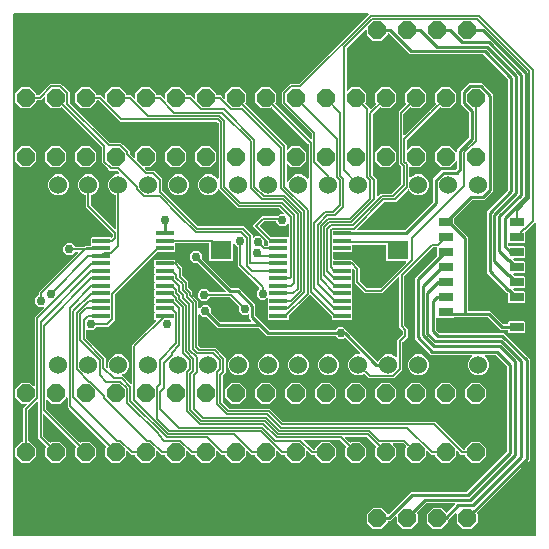
<source format=gbr>
G04 EAGLE Gerber RS-274X export*
G75*
%MOMM*%
%FSLAX34Y34*%
%LPD*%
%INTop Copper*%
%IPPOS*%
%AMOC8*
5,1,8,0,0,1.08239X$1,22.5*%
G01*
%ADD10P,1.649562X8X22.500000*%
%ADD11C,1.524000*%
%ADD12R,1.500000X0.400000*%
%ADD13R,1.200000X0.800000*%
%ADD14R,1.803000X1.600000*%
%ADD15C,0.152400*%
%ADD16C,0.254000*%
%ADD17C,0.756400*%

G36*
X445496Y3766D02*
X445496Y3766D01*
X445515Y3764D01*
X445617Y3786D01*
X445719Y3802D01*
X445736Y3812D01*
X445756Y3816D01*
X445845Y3869D01*
X445936Y3918D01*
X445950Y3932D01*
X445967Y3942D01*
X446034Y4021D01*
X446106Y4096D01*
X446114Y4114D01*
X446127Y4129D01*
X446166Y4225D01*
X446209Y4319D01*
X446211Y4339D01*
X446219Y4357D01*
X446237Y4524D01*
X446237Y268101D01*
X446226Y268172D01*
X446224Y268243D01*
X446206Y268292D01*
X446198Y268344D01*
X446164Y268407D01*
X446139Y268475D01*
X446107Y268515D01*
X446082Y268561D01*
X446030Y268611D01*
X445986Y268667D01*
X445942Y268695D01*
X445904Y268731D01*
X445839Y268761D01*
X445779Y268800D01*
X445728Y268812D01*
X445681Y268834D01*
X445610Y268842D01*
X445540Y268860D01*
X445488Y268856D01*
X445437Y268861D01*
X445366Y268846D01*
X445295Y268840D01*
X445247Y268820D01*
X445196Y268809D01*
X445135Y268772D01*
X445069Y268744D01*
X445013Y268699D01*
X444985Y268683D01*
X444970Y268665D01*
X444938Y268639D01*
X444403Y268105D01*
X444403Y268104D01*
X437494Y261195D01*
X437441Y261121D01*
X437381Y261052D01*
X437369Y261022D01*
X437350Y260996D01*
X437323Y260909D01*
X437289Y260824D01*
X437285Y260783D01*
X437278Y260760D01*
X437279Y260728D01*
X437271Y260657D01*
X437271Y252224D01*
X436526Y251479D01*
X423202Y251479D01*
X423182Y251476D01*
X423163Y251478D01*
X423061Y251456D01*
X422959Y251440D01*
X422942Y251430D01*
X422922Y251426D01*
X422833Y251373D01*
X422742Y251324D01*
X422728Y251310D01*
X422711Y251300D01*
X422644Y251221D01*
X422572Y251146D01*
X422564Y251128D01*
X422551Y251113D01*
X422512Y251017D01*
X422469Y250923D01*
X422467Y250903D01*
X422459Y250885D01*
X422441Y250718D01*
X422441Y250318D01*
X422455Y250228D01*
X422463Y250137D01*
X422475Y250107D01*
X422480Y250075D01*
X422523Y249994D01*
X422559Y249910D01*
X422585Y249878D01*
X422596Y249858D01*
X422619Y249835D01*
X422664Y249779D01*
X422899Y249544D01*
X422973Y249491D01*
X423043Y249431D01*
X423073Y249419D01*
X423099Y249400D01*
X423186Y249373D01*
X423271Y249339D01*
X423312Y249335D01*
X423334Y249328D01*
X423366Y249329D01*
X423438Y249321D01*
X436526Y249321D01*
X437271Y248576D01*
X437271Y239524D01*
X436526Y238779D01*
X428002Y238779D01*
X427931Y238768D01*
X427859Y238766D01*
X427810Y238748D01*
X427759Y238740D01*
X427696Y238706D01*
X427628Y238681D01*
X427587Y238649D01*
X427542Y238624D01*
X427492Y238573D01*
X427436Y238528D01*
X427408Y238484D01*
X427372Y238446D01*
X427342Y238381D01*
X427303Y238321D01*
X427290Y238270D01*
X427269Y238223D01*
X427261Y238152D01*
X427243Y238082D01*
X427247Y238030D01*
X427241Y237979D01*
X427257Y237908D01*
X427262Y237837D01*
X427283Y237789D01*
X427294Y237738D01*
X427331Y237677D01*
X427359Y237611D01*
X427403Y237555D01*
X427420Y237527D01*
X427438Y237512D01*
X427463Y237480D01*
X428099Y236844D01*
X428174Y236790D01*
X428243Y236731D01*
X428273Y236719D01*
X428299Y236700D01*
X428386Y236673D01*
X428471Y236639D01*
X428512Y236635D01*
X428534Y236628D01*
X428566Y236629D01*
X428638Y236621D01*
X436526Y236621D01*
X437271Y235876D01*
X437271Y226824D01*
X436526Y226079D01*
X428002Y226079D01*
X427931Y226068D01*
X427859Y226066D01*
X427810Y226048D01*
X427759Y226040D01*
X427696Y226006D01*
X427628Y225981D01*
X427587Y225949D01*
X427542Y225924D01*
X427492Y225873D01*
X427436Y225828D01*
X427408Y225784D01*
X427372Y225746D01*
X427342Y225681D01*
X427303Y225621D01*
X427290Y225570D01*
X427269Y225523D01*
X427261Y225452D01*
X427243Y225382D01*
X427247Y225330D01*
X427241Y225279D01*
X427257Y225208D01*
X427262Y225137D01*
X427283Y225089D01*
X427294Y225038D01*
X427331Y224977D01*
X427359Y224911D01*
X427403Y224855D01*
X427420Y224827D01*
X427438Y224812D01*
X427463Y224780D01*
X428099Y224144D01*
X428174Y224090D01*
X428243Y224031D01*
X428273Y224019D01*
X428299Y224000D01*
X428386Y223973D01*
X428471Y223939D01*
X428512Y223935D01*
X428534Y223928D01*
X428566Y223929D01*
X428638Y223921D01*
X436526Y223921D01*
X437271Y223176D01*
X437271Y214124D01*
X436526Y213379D01*
X428002Y213379D01*
X427931Y213368D01*
X427859Y213366D01*
X427810Y213348D01*
X427759Y213340D01*
X427696Y213306D01*
X427628Y213281D01*
X427587Y213249D01*
X427542Y213224D01*
X427492Y213173D01*
X427436Y213128D01*
X427408Y213084D01*
X427372Y213046D01*
X427342Y212981D01*
X427303Y212921D01*
X427290Y212870D01*
X427269Y212823D01*
X427261Y212752D01*
X427243Y212682D01*
X427247Y212630D01*
X427241Y212579D01*
X427257Y212508D01*
X427262Y212437D01*
X427283Y212389D01*
X427294Y212338D01*
X427331Y212277D01*
X427359Y212211D01*
X427403Y212155D01*
X427420Y212127D01*
X427438Y212112D01*
X427463Y212080D01*
X428099Y211444D01*
X428174Y211390D01*
X428243Y211331D01*
X428273Y211319D01*
X428299Y211300D01*
X428386Y211273D01*
X428471Y211239D01*
X428512Y211235D01*
X428534Y211228D01*
X428566Y211229D01*
X428638Y211221D01*
X436526Y211221D01*
X437271Y210476D01*
X437271Y201424D01*
X436526Y200679D01*
X423474Y200679D01*
X422729Y201424D01*
X422729Y208808D01*
X422726Y208828D01*
X422728Y208847D01*
X422706Y208949D01*
X422690Y209051D01*
X422680Y209068D01*
X422676Y209088D01*
X422623Y209177D01*
X422574Y209268D01*
X422560Y209282D01*
X422550Y209299D01*
X422471Y209366D01*
X422396Y209438D01*
X422378Y209446D01*
X422363Y209459D01*
X422267Y209498D01*
X422173Y209541D01*
X422153Y209543D01*
X422135Y209551D01*
X421968Y209569D01*
X421895Y209569D01*
X404739Y226725D01*
X404739Y278109D01*
X422994Y296364D01*
X423047Y296438D01*
X423107Y296507D01*
X423119Y296537D01*
X423138Y296564D01*
X423165Y296651D01*
X423199Y296735D01*
X423203Y296776D01*
X423210Y296799D01*
X423209Y296831D01*
X423217Y296902D01*
X423217Y390098D01*
X423203Y390188D01*
X423195Y390279D01*
X423183Y390309D01*
X423178Y390341D01*
X423135Y390421D01*
X423099Y390505D01*
X423073Y390537D01*
X423062Y390558D01*
X423039Y390580D01*
X422994Y390636D01*
X402474Y411156D01*
X402400Y411209D01*
X402331Y411269D01*
X402301Y411281D01*
X402274Y411300D01*
X402187Y411327D01*
X402103Y411361D01*
X402062Y411365D01*
X402039Y411372D01*
X402007Y411371D01*
X401936Y411379D01*
X339659Y411379D01*
X322102Y428936D01*
X322028Y428989D01*
X321959Y429049D01*
X321929Y429061D01*
X321902Y429080D01*
X321815Y429107D01*
X321773Y429124D01*
X321757Y429131D01*
X321754Y429132D01*
X321731Y429141D01*
X321690Y429145D01*
X321667Y429152D01*
X321635Y429151D01*
X321564Y429159D01*
X321552Y429159D01*
X321532Y429156D01*
X321513Y429158D01*
X321460Y429147D01*
X321421Y429146D01*
X321382Y429131D01*
X321309Y429120D01*
X321292Y429110D01*
X321272Y429106D01*
X321209Y429068D01*
X321190Y429061D01*
X321173Y429047D01*
X321092Y429004D01*
X321078Y428990D01*
X321061Y428980D01*
X321001Y428910D01*
X320998Y428908D01*
X320995Y428903D01*
X320994Y428901D01*
X320922Y428826D01*
X320914Y428808D01*
X320901Y428793D01*
X320862Y428697D01*
X320819Y428603D01*
X320817Y428583D01*
X320809Y428565D01*
X320791Y428398D01*
X320791Y428017D01*
X315583Y422809D01*
X308217Y422809D01*
X303009Y428017D01*
X303009Y431747D01*
X302998Y431817D01*
X302996Y431889D01*
X302978Y431938D01*
X302970Y431989D01*
X302936Y432053D01*
X302911Y432120D01*
X302879Y432161D01*
X302854Y432207D01*
X302802Y432256D01*
X302758Y432312D01*
X302714Y432340D01*
X302676Y432376D01*
X302611Y432406D01*
X302551Y432445D01*
X302500Y432458D01*
X302453Y432480D01*
X302382Y432488D01*
X302312Y432505D01*
X302260Y432501D01*
X302209Y432507D01*
X302138Y432492D01*
X302067Y432486D01*
X302019Y432466D01*
X301968Y432455D01*
X301907Y432418D01*
X301841Y432390D01*
X301785Y432345D01*
X301757Y432329D01*
X301742Y432311D01*
X301710Y432285D01*
X286504Y417079D01*
X286451Y417005D01*
X286391Y416936D01*
X286379Y416905D01*
X286360Y416879D01*
X286333Y416792D01*
X286299Y416707D01*
X286295Y416666D01*
X286288Y416644D01*
X286289Y416612D01*
X286281Y416541D01*
X286281Y381492D01*
X286292Y381421D01*
X286294Y381349D01*
X286312Y381301D01*
X286320Y381249D01*
X286354Y381186D01*
X286379Y381118D01*
X286411Y381078D01*
X286436Y381032D01*
X286488Y380982D01*
X286532Y380926D01*
X286576Y380898D01*
X286614Y380862D01*
X286679Y380832D01*
X286739Y380793D01*
X286790Y380781D01*
X286837Y380759D01*
X286908Y380751D01*
X286978Y380733D01*
X287030Y380737D01*
X287081Y380732D01*
X287152Y380747D01*
X287223Y380753D01*
X287271Y380773D01*
X287322Y380784D01*
X287383Y380821D01*
X287449Y380849D01*
X287505Y380894D01*
X287533Y380910D01*
X287548Y380928D01*
X287580Y380954D01*
X290217Y383591D01*
X297583Y383591D01*
X302791Y378383D01*
X302791Y371017D01*
X302162Y370389D01*
X302151Y370373D01*
X302135Y370360D01*
X302079Y370273D01*
X302019Y370189D01*
X302013Y370170D01*
X302002Y370153D01*
X301977Y370053D01*
X301946Y369954D01*
X301947Y369934D01*
X301942Y369915D01*
X301950Y369812D01*
X301953Y369708D01*
X301960Y369689D01*
X301961Y369670D01*
X302002Y369575D01*
X302037Y369477D01*
X302050Y369462D01*
X302058Y369443D01*
X302162Y369312D01*
X304171Y367304D01*
X305585Y365890D01*
X305585Y365697D01*
X305596Y365627D01*
X305598Y365555D01*
X305616Y365506D01*
X305624Y365455D01*
X305658Y365391D01*
X305683Y365324D01*
X305715Y365283D01*
X305740Y365237D01*
X305791Y365188D01*
X305836Y365132D01*
X305880Y365104D01*
X305918Y365068D01*
X305983Y365038D01*
X306043Y364999D01*
X306094Y364986D01*
X306141Y364964D01*
X306212Y364956D01*
X306282Y364939D01*
X306334Y364943D01*
X306385Y364937D01*
X306456Y364952D01*
X306527Y364958D01*
X306575Y364978D01*
X306626Y364989D01*
X306687Y365026D01*
X306753Y365054D01*
X306809Y365099D01*
X306837Y365115D01*
X306852Y365133D01*
X306884Y365159D01*
X311038Y369312D01*
X311049Y369329D01*
X311065Y369341D01*
X311121Y369428D01*
X311181Y369512D01*
X311187Y369531D01*
X311198Y369548D01*
X311223Y369648D01*
X311254Y369747D01*
X311253Y369767D01*
X311258Y369786D01*
X311250Y369889D01*
X311247Y369993D01*
X311240Y370012D01*
X311239Y370032D01*
X311198Y370127D01*
X311163Y370224D01*
X311150Y370240D01*
X311142Y370258D01*
X311038Y370389D01*
X310409Y371017D01*
X310409Y378383D01*
X315617Y383591D01*
X322983Y383591D01*
X328191Y378383D01*
X328191Y371017D01*
X322983Y365809D01*
X315617Y365809D01*
X314989Y366438D01*
X314973Y366449D01*
X314960Y366465D01*
X314873Y366521D01*
X314789Y366581D01*
X314770Y366587D01*
X314753Y366598D01*
X314653Y366623D01*
X314554Y366654D01*
X314534Y366653D01*
X314515Y366658D01*
X314412Y366650D01*
X314308Y366647D01*
X314289Y366640D01*
X314270Y366639D01*
X314175Y366598D01*
X314077Y366563D01*
X314062Y366550D01*
X314043Y366542D01*
X313912Y366438D01*
X308602Y361127D01*
X308549Y361053D01*
X308489Y360984D01*
X308477Y360953D01*
X308458Y360927D01*
X308431Y360840D01*
X308397Y360755D01*
X308393Y360714D01*
X308386Y360692D01*
X308387Y360660D01*
X308379Y360589D01*
X308379Y309813D01*
X308393Y309723D01*
X308401Y309632D01*
X308413Y309602D01*
X308418Y309570D01*
X308461Y309489D01*
X308497Y309405D01*
X308523Y309373D01*
X308534Y309353D01*
X308557Y309330D01*
X308585Y309295D01*
X308586Y309294D01*
X308602Y309274D01*
X311681Y306195D01*
X311681Y291976D01*
X311692Y291905D01*
X311694Y291833D01*
X311712Y291784D01*
X311720Y291733D01*
X311754Y291670D01*
X311779Y291602D01*
X311811Y291562D01*
X311836Y291516D01*
X311888Y291466D01*
X311932Y291410D01*
X311976Y291382D01*
X312014Y291346D01*
X312079Y291316D01*
X312139Y291277D01*
X312190Y291265D01*
X312237Y291243D01*
X312308Y291235D01*
X312378Y291217D01*
X312430Y291221D01*
X312481Y291216D01*
X312552Y291231D01*
X312623Y291236D01*
X312671Y291257D01*
X312722Y291268D01*
X312783Y291305D01*
X312849Y291333D01*
X312905Y291378D01*
X312933Y291394D01*
X312948Y291412D01*
X312980Y291438D01*
X315123Y293581D01*
X324441Y293581D01*
X324531Y293595D01*
X324622Y293603D01*
X324651Y293615D01*
X324683Y293620D01*
X324764Y293663D01*
X324848Y293699D01*
X324880Y293725D01*
X324901Y293736D01*
X324923Y293759D01*
X324979Y293804D01*
X332298Y301123D01*
X332351Y301197D01*
X332411Y301266D01*
X332423Y301297D01*
X332442Y301323D01*
X332469Y301410D01*
X332503Y301495D01*
X332507Y301536D01*
X332514Y301558D01*
X332513Y301590D01*
X332521Y301661D01*
X332521Y316087D01*
X332507Y316177D01*
X332499Y316268D01*
X332487Y316298D01*
X332482Y316330D01*
X332439Y316411D01*
X332403Y316495D01*
X332377Y316527D01*
X332366Y316547D01*
X332343Y316570D01*
X332298Y316626D01*
X330221Y318703D01*
X330221Y363096D01*
X331635Y364510D01*
X336438Y369312D01*
X336449Y369329D01*
X336465Y369341D01*
X336521Y369428D01*
X336581Y369512D01*
X336587Y369531D01*
X336598Y369548D01*
X336623Y369648D01*
X336654Y369747D01*
X336653Y369767D01*
X336658Y369786D01*
X336650Y369889D01*
X336647Y369993D01*
X336640Y370012D01*
X336639Y370032D01*
X336598Y370127D01*
X336563Y370224D01*
X336550Y370240D01*
X336542Y370258D01*
X336438Y370389D01*
X335809Y371017D01*
X335809Y378383D01*
X341017Y383591D01*
X348383Y383591D01*
X353591Y378383D01*
X353591Y371017D01*
X348383Y365809D01*
X341017Y365809D01*
X340389Y366438D01*
X340373Y366449D01*
X340360Y366465D01*
X340273Y366521D01*
X340189Y366581D01*
X340170Y366587D01*
X340153Y366598D01*
X340053Y366623D01*
X339954Y366654D01*
X339934Y366653D01*
X339915Y366658D01*
X339812Y366650D01*
X339708Y366647D01*
X339689Y366640D01*
X339670Y366639D01*
X339575Y366598D01*
X339477Y366563D01*
X339462Y366550D01*
X339443Y366542D01*
X339312Y366438D01*
X334510Y361635D01*
X334457Y361561D01*
X334397Y361492D01*
X334385Y361461D01*
X334366Y361435D01*
X334339Y361348D01*
X334305Y361263D01*
X334301Y361222D01*
X334294Y361200D01*
X334295Y361168D01*
X334287Y361097D01*
X334287Y343599D01*
X334298Y343529D01*
X334300Y343457D01*
X334318Y343408D01*
X334326Y343357D01*
X334360Y343293D01*
X334385Y343226D01*
X334417Y343185D01*
X334442Y343139D01*
X334494Y343090D01*
X334538Y343034D01*
X334582Y343006D01*
X334620Y342970D01*
X334685Y342940D01*
X334745Y342901D01*
X334796Y342888D01*
X334843Y342866D01*
X334914Y342858D01*
X334984Y342841D01*
X335036Y342845D01*
X335087Y342839D01*
X335158Y342854D01*
X335229Y342860D01*
X335277Y342880D01*
X335328Y342891D01*
X335389Y342928D01*
X335455Y342956D01*
X335511Y343001D01*
X335539Y343017D01*
X335554Y343035D01*
X335586Y343061D01*
X356529Y364003D01*
X356529Y364004D01*
X357131Y364606D01*
X361838Y369312D01*
X361849Y369329D01*
X361865Y369341D01*
X361921Y369428D01*
X361981Y369512D01*
X361987Y369531D01*
X361998Y369548D01*
X362023Y369648D01*
X362054Y369747D01*
X362053Y369767D01*
X362058Y369786D01*
X362050Y369889D01*
X362047Y369993D01*
X362040Y370012D01*
X362039Y370032D01*
X361998Y370127D01*
X361963Y370224D01*
X361950Y370240D01*
X361942Y370258D01*
X361838Y370389D01*
X361209Y371017D01*
X361209Y378383D01*
X366417Y383591D01*
X373783Y383591D01*
X378991Y378383D01*
X378991Y371017D01*
X373783Y365809D01*
X366417Y365809D01*
X365789Y366438D01*
X365773Y366449D01*
X365760Y366465D01*
X365673Y366521D01*
X365589Y366581D01*
X365570Y366587D01*
X365553Y366598D01*
X365453Y366623D01*
X365354Y366654D01*
X365334Y366653D01*
X365315Y366658D01*
X365212Y366650D01*
X365108Y366647D01*
X365089Y366640D01*
X365070Y366639D01*
X364975Y366598D01*
X364877Y366563D01*
X364862Y366550D01*
X364843Y366542D01*
X364712Y366438D01*
X360006Y361731D01*
X359404Y361129D01*
X337304Y339029D01*
X337251Y338955D01*
X337191Y338886D01*
X337179Y338855D01*
X337160Y338829D01*
X337133Y338742D01*
X337099Y338657D01*
X337095Y338616D01*
X337088Y338594D01*
X337089Y338562D01*
X337081Y338491D01*
X337081Y331492D01*
X337092Y331421D01*
X337094Y331349D01*
X337112Y331301D01*
X337120Y331249D01*
X337154Y331186D01*
X337179Y331118D01*
X337211Y331078D01*
X337236Y331032D01*
X337288Y330982D01*
X337332Y330926D01*
X337376Y330898D01*
X337414Y330862D01*
X337479Y330832D01*
X337539Y330793D01*
X337590Y330781D01*
X337637Y330759D01*
X337708Y330751D01*
X337778Y330733D01*
X337830Y330737D01*
X337881Y330732D01*
X337952Y330747D01*
X338023Y330753D01*
X338071Y330773D01*
X338122Y330784D01*
X338183Y330821D01*
X338249Y330849D01*
X338305Y330894D01*
X338333Y330910D01*
X338348Y330928D01*
X338380Y330954D01*
X341017Y333591D01*
X348383Y333591D01*
X353591Y328383D01*
X353591Y321017D01*
X348383Y315809D01*
X341017Y315809D01*
X340680Y316146D01*
X340622Y316188D01*
X340570Y316238D01*
X340523Y316260D01*
X340481Y316290D01*
X340412Y316311D01*
X340347Y316341D01*
X340295Y316347D01*
X340245Y316362D01*
X340174Y316360D01*
X340103Y316368D01*
X340052Y316357D01*
X340000Y316356D01*
X339932Y316331D01*
X339862Y316316D01*
X339817Y316289D01*
X339769Y316271D01*
X339713Y316227D01*
X339651Y316190D01*
X339617Y316150D01*
X339577Y316118D01*
X339538Y316058D01*
X339491Y316003D01*
X339472Y315954D01*
X339444Y315911D01*
X339426Y315841D01*
X339399Y315775D01*
X339391Y315703D01*
X339383Y315672D01*
X339385Y315649D01*
X339381Y315608D01*
X339381Y307992D01*
X339392Y307921D01*
X339394Y307849D01*
X339412Y307801D01*
X339420Y307749D01*
X339454Y307686D01*
X339479Y307618D01*
X339511Y307578D01*
X339536Y307532D01*
X339588Y307482D01*
X339632Y307426D01*
X339676Y307398D01*
X339714Y307362D01*
X339779Y307332D01*
X339839Y307293D01*
X339890Y307281D01*
X339937Y307259D01*
X340008Y307251D01*
X340078Y307233D01*
X340130Y307237D01*
X340181Y307232D01*
X340252Y307247D01*
X340323Y307253D01*
X340371Y307273D01*
X340422Y307284D01*
X340483Y307321D01*
X340549Y307349D01*
X340605Y307394D01*
X340633Y307410D01*
X340648Y307428D01*
X340680Y307454D01*
X341964Y308737D01*
X345232Y310091D01*
X348768Y310091D01*
X352036Y308737D01*
X354537Y306236D01*
X355891Y302968D01*
X355891Y299432D01*
X354537Y296164D01*
X352036Y293663D01*
X348768Y292309D01*
X345232Y292309D01*
X341964Y293663D01*
X339463Y296164D01*
X339189Y296824D01*
X339165Y296863D01*
X339149Y296907D01*
X339101Y296967D01*
X339060Y297034D01*
X339024Y297063D01*
X338996Y297099D01*
X338930Y297141D01*
X338870Y297190D01*
X338827Y297207D01*
X338789Y297232D01*
X338713Y297251D01*
X338640Y297279D01*
X338595Y297280D01*
X338550Y297292D01*
X338473Y297286D01*
X338395Y297289D01*
X338351Y297276D01*
X338305Y297273D01*
X338233Y297242D01*
X338158Y297220D01*
X338121Y297194D01*
X338079Y297176D01*
X337972Y297091D01*
X337956Y297080D01*
X337953Y297076D01*
X337948Y297071D01*
X327597Y286721D01*
X318280Y286721D01*
X318190Y286707D01*
X318099Y286699D01*
X318069Y286687D01*
X318037Y286682D01*
X317957Y286639D01*
X317873Y286603D01*
X317841Y286577D01*
X317820Y286566D01*
X317798Y286543D01*
X317742Y286498D01*
X294998Y263754D01*
X294956Y263696D01*
X294907Y263644D01*
X294885Y263597D01*
X294854Y263555D01*
X294833Y263486D01*
X294803Y263421D01*
X294797Y263369D01*
X294782Y263319D01*
X294784Y263248D01*
X294776Y263177D01*
X294787Y263126D01*
X294788Y263074D01*
X294813Y263006D01*
X294828Y262936D01*
X294855Y262891D01*
X294873Y262843D01*
X294918Y262787D01*
X294954Y262725D01*
X294994Y262691D01*
X295026Y262651D01*
X295087Y262612D01*
X295141Y262565D01*
X295189Y262546D01*
X295233Y262518D01*
X295303Y262500D01*
X295369Y262473D01*
X295441Y262465D01*
X295472Y262457D01*
X295495Y262459D01*
X295536Y262455D01*
X334933Y262455D01*
X335023Y262469D01*
X335114Y262477D01*
X335144Y262489D01*
X335176Y262494D01*
X335257Y262537D01*
X335341Y262573D01*
X335373Y262599D01*
X335394Y262610D01*
X335416Y262633D01*
X335472Y262678D01*
X359476Y286682D01*
X359529Y286756D01*
X359589Y286826D01*
X359601Y286856D01*
X359620Y286882D01*
X359647Y286969D01*
X359681Y287054D01*
X359685Y287095D01*
X359692Y287117D01*
X359691Y287149D01*
X359699Y287221D01*
X359699Y306461D01*
X367139Y313901D01*
X378238Y313901D01*
X378328Y313915D01*
X378419Y313923D01*
X378449Y313935D01*
X378481Y313940D01*
X378562Y313983D01*
X378646Y314019D01*
X378678Y314045D01*
X378698Y314056D01*
X378721Y314079D01*
X378777Y314124D01*
X379782Y315129D01*
X379835Y315203D01*
X379895Y315273D01*
X379907Y315303D01*
X379926Y315329D01*
X379953Y315416D01*
X379987Y315501D01*
X379991Y315542D01*
X379998Y315564D01*
X379997Y315596D01*
X380005Y315668D01*
X380005Y320194D01*
X379994Y320265D01*
X379992Y320337D01*
X379974Y320385D01*
X379966Y320437D01*
X379932Y320500D01*
X379907Y320568D01*
X379875Y320608D01*
X379850Y320654D01*
X379798Y320704D01*
X379754Y320760D01*
X379710Y320788D01*
X379672Y320824D01*
X379607Y320854D01*
X379547Y320893D01*
X379496Y320905D01*
X379449Y320927D01*
X379378Y320935D01*
X379308Y320953D01*
X379256Y320949D01*
X379205Y320954D01*
X379134Y320939D01*
X379063Y320933D01*
X379015Y320913D01*
X378964Y320902D01*
X378903Y320865D01*
X378837Y320837D01*
X378781Y320792D01*
X378753Y320776D01*
X378738Y320758D01*
X378706Y320732D01*
X373783Y315809D01*
X366417Y315809D01*
X361209Y321017D01*
X361209Y328383D01*
X366417Y333591D01*
X373783Y333591D01*
X378706Y328668D01*
X378764Y328626D01*
X378816Y328576D01*
X378863Y328554D01*
X378905Y328524D01*
X378974Y328503D01*
X379039Y328473D01*
X379091Y328467D01*
X379141Y328452D01*
X379212Y328454D01*
X379283Y328446D01*
X379334Y328457D01*
X379386Y328458D01*
X379454Y328483D01*
X379524Y328498D01*
X379569Y328525D01*
X379617Y328543D01*
X379673Y328587D01*
X379735Y328624D01*
X379769Y328664D01*
X379809Y328696D01*
X379848Y328757D01*
X379895Y328811D01*
X379914Y328859D01*
X379942Y328903D01*
X379960Y328973D01*
X379987Y329039D01*
X379995Y329111D01*
X380003Y329142D01*
X380001Y329165D01*
X380005Y329206D01*
X380005Y331118D01*
X389434Y340547D01*
X389487Y340621D01*
X389547Y340691D01*
X389559Y340721D01*
X389578Y340747D01*
X389605Y340834D01*
X389639Y340919D01*
X389643Y340960D01*
X389650Y340982D01*
X389649Y341014D01*
X389657Y341085D01*
X389657Y362266D01*
X389643Y362356D01*
X389635Y362447D01*
X389623Y362477D01*
X389618Y362509D01*
X389575Y362589D01*
X389539Y362673D01*
X389513Y362705D01*
X389502Y362726D01*
X389479Y362748D01*
X389434Y362804D01*
X382799Y369439D01*
X382799Y380261D01*
X388228Y385689D01*
X388228Y385690D01*
X389939Y387401D01*
X400761Y387401D01*
X402472Y385690D01*
X402472Y385689D01*
X408789Y379372D01*
X410501Y377661D01*
X410501Y295939D01*
X403061Y288499D01*
X392958Y288499D01*
X392868Y288485D01*
X392777Y288477D01*
X392747Y288465D01*
X392715Y288460D01*
X392634Y288417D01*
X392550Y288381D01*
X392518Y288355D01*
X392498Y288344D01*
X392475Y288321D01*
X392419Y288276D01*
X377494Y273351D01*
X377441Y273277D01*
X377381Y273207D01*
X377369Y273177D01*
X377350Y273151D01*
X377323Y273064D01*
X377289Y272979D01*
X377285Y272938D01*
X377278Y272916D01*
X377279Y272884D01*
X377271Y272812D01*
X377271Y269138D01*
X377285Y269048D01*
X377293Y268957D01*
X377305Y268927D01*
X377310Y268895D01*
X377353Y268814D01*
X377389Y268730D01*
X377415Y268698D01*
X377426Y268678D01*
X377449Y268655D01*
X377494Y268599D01*
X389041Y257052D01*
X389041Y194902D01*
X389044Y194882D01*
X389042Y194863D01*
X389064Y194761D01*
X389080Y194659D01*
X389090Y194642D01*
X389094Y194622D01*
X389147Y194533D01*
X389196Y194442D01*
X389210Y194428D01*
X389220Y194411D01*
X389299Y194344D01*
X389374Y194272D01*
X389392Y194264D01*
X389407Y194251D01*
X389503Y194212D01*
X389597Y194169D01*
X389617Y194167D01*
X389635Y194159D01*
X389802Y194141D01*
X407652Y194141D01*
X418479Y183314D01*
X418553Y183261D01*
X418623Y183201D01*
X418653Y183189D01*
X418679Y183170D01*
X418766Y183143D01*
X418851Y183109D01*
X418892Y183105D01*
X418914Y183098D01*
X418946Y183099D01*
X419018Y183091D01*
X421968Y183091D01*
X421988Y183094D01*
X422007Y183092D01*
X422109Y183114D01*
X422211Y183130D01*
X422228Y183140D01*
X422248Y183144D01*
X422337Y183197D01*
X422428Y183246D01*
X422442Y183260D01*
X422459Y183270D01*
X422526Y183349D01*
X422598Y183424D01*
X422606Y183442D01*
X422619Y183457D01*
X422658Y183553D01*
X422701Y183647D01*
X422703Y183667D01*
X422711Y183685D01*
X422729Y183852D01*
X422729Y185076D01*
X423474Y185821D01*
X436526Y185821D01*
X437271Y185076D01*
X437271Y176024D01*
X436526Y175279D01*
X423474Y175279D01*
X422729Y176024D01*
X422729Y177248D01*
X422726Y177268D01*
X422728Y177287D01*
X422706Y177389D01*
X422690Y177491D01*
X422680Y177508D01*
X422676Y177528D01*
X422623Y177617D01*
X422574Y177708D01*
X422560Y177722D01*
X422550Y177739D01*
X422471Y177806D01*
X422396Y177878D01*
X422378Y177886D01*
X422363Y177899D01*
X422267Y177938D01*
X422173Y177981D01*
X422153Y177983D01*
X422135Y177991D01*
X421968Y178009D01*
X416598Y178009D01*
X405771Y188836D01*
X405697Y188889D01*
X405627Y188949D01*
X405597Y188961D01*
X405571Y188980D01*
X405484Y189007D01*
X405399Y189041D01*
X405358Y189045D01*
X405336Y189052D01*
X405304Y189051D01*
X405232Y189059D01*
X377922Y189059D01*
X377832Y189045D01*
X377741Y189037D01*
X377711Y189025D01*
X377679Y189020D01*
X377598Y188977D01*
X377514Y188941D01*
X377482Y188915D01*
X377462Y188904D01*
X377439Y188881D01*
X377383Y188836D01*
X376526Y187979D01*
X363474Y187979D01*
X363170Y188283D01*
X363112Y188325D01*
X363060Y188374D01*
X363013Y188396D01*
X362971Y188426D01*
X362902Y188447D01*
X362837Y188478D01*
X362785Y188483D01*
X362735Y188499D01*
X362664Y188497D01*
X362593Y188505D01*
X362542Y188494D01*
X362490Y188492D01*
X362422Y188468D01*
X362352Y188452D01*
X362307Y188426D01*
X362259Y188408D01*
X362203Y188363D01*
X362141Y188326D01*
X362107Y188287D01*
X362067Y188254D01*
X362028Y188194D01*
X361981Y188139D01*
X361962Y188091D01*
X361934Y188047D01*
X361916Y187978D01*
X361889Y187911D01*
X361881Y187840D01*
X361873Y187809D01*
X361875Y187785D01*
X361871Y187744D01*
X361871Y178571D01*
X361885Y178481D01*
X361893Y178390D01*
X361905Y178360D01*
X361910Y178328D01*
X361953Y178247D01*
X361989Y178163D01*
X362015Y178131D01*
X362026Y178111D01*
X362049Y178088D01*
X362094Y178032D01*
X364392Y175734D01*
X364466Y175681D01*
X364536Y175621D01*
X364566Y175609D01*
X364592Y175590D01*
X364679Y175563D01*
X364764Y175529D01*
X364805Y175525D01*
X364827Y175518D01*
X364859Y175519D01*
X364931Y175511D01*
X418951Y175511D01*
X439319Y155142D01*
X439320Y155142D01*
X441031Y153431D01*
X441031Y68105D01*
X439319Y66393D01*
X396688Y23762D01*
X396676Y23746D01*
X396661Y23733D01*
X396605Y23646D01*
X396545Y23562D01*
X396539Y23543D01*
X396528Y23526D01*
X396503Y23426D01*
X396472Y23327D01*
X396473Y23307D01*
X396468Y23288D01*
X396476Y23185D01*
X396479Y23081D01*
X396485Y23062D01*
X396487Y23043D01*
X396527Y22948D01*
X396563Y22850D01*
X396575Y22835D01*
X396583Y22816D01*
X396688Y22685D01*
X396991Y22383D01*
X396991Y15017D01*
X391783Y9809D01*
X384417Y9809D01*
X379209Y15017D01*
X379209Y22578D01*
X379198Y22649D01*
X379196Y22721D01*
X379178Y22770D01*
X379170Y22821D01*
X379136Y22884D01*
X379111Y22952D01*
X379079Y22992D01*
X379054Y23038D01*
X379002Y23088D01*
X378958Y23144D01*
X378914Y23172D01*
X378876Y23208D01*
X378811Y23238D01*
X378751Y23277D01*
X378700Y23290D01*
X378653Y23311D01*
X378582Y23319D01*
X378512Y23337D01*
X378460Y23333D01*
X378409Y23339D01*
X378338Y23323D01*
X378267Y23318D01*
X378219Y23297D01*
X378168Y23286D01*
X378107Y23249D01*
X378041Y23221D01*
X377985Y23177D01*
X377957Y23160D01*
X377942Y23142D01*
X377910Y23117D01*
X372664Y17871D01*
X371814Y17021D01*
X371761Y16947D01*
X371701Y16877D01*
X371689Y16847D01*
X371670Y16821D01*
X371643Y16734D01*
X371609Y16649D01*
X371605Y16608D01*
X371598Y16586D01*
X371599Y16554D01*
X371591Y16482D01*
X371591Y15017D01*
X366383Y9809D01*
X359017Y9809D01*
X353809Y15017D01*
X353809Y22383D01*
X359017Y27591D01*
X366383Y27591D01*
X370252Y23722D01*
X370268Y23710D01*
X370280Y23694D01*
X370368Y23638D01*
X370452Y23578D01*
X370471Y23572D01*
X370487Y23561D01*
X370588Y23536D01*
X370687Y23506D01*
X370707Y23506D01*
X370726Y23501D01*
X370829Y23509D01*
X370933Y23512D01*
X370951Y23519D01*
X370971Y23520D01*
X371066Y23561D01*
X371164Y23596D01*
X371179Y23609D01*
X371197Y23617D01*
X371328Y23722D01*
X378067Y30460D01*
X378108Y30518D01*
X378158Y30570D01*
X378180Y30617D01*
X378210Y30659D01*
X378231Y30728D01*
X378261Y30793D01*
X378267Y30845D01*
X378283Y30895D01*
X378281Y30966D01*
X378289Y31037D01*
X378277Y31088D01*
X378276Y31140D01*
X378252Y31208D01*
X378236Y31278D01*
X378210Y31322D01*
X378192Y31371D01*
X378147Y31427D01*
X378110Y31489D01*
X378071Y31523D01*
X378038Y31563D01*
X377978Y31602D01*
X377923Y31649D01*
X377875Y31668D01*
X377831Y31696D01*
X377762Y31714D01*
X377695Y31741D01*
X377624Y31749D01*
X377593Y31757D01*
X377569Y31755D01*
X377528Y31759D01*
X354268Y31759D01*
X354178Y31745D01*
X354087Y31737D01*
X354057Y31725D01*
X354025Y31720D01*
X353944Y31677D01*
X353860Y31641D01*
X353828Y31615D01*
X353808Y31604D01*
X353785Y31581D01*
X353729Y31536D01*
X345922Y23728D01*
X345910Y23712D01*
X345894Y23700D01*
X345838Y23613D01*
X345778Y23529D01*
X345772Y23510D01*
X345761Y23493D01*
X345736Y23392D01*
X345706Y23294D01*
X345706Y23274D01*
X345701Y23254D01*
X345709Y23151D01*
X345712Y23048D01*
X345719Y23029D01*
X345720Y23009D01*
X345761Y22914D01*
X345796Y22817D01*
X345809Y22801D01*
X345817Y22783D01*
X345922Y22652D01*
X346191Y22383D01*
X346191Y15017D01*
X340983Y9809D01*
X333617Y9809D01*
X328409Y15017D01*
X328409Y19678D01*
X328398Y19749D01*
X328396Y19821D01*
X328378Y19870D01*
X328370Y19921D01*
X328336Y19984D01*
X328311Y20052D01*
X328279Y20092D01*
X328254Y20138D01*
X328202Y20188D01*
X328158Y20244D01*
X328114Y20272D01*
X328076Y20308D01*
X328011Y20338D01*
X327951Y20377D01*
X327900Y20390D01*
X327853Y20411D01*
X327782Y20419D01*
X327712Y20437D01*
X327660Y20433D01*
X327609Y20439D01*
X327538Y20423D01*
X327467Y20418D01*
X327419Y20397D01*
X327368Y20386D01*
X327307Y20349D01*
X327241Y20321D01*
X327185Y20277D01*
X327157Y20260D01*
X327142Y20242D01*
X327110Y20217D01*
X324764Y17871D01*
X323052Y16159D01*
X321552Y16159D01*
X321532Y16156D01*
X321513Y16158D01*
X321411Y16136D01*
X321309Y16120D01*
X321292Y16110D01*
X321272Y16106D01*
X321183Y16053D01*
X321092Y16004D01*
X321078Y15990D01*
X321061Y15980D01*
X320994Y15901D01*
X320922Y15826D01*
X320914Y15808D01*
X320901Y15793D01*
X320862Y15697D01*
X320819Y15603D01*
X320817Y15583D01*
X320809Y15565D01*
X320791Y15398D01*
X320791Y15017D01*
X315583Y9809D01*
X308217Y9809D01*
X303009Y15017D01*
X303009Y22383D01*
X308217Y27591D01*
X315583Y27591D01*
X320902Y22272D01*
X320918Y22260D01*
X320930Y22244D01*
X321018Y22188D01*
X321102Y22128D01*
X321121Y22122D01*
X321137Y22111D01*
X321238Y22086D01*
X321337Y22056D01*
X321357Y22056D01*
X321376Y22051D01*
X321479Y22059D01*
X321583Y22062D01*
X321601Y22069D01*
X321621Y22070D01*
X321716Y22111D01*
X321814Y22146D01*
X321829Y22159D01*
X321847Y22167D01*
X321978Y22272D01*
X340888Y41181D01*
X387841Y41181D01*
X387931Y41195D01*
X388022Y41203D01*
X388051Y41215D01*
X388083Y41220D01*
X388164Y41263D01*
X388248Y41299D01*
X388280Y41325D01*
X388301Y41336D01*
X388323Y41359D01*
X388379Y41404D01*
X421616Y74641D01*
X421670Y74715D01*
X421729Y74785D01*
X421741Y74815D01*
X421760Y74841D01*
X421787Y74928D01*
X421821Y75013D01*
X421825Y75054D01*
X421832Y75076D01*
X421831Y75108D01*
X421839Y75179D01*
X421839Y147444D01*
X421825Y147534D01*
X421818Y147625D01*
X421805Y147655D01*
X421800Y147687D01*
X421757Y147768D01*
X421721Y147852D01*
X421696Y147884D01*
X421685Y147904D01*
X421661Y147927D01*
X421616Y147982D01*
X412723Y156876D01*
X412649Y156929D01*
X412579Y156989D01*
X412549Y157001D01*
X412523Y157020D01*
X412436Y157047D01*
X412351Y157081D01*
X412310Y157085D01*
X412288Y157092D01*
X412256Y157091D01*
X412184Y157099D01*
X403912Y157099D01*
X403841Y157088D01*
X403769Y157086D01*
X403721Y157068D01*
X403669Y157060D01*
X403606Y157026D01*
X403538Y157001D01*
X403498Y156969D01*
X403452Y156944D01*
X403402Y156892D01*
X403346Y156848D01*
X403318Y156804D01*
X403282Y156766D01*
X403252Y156701D01*
X403213Y156641D01*
X403201Y156590D01*
X403179Y156543D01*
X403171Y156472D01*
X403153Y156402D01*
X403157Y156350D01*
X403152Y156299D01*
X403167Y156228D01*
X403173Y156157D01*
X403193Y156109D01*
X403204Y156058D01*
X403241Y155997D01*
X403269Y155931D01*
X403314Y155875D01*
X403330Y155847D01*
X403348Y155832D01*
X403374Y155800D01*
X405337Y153836D01*
X406691Y150568D01*
X406691Y147032D01*
X405337Y143764D01*
X402836Y141263D01*
X399568Y139909D01*
X396032Y139909D01*
X392764Y141263D01*
X390263Y143764D01*
X388909Y147032D01*
X388909Y150568D01*
X390263Y153836D01*
X392226Y155800D01*
X392268Y155858D01*
X392318Y155910D01*
X392340Y155957D01*
X392370Y155999D01*
X392391Y156068D01*
X392421Y156133D01*
X392427Y156185D01*
X392442Y156235D01*
X392440Y156306D01*
X392448Y156377D01*
X392437Y156428D01*
X392436Y156480D01*
X392411Y156548D01*
X392396Y156618D01*
X392369Y156663D01*
X392351Y156711D01*
X392307Y156767D01*
X392270Y156829D01*
X392230Y156863D01*
X392198Y156903D01*
X392137Y156942D01*
X392083Y156989D01*
X392035Y157008D01*
X391991Y157036D01*
X391921Y157054D01*
X391855Y157081D01*
X391783Y157089D01*
X391752Y157097D01*
X391729Y157095D01*
X391688Y157099D01*
X357476Y157099D01*
X343659Y170916D01*
X343659Y222195D01*
X345370Y223906D01*
X345371Y223906D01*
X362506Y241042D01*
X362559Y241116D01*
X362619Y241185D01*
X362631Y241215D01*
X362650Y241241D01*
X362677Y241328D01*
X362711Y241413D01*
X362715Y241454D01*
X362722Y241476D01*
X362721Y241509D01*
X362729Y241580D01*
X362729Y247288D01*
X362726Y247308D01*
X362728Y247327D01*
X362706Y247429D01*
X362690Y247531D01*
X362680Y247548D01*
X362676Y247568D01*
X362623Y247657D01*
X362574Y247748D01*
X362560Y247762D01*
X362550Y247779D01*
X362471Y247846D01*
X362396Y247918D01*
X362378Y247926D01*
X362363Y247939D01*
X362267Y247978D01*
X362173Y248021D01*
X362153Y248023D01*
X362135Y248031D01*
X361968Y248049D01*
X359299Y248049D01*
X359209Y248035D01*
X359118Y248027D01*
X359089Y248015D01*
X359057Y248010D01*
X358976Y247967D01*
X358892Y247931D01*
X358860Y247905D01*
X358839Y247894D01*
X358817Y247871D01*
X358761Y247826D01*
X335142Y224207D01*
X335089Y224133D01*
X335029Y224063D01*
X335017Y224033D01*
X334998Y224007D01*
X334971Y223920D01*
X334937Y223835D01*
X334933Y223794D01*
X334926Y223772D01*
X334927Y223740D01*
X334919Y223669D01*
X334919Y182274D01*
X334933Y182183D01*
X334941Y182093D01*
X334953Y182063D01*
X334958Y182031D01*
X335001Y181950D01*
X335037Y181866D01*
X335063Y181834D01*
X335074Y181813D01*
X335097Y181791D01*
X335142Y181735D01*
X337847Y179030D01*
X337847Y172530D01*
X333508Y168191D01*
X333455Y168117D01*
X333395Y168047D01*
X333383Y168017D01*
X333364Y167991D01*
X333337Y167904D01*
X333303Y167819D01*
X333299Y167778D01*
X333292Y167756D01*
X333293Y167724D01*
X333285Y167652D01*
X333285Y143960D01*
X326440Y137115D01*
X305010Y137115D01*
X303596Y138529D01*
X301332Y140794D01*
X301237Y140862D01*
X301143Y140932D01*
X301137Y140934D01*
X301132Y140937D01*
X301021Y140971D01*
X300909Y141008D01*
X300903Y141008D01*
X300897Y141010D01*
X300780Y141007D01*
X300663Y141005D01*
X300656Y141003D01*
X300651Y141003D01*
X300633Y140997D01*
X300502Y140959D01*
X297968Y139909D01*
X294432Y139909D01*
X291164Y141263D01*
X288663Y143764D01*
X287309Y147032D01*
X287309Y150568D01*
X288663Y153836D01*
X291164Y156337D01*
X294432Y157691D01*
X296878Y157691D01*
X296949Y157702D01*
X297021Y157704D01*
X297070Y157722D01*
X297121Y157730D01*
X297184Y157764D01*
X297252Y157789D01*
X297292Y157821D01*
X297338Y157846D01*
X297388Y157898D01*
X297444Y157942D01*
X297472Y157986D01*
X297508Y158024D01*
X297538Y158089D01*
X297577Y158149D01*
X297590Y158200D01*
X297611Y158247D01*
X297619Y158318D01*
X297637Y158388D01*
X297633Y158440D01*
X297639Y158491D01*
X297623Y158562D01*
X297618Y158633D01*
X297597Y158681D01*
X297586Y158732D01*
X297549Y158793D01*
X297521Y158859D01*
X297477Y158915D01*
X297460Y158943D01*
X297442Y158958D01*
X297417Y158990D01*
X285265Y171142D01*
X285248Y171154D01*
X285236Y171170D01*
X285149Y171226D01*
X285065Y171286D01*
X285046Y171292D01*
X285029Y171303D01*
X284929Y171328D01*
X284830Y171358D01*
X284810Y171358D01*
X284790Y171363D01*
X284687Y171355D01*
X284584Y171352D01*
X284565Y171345D01*
X284545Y171343D01*
X284450Y171303D01*
X284353Y171267D01*
X284337Y171255D01*
X284319Y171247D01*
X284188Y171142D01*
X283393Y170347D01*
X279207Y170347D01*
X276918Y172636D01*
X276844Y172689D01*
X276775Y172749D01*
X276745Y172761D01*
X276718Y172780D01*
X276631Y172807D01*
X276547Y172841D01*
X276506Y172845D01*
X276483Y172852D01*
X276451Y172851D01*
X276380Y172859D01*
X218779Y172859D01*
X211802Y179836D01*
X211728Y179889D01*
X211659Y179949D01*
X211629Y179961D01*
X211603Y179980D01*
X211516Y180007D01*
X211431Y180041D01*
X211390Y180045D01*
X211368Y180052D01*
X211335Y180051D01*
X211264Y180059D01*
X176648Y180059D01*
X167983Y188724D01*
X167909Y188777D01*
X167839Y188837D01*
X167809Y188849D01*
X167783Y188868D01*
X167696Y188895D01*
X167611Y188929D01*
X167570Y188933D01*
X167548Y188940D01*
X167516Y188939D01*
X167444Y188947D01*
X164207Y188947D01*
X162020Y191134D01*
X161962Y191176D01*
X161910Y191225D01*
X161863Y191247D01*
X161821Y191278D01*
X161752Y191299D01*
X161687Y191329D01*
X161635Y191335D01*
X161585Y191350D01*
X161514Y191348D01*
X161443Y191356D01*
X161392Y191345D01*
X161340Y191344D01*
X161272Y191319D01*
X161202Y191304D01*
X161157Y191277D01*
X161109Y191259D01*
X161053Y191214D01*
X160991Y191178D01*
X160957Y191138D01*
X160917Y191105D01*
X160878Y191045D01*
X160831Y190991D01*
X160812Y190942D01*
X160784Y190899D01*
X160766Y190829D01*
X160739Y190763D01*
X160731Y190691D01*
X160723Y190660D01*
X160725Y190637D01*
X160721Y190596D01*
X160721Y164525D01*
X160735Y164435D01*
X160743Y164344D01*
X160755Y164314D01*
X160760Y164282D01*
X160803Y164201D01*
X160839Y164118D01*
X160865Y164085D01*
X160876Y164065D01*
X160899Y164043D01*
X160944Y163987D01*
X161429Y163502D01*
X161502Y163449D01*
X161572Y163389D01*
X161602Y163377D01*
X161628Y163358D01*
X161715Y163331D01*
X161800Y163297D01*
X161841Y163293D01*
X161863Y163286D01*
X161896Y163287D01*
X161967Y163279D01*
X175197Y163279D01*
X183679Y154797D01*
X183679Y141804D01*
X181602Y139727D01*
X181549Y139653D01*
X181489Y139584D01*
X181477Y139553D01*
X181458Y139527D01*
X181431Y139440D01*
X181397Y139355D01*
X181393Y139314D01*
X181386Y139292D01*
X181387Y139260D01*
X181379Y139189D01*
X181379Y117467D01*
X181393Y117377D01*
X181401Y117286D01*
X181413Y117256D01*
X181418Y117224D01*
X181461Y117143D01*
X181497Y117059D01*
X181523Y117027D01*
X181534Y117007D01*
X181557Y116984D01*
X181602Y116928D01*
X186776Y111754D01*
X186850Y111701D01*
X186920Y111641D01*
X186950Y111629D01*
X186976Y111610D01*
X187063Y111583D01*
X187148Y111549D01*
X187189Y111545D01*
X187211Y111538D01*
X187243Y111539D01*
X187315Y111531D01*
X221102Y111531D01*
X222516Y110117D01*
X232055Y100578D01*
X232129Y100525D01*
X232199Y100465D01*
X232229Y100453D01*
X232255Y100434D01*
X232342Y100407D01*
X232427Y100373D01*
X232468Y100369D01*
X232490Y100362D01*
X232522Y100363D01*
X232594Y100355D01*
X360970Y100355D01*
X384369Y76956D01*
X384443Y76903D01*
X384512Y76843D01*
X384543Y76831D01*
X384569Y76812D01*
X384656Y76785D01*
X384741Y76751D01*
X384782Y76747D01*
X384804Y76740D01*
X384836Y76741D01*
X384907Y76733D01*
X385848Y76733D01*
X385868Y76736D01*
X385887Y76734D01*
X385989Y76756D01*
X386091Y76772D01*
X386108Y76782D01*
X386128Y76786D01*
X386217Y76839D01*
X386308Y76888D01*
X386322Y76902D01*
X386339Y76912D01*
X386406Y76991D01*
X386478Y77066D01*
X386486Y77084D01*
X386499Y77099D01*
X386538Y77195D01*
X386581Y77289D01*
X386583Y77309D01*
X386591Y77327D01*
X386609Y77494D01*
X386609Y78383D01*
X391817Y83591D01*
X399183Y83591D01*
X404391Y78383D01*
X404391Y71017D01*
X399183Y65809D01*
X391817Y65809D01*
X386609Y71017D01*
X386609Y71906D01*
X386606Y71926D01*
X386608Y71945D01*
X386586Y72047D01*
X386570Y72149D01*
X386560Y72166D01*
X386556Y72186D01*
X386503Y72275D01*
X386454Y72366D01*
X386440Y72380D01*
X386430Y72397D01*
X386351Y72464D01*
X386276Y72536D01*
X386258Y72544D01*
X386243Y72557D01*
X386147Y72596D01*
X386053Y72639D01*
X386033Y72641D01*
X386015Y72649D01*
X385848Y72667D01*
X382908Y72667D01*
X381494Y74081D01*
X380290Y75285D01*
X380232Y75327D01*
X380180Y75376D01*
X380133Y75398D01*
X380091Y75429D01*
X380022Y75450D01*
X379957Y75480D01*
X379905Y75486D01*
X379855Y75501D01*
X379784Y75499D01*
X379713Y75507D01*
X379662Y75496D01*
X379610Y75495D01*
X379542Y75470D01*
X379472Y75455D01*
X379428Y75428D01*
X379379Y75410D01*
X379323Y75365D01*
X379261Y75329D01*
X379227Y75289D01*
X379187Y75256D01*
X379148Y75196D01*
X379101Y75142D01*
X379082Y75093D01*
X379054Y75049D01*
X379036Y74980D01*
X379009Y74913D01*
X379001Y74842D01*
X378993Y74811D01*
X378995Y74788D01*
X378991Y74747D01*
X378991Y71017D01*
X373783Y65809D01*
X366417Y65809D01*
X361209Y71017D01*
X361209Y71906D01*
X361206Y71926D01*
X361208Y71945D01*
X361186Y72047D01*
X361170Y72149D01*
X361160Y72166D01*
X361156Y72186D01*
X361103Y72275D01*
X361054Y72366D01*
X361040Y72380D01*
X361030Y72397D01*
X360951Y72464D01*
X360876Y72536D01*
X360858Y72544D01*
X360843Y72557D01*
X360747Y72596D01*
X360653Y72639D01*
X360633Y72641D01*
X360615Y72649D01*
X360448Y72667D01*
X357508Y72667D01*
X354890Y75285D01*
X354832Y75327D01*
X354780Y75376D01*
X354733Y75398D01*
X354691Y75429D01*
X354622Y75450D01*
X354557Y75480D01*
X354505Y75486D01*
X354455Y75501D01*
X354384Y75499D01*
X354313Y75507D01*
X354262Y75496D01*
X354210Y75495D01*
X354142Y75470D01*
X354072Y75455D01*
X354027Y75428D01*
X353979Y75410D01*
X353923Y75365D01*
X353861Y75329D01*
X353827Y75289D01*
X353787Y75256D01*
X353748Y75196D01*
X353701Y75142D01*
X353682Y75093D01*
X353654Y75049D01*
X353636Y74980D01*
X353609Y74913D01*
X353601Y74842D01*
X353593Y74811D01*
X353595Y74788D01*
X353591Y74747D01*
X353591Y71017D01*
X348383Y65809D01*
X341017Y65809D01*
X335809Y71017D01*
X335809Y78383D01*
X336438Y79011D01*
X336449Y79027D01*
X336465Y79040D01*
X336521Y79127D01*
X336581Y79211D01*
X336587Y79230D01*
X336598Y79247D01*
X336623Y79347D01*
X336654Y79446D01*
X336653Y79466D01*
X336658Y79485D01*
X336650Y79588D01*
X336647Y79692D01*
X336640Y79711D01*
X336639Y79730D01*
X336598Y79825D01*
X336563Y79923D01*
X336550Y79938D01*
X336542Y79957D01*
X336438Y80088D01*
X334429Y82096D01*
X334355Y82149D01*
X334286Y82209D01*
X334255Y82221D01*
X334229Y82240D01*
X334142Y82267D01*
X334057Y82301D01*
X334016Y82305D01*
X333994Y82312D01*
X333962Y82311D01*
X333891Y82319D01*
X326092Y82319D01*
X326021Y82308D01*
X325949Y82306D01*
X325901Y82288D01*
X325849Y82280D01*
X325786Y82246D01*
X325718Y82221D01*
X325678Y82189D01*
X325632Y82164D01*
X325582Y82112D01*
X325526Y82068D01*
X325498Y82024D01*
X325462Y81986D01*
X325432Y81921D01*
X325393Y81861D01*
X325381Y81810D01*
X325359Y81763D01*
X325351Y81692D01*
X325333Y81622D01*
X325337Y81570D01*
X325332Y81519D01*
X325347Y81448D01*
X325353Y81377D01*
X325373Y81329D01*
X325384Y81278D01*
X325421Y81217D01*
X325449Y81151D01*
X325494Y81095D01*
X325510Y81067D01*
X325528Y81052D01*
X325554Y81020D01*
X328191Y78383D01*
X328191Y71017D01*
X322983Y65809D01*
X315617Y65809D01*
X310409Y71017D01*
X310409Y78383D01*
X311038Y79011D01*
X311049Y79027D01*
X311065Y79040D01*
X311121Y79127D01*
X311181Y79211D01*
X311187Y79230D01*
X311198Y79247D01*
X311223Y79347D01*
X311254Y79446D01*
X311253Y79466D01*
X311258Y79485D01*
X311250Y79588D01*
X311247Y79692D01*
X311240Y79711D01*
X311239Y79730D01*
X311198Y79825D01*
X311163Y79923D01*
X311150Y79938D01*
X311142Y79957D01*
X311038Y80088D01*
X303441Y87684D01*
X303367Y87737D01*
X303298Y87797D01*
X303267Y87809D01*
X303241Y87828D01*
X303154Y87855D01*
X303069Y87889D01*
X303028Y87893D01*
X303006Y87900D01*
X302974Y87899D01*
X302903Y87907D01*
X285405Y87907D01*
X285335Y87896D01*
X285263Y87894D01*
X285214Y87876D01*
X285163Y87868D01*
X285099Y87834D01*
X285032Y87809D01*
X284991Y87777D01*
X284945Y87752D01*
X284896Y87701D01*
X284840Y87656D01*
X284812Y87612D01*
X284776Y87574D01*
X284746Y87509D01*
X284707Y87449D01*
X284694Y87398D01*
X284672Y87351D01*
X284664Y87280D01*
X284647Y87210D01*
X284651Y87158D01*
X284645Y87107D01*
X284660Y87036D01*
X284666Y86965D01*
X284686Y86917D01*
X284697Y86866D01*
X284734Y86805D01*
X284762Y86739D01*
X284807Y86683D01*
X284823Y86655D01*
X284841Y86640D01*
X284867Y86608D01*
X288512Y82962D01*
X288529Y82951D01*
X288541Y82935D01*
X288628Y82879D01*
X288712Y82819D01*
X288731Y82813D01*
X288748Y82802D01*
X288848Y82777D01*
X288947Y82746D01*
X288967Y82747D01*
X288986Y82742D01*
X289089Y82750D01*
X289193Y82753D01*
X289212Y82760D01*
X289232Y82761D01*
X289327Y82802D01*
X289424Y82837D01*
X289440Y82850D01*
X289458Y82858D01*
X289589Y82962D01*
X290217Y83591D01*
X297583Y83591D01*
X302791Y78383D01*
X302791Y71017D01*
X297583Y65809D01*
X290217Y65809D01*
X285009Y71017D01*
X285009Y78383D01*
X285638Y79011D01*
X285649Y79027D01*
X285665Y79040D01*
X285721Y79127D01*
X285781Y79211D01*
X285787Y79230D01*
X285798Y79247D01*
X285823Y79347D01*
X285854Y79446D01*
X285853Y79466D01*
X285858Y79485D01*
X285850Y79588D01*
X285847Y79692D01*
X285840Y79711D01*
X285839Y79730D01*
X285798Y79825D01*
X285763Y79923D01*
X285750Y79938D01*
X285742Y79957D01*
X285638Y80088D01*
X280835Y84890D01*
X280761Y84943D01*
X280692Y85003D01*
X280661Y85015D01*
X280635Y85034D01*
X280548Y85061D01*
X280463Y85095D01*
X280422Y85099D01*
X280400Y85106D01*
X280368Y85105D01*
X280297Y85113D01*
X251049Y85113D01*
X250979Y85102D01*
X250907Y85100D01*
X250858Y85082D01*
X250807Y85074D01*
X250743Y85040D01*
X250676Y85015D01*
X250635Y84983D01*
X250589Y84958D01*
X250540Y84906D01*
X250484Y84862D01*
X250456Y84818D01*
X250420Y84780D01*
X250390Y84715D01*
X250351Y84655D01*
X250338Y84604D01*
X250316Y84557D01*
X250308Y84486D01*
X250291Y84416D01*
X250295Y84364D01*
X250289Y84313D01*
X250304Y84242D01*
X250310Y84171D01*
X250330Y84123D01*
X250341Y84072D01*
X250378Y84011D01*
X250406Y83945D01*
X250451Y83889D01*
X250467Y83861D01*
X250485Y83846D01*
X250511Y83814D01*
X257369Y76956D01*
X257443Y76903D01*
X257512Y76843D01*
X257543Y76831D01*
X257569Y76812D01*
X257656Y76785D01*
X257741Y76751D01*
X257782Y76747D01*
X257804Y76740D01*
X257836Y76741D01*
X257907Y76733D01*
X258848Y76733D01*
X258868Y76736D01*
X258887Y76734D01*
X258989Y76756D01*
X259091Y76772D01*
X259108Y76782D01*
X259128Y76786D01*
X259217Y76839D01*
X259308Y76888D01*
X259322Y76902D01*
X259339Y76912D01*
X259406Y76991D01*
X259478Y77066D01*
X259486Y77084D01*
X259499Y77099D01*
X259538Y77195D01*
X259581Y77289D01*
X259583Y77309D01*
X259591Y77327D01*
X259609Y77494D01*
X259609Y78383D01*
X264817Y83591D01*
X272183Y83591D01*
X277391Y78383D01*
X277391Y71017D01*
X272183Y65809D01*
X264817Y65809D01*
X259609Y71017D01*
X259609Y71906D01*
X259606Y71926D01*
X259608Y71945D01*
X259586Y72047D01*
X259570Y72149D01*
X259560Y72166D01*
X259556Y72186D01*
X259503Y72275D01*
X259454Y72366D01*
X259440Y72380D01*
X259430Y72397D01*
X259351Y72464D01*
X259276Y72536D01*
X259258Y72544D01*
X259243Y72557D01*
X259147Y72596D01*
X259053Y72639D01*
X259033Y72641D01*
X259015Y72649D01*
X258848Y72667D01*
X255908Y72667D01*
X253290Y75285D01*
X253232Y75327D01*
X253180Y75376D01*
X253133Y75398D01*
X253091Y75429D01*
X253022Y75450D01*
X252957Y75480D01*
X252905Y75486D01*
X252855Y75501D01*
X252784Y75499D01*
X252713Y75507D01*
X252662Y75496D01*
X252610Y75495D01*
X252542Y75470D01*
X252472Y75455D01*
X252427Y75428D01*
X252379Y75410D01*
X252323Y75365D01*
X252261Y75329D01*
X252227Y75289D01*
X252187Y75256D01*
X252148Y75196D01*
X252101Y75142D01*
X252082Y75093D01*
X252054Y75049D01*
X252036Y74980D01*
X252009Y74913D01*
X252001Y74842D01*
X251993Y74811D01*
X251995Y74788D01*
X251991Y74747D01*
X251991Y71017D01*
X246783Y65809D01*
X239417Y65809D01*
X234209Y71017D01*
X234209Y71906D01*
X234206Y71926D01*
X234208Y71945D01*
X234186Y72047D01*
X234170Y72149D01*
X234160Y72166D01*
X234156Y72186D01*
X234103Y72275D01*
X234054Y72366D01*
X234040Y72380D01*
X234030Y72397D01*
X233951Y72464D01*
X233876Y72536D01*
X233858Y72544D01*
X233843Y72557D01*
X233747Y72596D01*
X233653Y72639D01*
X233633Y72641D01*
X233615Y72649D01*
X233448Y72667D01*
X230508Y72667D01*
X227890Y75285D01*
X227832Y75327D01*
X227780Y75376D01*
X227733Y75398D01*
X227691Y75429D01*
X227622Y75450D01*
X227557Y75480D01*
X227505Y75486D01*
X227455Y75501D01*
X227384Y75499D01*
X227313Y75507D01*
X227262Y75496D01*
X227210Y75495D01*
X227142Y75470D01*
X227072Y75455D01*
X227027Y75428D01*
X226979Y75410D01*
X226923Y75365D01*
X226861Y75329D01*
X226827Y75289D01*
X226787Y75256D01*
X226748Y75196D01*
X226701Y75142D01*
X226682Y75093D01*
X226654Y75049D01*
X226636Y74980D01*
X226609Y74913D01*
X226601Y74842D01*
X226593Y74811D01*
X226595Y74788D01*
X226591Y74747D01*
X226591Y71017D01*
X221383Y65809D01*
X214017Y65809D01*
X208809Y71017D01*
X208809Y71906D01*
X208806Y71926D01*
X208808Y71945D01*
X208786Y72047D01*
X208770Y72149D01*
X208760Y72166D01*
X208756Y72186D01*
X208703Y72275D01*
X208654Y72366D01*
X208640Y72380D01*
X208630Y72397D01*
X208551Y72464D01*
X208476Y72536D01*
X208458Y72544D01*
X208443Y72557D01*
X208347Y72596D01*
X208253Y72639D01*
X208233Y72641D01*
X208215Y72649D01*
X208048Y72667D01*
X205108Y72667D01*
X202490Y75285D01*
X202432Y75327D01*
X202380Y75376D01*
X202333Y75398D01*
X202291Y75429D01*
X202222Y75450D01*
X202157Y75480D01*
X202105Y75486D01*
X202055Y75501D01*
X201984Y75499D01*
X201913Y75507D01*
X201862Y75496D01*
X201810Y75495D01*
X201742Y75470D01*
X201672Y75455D01*
X201627Y75428D01*
X201579Y75410D01*
X201523Y75365D01*
X201461Y75329D01*
X201427Y75289D01*
X201387Y75256D01*
X201348Y75196D01*
X201301Y75142D01*
X201282Y75093D01*
X201254Y75049D01*
X201236Y74980D01*
X201209Y74913D01*
X201201Y74842D01*
X201193Y74811D01*
X201195Y74788D01*
X201191Y74747D01*
X201191Y71017D01*
X195983Y65809D01*
X188617Y65809D01*
X183409Y71017D01*
X183409Y71906D01*
X183406Y71926D01*
X183408Y71945D01*
X183386Y72047D01*
X183370Y72149D01*
X183360Y72166D01*
X183356Y72186D01*
X183303Y72275D01*
X183254Y72366D01*
X183240Y72380D01*
X183230Y72397D01*
X183151Y72464D01*
X183076Y72536D01*
X183058Y72544D01*
X183043Y72557D01*
X182947Y72596D01*
X182853Y72639D01*
X182833Y72641D01*
X182815Y72649D01*
X182648Y72667D01*
X179708Y72667D01*
X177090Y75285D01*
X177032Y75327D01*
X176980Y75376D01*
X176933Y75398D01*
X176891Y75429D01*
X176822Y75450D01*
X176757Y75480D01*
X176705Y75486D01*
X176655Y75501D01*
X176584Y75499D01*
X176513Y75507D01*
X176462Y75496D01*
X176410Y75495D01*
X176342Y75470D01*
X176272Y75455D01*
X176227Y75428D01*
X176179Y75410D01*
X176123Y75365D01*
X176061Y75329D01*
X176027Y75289D01*
X175987Y75256D01*
X175948Y75196D01*
X175901Y75142D01*
X175882Y75093D01*
X175854Y75049D01*
X175836Y74980D01*
X175809Y74913D01*
X175801Y74842D01*
X175793Y74811D01*
X175795Y74788D01*
X175791Y74747D01*
X175791Y71017D01*
X170583Y65809D01*
X163217Y65809D01*
X158009Y71017D01*
X158009Y71906D01*
X158006Y71926D01*
X158008Y71945D01*
X157986Y72047D01*
X157970Y72149D01*
X157960Y72166D01*
X157956Y72186D01*
X157903Y72275D01*
X157854Y72366D01*
X157840Y72380D01*
X157830Y72397D01*
X157751Y72464D01*
X157676Y72536D01*
X157658Y72544D01*
X157643Y72557D01*
X157547Y72596D01*
X157453Y72639D01*
X157433Y72641D01*
X157415Y72649D01*
X157248Y72667D01*
X154308Y72667D01*
X151690Y75285D01*
X151632Y75327D01*
X151580Y75376D01*
X151533Y75398D01*
X151491Y75429D01*
X151422Y75450D01*
X151357Y75480D01*
X151305Y75486D01*
X151255Y75501D01*
X151184Y75499D01*
X151113Y75507D01*
X151062Y75496D01*
X151010Y75495D01*
X150942Y75470D01*
X150872Y75455D01*
X150827Y75428D01*
X150779Y75410D01*
X150723Y75365D01*
X150661Y75329D01*
X150627Y75289D01*
X150587Y75256D01*
X150548Y75196D01*
X150501Y75142D01*
X150482Y75093D01*
X150454Y75049D01*
X150436Y74980D01*
X150409Y74913D01*
X150401Y74842D01*
X150393Y74811D01*
X150395Y74788D01*
X150391Y74747D01*
X150391Y71017D01*
X145183Y65809D01*
X137817Y65809D01*
X132609Y71017D01*
X132609Y71906D01*
X132606Y71926D01*
X132608Y71945D01*
X132586Y72047D01*
X132570Y72149D01*
X132560Y72166D01*
X132556Y72186D01*
X132503Y72275D01*
X132454Y72366D01*
X132440Y72380D01*
X132430Y72397D01*
X132351Y72464D01*
X132276Y72536D01*
X132258Y72544D01*
X132243Y72557D01*
X132147Y72596D01*
X132053Y72639D01*
X132033Y72641D01*
X132015Y72649D01*
X131848Y72667D01*
X128908Y72667D01*
X126290Y75285D01*
X126232Y75327D01*
X126180Y75376D01*
X126133Y75398D01*
X126091Y75429D01*
X126022Y75450D01*
X125957Y75480D01*
X125905Y75486D01*
X125855Y75501D01*
X125784Y75499D01*
X125713Y75507D01*
X125662Y75496D01*
X125610Y75495D01*
X125542Y75470D01*
X125472Y75455D01*
X125427Y75428D01*
X125379Y75410D01*
X125323Y75365D01*
X125261Y75329D01*
X125227Y75289D01*
X125187Y75256D01*
X125148Y75196D01*
X125101Y75142D01*
X125082Y75093D01*
X125054Y75049D01*
X125036Y74980D01*
X125009Y74913D01*
X125001Y74842D01*
X124993Y74811D01*
X124995Y74788D01*
X124991Y74747D01*
X124991Y71017D01*
X119783Y65809D01*
X112417Y65809D01*
X107209Y71017D01*
X107209Y71906D01*
X107206Y71926D01*
X107208Y71945D01*
X107186Y72047D01*
X107170Y72149D01*
X107160Y72166D01*
X107156Y72186D01*
X107103Y72275D01*
X107054Y72366D01*
X107040Y72380D01*
X107030Y72397D01*
X106951Y72464D01*
X106876Y72536D01*
X106858Y72544D01*
X106843Y72557D01*
X106747Y72596D01*
X106653Y72639D01*
X106633Y72641D01*
X106615Y72649D01*
X106448Y72667D01*
X103508Y72667D01*
X100890Y75285D01*
X100832Y75327D01*
X100780Y75376D01*
X100733Y75398D01*
X100691Y75429D01*
X100622Y75450D01*
X100557Y75480D01*
X100505Y75486D01*
X100455Y75501D01*
X100384Y75499D01*
X100313Y75507D01*
X100262Y75496D01*
X100210Y75495D01*
X100142Y75470D01*
X100072Y75455D01*
X100027Y75428D01*
X99979Y75410D01*
X99923Y75365D01*
X99861Y75329D01*
X99827Y75289D01*
X99787Y75256D01*
X99748Y75196D01*
X99701Y75142D01*
X99682Y75093D01*
X99654Y75049D01*
X99636Y74980D01*
X99609Y74913D01*
X99601Y74842D01*
X99593Y74811D01*
X99595Y74788D01*
X99591Y74747D01*
X99591Y71017D01*
X94383Y65809D01*
X87017Y65809D01*
X81809Y71017D01*
X81809Y78383D01*
X82438Y79011D01*
X82449Y79027D01*
X82465Y79040D01*
X82521Y79127D01*
X82581Y79211D01*
X82587Y79230D01*
X82598Y79247D01*
X82623Y79347D01*
X82654Y79446D01*
X82653Y79466D01*
X82658Y79485D01*
X82650Y79588D01*
X82647Y79692D01*
X82640Y79711D01*
X82639Y79730D01*
X82598Y79825D01*
X82563Y79923D01*
X82550Y79938D01*
X82542Y79957D01*
X82438Y80088D01*
X51381Y111144D01*
X49967Y112558D01*
X49967Y120356D01*
X49956Y120427D01*
X49954Y120499D01*
X49936Y120547D01*
X49928Y120599D01*
X49894Y120662D01*
X49869Y120730D01*
X49837Y120770D01*
X49812Y120816D01*
X49760Y120866D01*
X49716Y120922D01*
X49672Y120950D01*
X49634Y120986D01*
X49569Y121016D01*
X49509Y121055D01*
X49458Y121067D01*
X49411Y121089D01*
X49340Y121097D01*
X49270Y121115D01*
X49218Y121111D01*
X49167Y121116D01*
X49096Y121101D01*
X49025Y121095D01*
X48977Y121075D01*
X48926Y121064D01*
X48865Y121027D01*
X48799Y120999D01*
X48743Y120954D01*
X48715Y120938D01*
X48700Y120920D01*
X48668Y120894D01*
X43583Y115809D01*
X36217Y115809D01*
X33126Y118900D01*
X33068Y118942D01*
X33016Y118992D01*
X32969Y119014D01*
X32927Y119044D01*
X32858Y119065D01*
X32793Y119095D01*
X32741Y119101D01*
X32691Y119116D01*
X32620Y119114D01*
X32549Y119122D01*
X32498Y119111D01*
X32446Y119110D01*
X32378Y119085D01*
X32308Y119070D01*
X32263Y119043D01*
X32215Y119025D01*
X32159Y118981D01*
X32097Y118944D01*
X32063Y118904D01*
X32023Y118872D01*
X31984Y118811D01*
X31937Y118757D01*
X31918Y118709D01*
X31890Y118665D01*
X31872Y118595D01*
X31845Y118529D01*
X31837Y118457D01*
X31829Y118426D01*
X31831Y118403D01*
X31827Y118362D01*
X31827Y111363D01*
X31841Y111273D01*
X31849Y111182D01*
X31861Y111153D01*
X31866Y111121D01*
X31909Y111040D01*
X31945Y110956D01*
X31971Y110924D01*
X31982Y110903D01*
X32005Y110881D01*
X32050Y110825D01*
X59912Y82962D01*
X59929Y82951D01*
X59941Y82935D01*
X60028Y82879D01*
X60112Y82819D01*
X60131Y82813D01*
X60148Y82802D01*
X60248Y82777D01*
X60347Y82746D01*
X60367Y82747D01*
X60386Y82742D01*
X60489Y82750D01*
X60593Y82753D01*
X60612Y82760D01*
X60632Y82761D01*
X60727Y82802D01*
X60824Y82837D01*
X60840Y82850D01*
X60858Y82858D01*
X60989Y82962D01*
X61617Y83591D01*
X68983Y83591D01*
X74191Y78383D01*
X74191Y71017D01*
X68983Y65809D01*
X61617Y65809D01*
X56409Y71017D01*
X56409Y78383D01*
X57038Y79011D01*
X57049Y79027D01*
X57065Y79040D01*
X57121Y79127D01*
X57181Y79211D01*
X57187Y79230D01*
X57198Y79247D01*
X57223Y79347D01*
X57254Y79446D01*
X57253Y79466D01*
X57258Y79485D01*
X57250Y79588D01*
X57247Y79692D01*
X57240Y79711D01*
X57239Y79730D01*
X57198Y79825D01*
X57163Y79923D01*
X57150Y79938D01*
X57142Y79957D01*
X57038Y80088D01*
X30332Y106793D01*
X30274Y106835D01*
X30222Y106884D01*
X30175Y106906D01*
X30133Y106937D01*
X30064Y106958D01*
X29999Y106988D01*
X29947Y106994D01*
X29897Y107009D01*
X29826Y107007D01*
X29755Y107015D01*
X29704Y107004D01*
X29652Y107003D01*
X29584Y106978D01*
X29514Y106963D01*
X29470Y106936D01*
X29421Y106918D01*
X29365Y106873D01*
X29303Y106837D01*
X29269Y106797D01*
X29229Y106764D01*
X29190Y106704D01*
X29143Y106650D01*
X29124Y106601D01*
X29096Y106557D01*
X29078Y106488D01*
X29051Y106421D01*
X29043Y106350D01*
X29035Y106319D01*
X29037Y106296D01*
X29033Y106255D01*
X29033Y88757D01*
X29047Y88667D01*
X29055Y88576D01*
X29067Y88547D01*
X29072Y88515D01*
X29115Y88434D01*
X29151Y88350D01*
X29177Y88318D01*
X29188Y88297D01*
X29211Y88275D01*
X29256Y88219D01*
X34512Y82962D01*
X34529Y82951D01*
X34541Y82935D01*
X34628Y82879D01*
X34712Y82819D01*
X34731Y82813D01*
X34748Y82802D01*
X34848Y82777D01*
X34947Y82746D01*
X34967Y82747D01*
X34986Y82742D01*
X35089Y82750D01*
X35193Y82753D01*
X35212Y82760D01*
X35232Y82761D01*
X35327Y82802D01*
X35424Y82837D01*
X35440Y82850D01*
X35458Y82858D01*
X35589Y82962D01*
X36217Y83591D01*
X43583Y83591D01*
X48791Y78383D01*
X48791Y71017D01*
X43583Y65809D01*
X36217Y65809D01*
X31009Y71017D01*
X31009Y78383D01*
X31638Y79011D01*
X31649Y79027D01*
X31665Y79040D01*
X31721Y79127D01*
X31781Y79211D01*
X31787Y79230D01*
X31798Y79247D01*
X31823Y79347D01*
X31854Y79446D01*
X31853Y79466D01*
X31858Y79485D01*
X31850Y79588D01*
X31847Y79692D01*
X31840Y79711D01*
X31839Y79730D01*
X31798Y79825D01*
X31763Y79923D01*
X31750Y79938D01*
X31742Y79957D01*
X31638Y80088D01*
X26381Y85344D01*
X24967Y86758D01*
X24967Y116805D01*
X24956Y116875D01*
X24954Y116947D01*
X24936Y116996D01*
X24928Y117047D01*
X24894Y117111D01*
X24869Y117178D01*
X24837Y117219D01*
X24812Y117265D01*
X24760Y117314D01*
X24716Y117370D01*
X24672Y117398D01*
X24634Y117434D01*
X24569Y117464D01*
X24509Y117503D01*
X24458Y117516D01*
X24411Y117538D01*
X24340Y117546D01*
X24270Y117563D01*
X24218Y117559D01*
X24167Y117565D01*
X24096Y117550D01*
X24025Y117544D01*
X23977Y117524D01*
X23926Y117513D01*
X23865Y117476D01*
X23799Y117448D01*
X23743Y117403D01*
X23715Y117387D01*
X23700Y117369D01*
X23668Y117343D01*
X16756Y110431D01*
X16703Y110357D01*
X16643Y110288D01*
X16631Y110257D01*
X16612Y110231D01*
X16585Y110144D01*
X16551Y110059D01*
X16547Y110018D01*
X16540Y109996D01*
X16541Y109964D01*
X16533Y109893D01*
X16533Y84352D01*
X16536Y84332D01*
X16534Y84313D01*
X16556Y84211D01*
X16572Y84109D01*
X16582Y84092D01*
X16586Y84072D01*
X16639Y83983D01*
X16688Y83892D01*
X16702Y83878D01*
X16712Y83861D01*
X16791Y83794D01*
X16866Y83722D01*
X16884Y83714D01*
X16899Y83701D01*
X16995Y83662D01*
X17089Y83619D01*
X17109Y83617D01*
X17127Y83609D01*
X17294Y83591D01*
X18183Y83591D01*
X23391Y78383D01*
X23391Y71017D01*
X18183Y65809D01*
X10817Y65809D01*
X5609Y71017D01*
X5609Y78383D01*
X10817Y83591D01*
X11706Y83591D01*
X11726Y83594D01*
X11745Y83592D01*
X11847Y83614D01*
X11949Y83630D01*
X11966Y83640D01*
X11986Y83644D01*
X12075Y83697D01*
X12166Y83746D01*
X12180Y83760D01*
X12197Y83770D01*
X12264Y83849D01*
X12336Y83924D01*
X12344Y83942D01*
X12357Y83957D01*
X12396Y84053D01*
X12439Y84147D01*
X12441Y84167D01*
X12449Y84185D01*
X12467Y84352D01*
X12467Y111892D01*
X15085Y114510D01*
X15127Y114568D01*
X15176Y114620D01*
X15198Y114667D01*
X15229Y114709D01*
X15250Y114778D01*
X15280Y114843D01*
X15286Y114895D01*
X15301Y114945D01*
X15299Y115016D01*
X15307Y115087D01*
X15296Y115138D01*
X15295Y115190D01*
X15270Y115258D01*
X15255Y115328D01*
X15228Y115373D01*
X15210Y115421D01*
X15165Y115477D01*
X15129Y115539D01*
X15089Y115573D01*
X15056Y115613D01*
X14996Y115652D01*
X14942Y115699D01*
X14893Y115718D01*
X14849Y115746D01*
X14780Y115764D01*
X14713Y115791D01*
X14642Y115799D01*
X14611Y115807D01*
X14588Y115805D01*
X14547Y115809D01*
X10817Y115809D01*
X5609Y121017D01*
X5609Y128383D01*
X10817Y133591D01*
X18183Y133591D01*
X20820Y130954D01*
X20878Y130912D01*
X20930Y130862D01*
X20977Y130840D01*
X21019Y130810D01*
X21088Y130789D01*
X21153Y130759D01*
X21205Y130753D01*
X21255Y130738D01*
X21326Y130740D01*
X21397Y130732D01*
X21448Y130743D01*
X21500Y130744D01*
X21568Y130769D01*
X21638Y130784D01*
X21683Y130811D01*
X21731Y130829D01*
X21787Y130873D01*
X21849Y130910D01*
X21883Y130950D01*
X21923Y130982D01*
X21962Y131043D01*
X22009Y131097D01*
X22028Y131145D01*
X22056Y131189D01*
X22074Y131259D01*
X22101Y131325D01*
X22109Y131397D01*
X22117Y131428D01*
X22115Y131451D01*
X22119Y131492D01*
X22119Y188994D01*
X29773Y196648D01*
X29815Y196706D01*
X29864Y196758D01*
X29886Y196805D01*
X29917Y196847D01*
X29938Y196916D01*
X29968Y196981D01*
X29974Y197033D01*
X29989Y197083D01*
X29987Y197154D01*
X29995Y197225D01*
X29984Y197276D01*
X29983Y197328D01*
X29958Y197396D01*
X29943Y197466D01*
X29916Y197511D01*
X29898Y197559D01*
X29853Y197615D01*
X29817Y197677D01*
X29777Y197711D01*
X29744Y197751D01*
X29684Y197790D01*
X29630Y197837D01*
X29581Y197856D01*
X29537Y197884D01*
X29468Y197902D01*
X29401Y197929D01*
X29330Y197937D01*
X29299Y197945D01*
X29276Y197943D01*
X29235Y197947D01*
X25407Y197947D01*
X22447Y200907D01*
X22447Y205093D01*
X25430Y208076D01*
X25483Y208150D01*
X25543Y208219D01*
X25555Y208250D01*
X25574Y208276D01*
X25601Y208363D01*
X25635Y208448D01*
X25639Y208488D01*
X25646Y208511D01*
X25645Y208543D01*
X25653Y208614D01*
X25653Y210250D01*
X58571Y243168D01*
X58613Y243226D01*
X58662Y243278D01*
X58684Y243325D01*
X58714Y243367D01*
X58735Y243436D01*
X58766Y243501D01*
X58771Y243553D01*
X58787Y243603D01*
X58785Y243674D01*
X58793Y243745D01*
X58782Y243796D01*
X58780Y243848D01*
X58756Y243916D01*
X58740Y243986D01*
X58714Y244031D01*
X58696Y244079D01*
X58651Y244135D01*
X58614Y244197D01*
X58575Y244231D01*
X58542Y244271D01*
X58482Y244310D01*
X58427Y244357D01*
X58379Y244376D01*
X58335Y244404D01*
X58266Y244422D01*
X58199Y244449D01*
X58128Y244457D01*
X58097Y244465D01*
X58073Y244463D01*
X58032Y244467D01*
X56928Y244467D01*
X56838Y244453D01*
X56747Y244445D01*
X56717Y244433D01*
X56685Y244428D01*
X56605Y244385D01*
X56521Y244349D01*
X56489Y244323D01*
X56468Y244312D01*
X56446Y244289D01*
X56390Y244244D01*
X53593Y241447D01*
X49407Y241447D01*
X46447Y244407D01*
X46447Y248593D01*
X49407Y251553D01*
X53593Y251553D01*
X56390Y248756D01*
X56464Y248703D01*
X56533Y248643D01*
X56564Y248631D01*
X56590Y248612D01*
X56677Y248585D01*
X56762Y248551D01*
X56802Y248547D01*
X56825Y248540D01*
X56857Y248541D01*
X56928Y248533D01*
X63620Y248533D01*
X63711Y248547D01*
X63801Y248555D01*
X63831Y248567D01*
X63863Y248572D01*
X63944Y248615D01*
X64028Y248651D01*
X64060Y248677D01*
X64081Y248688D01*
X64103Y248711D01*
X64159Y248756D01*
X64650Y249247D01*
X68728Y249247D01*
X68748Y249250D01*
X68767Y249248D01*
X68869Y249270D01*
X68971Y249286D01*
X68988Y249296D01*
X69008Y249300D01*
X69097Y249353D01*
X69188Y249402D01*
X69202Y249416D01*
X69219Y249426D01*
X69286Y249505D01*
X69358Y249580D01*
X69366Y249598D01*
X69379Y249613D01*
X69390Y249641D01*
X69600Y249851D01*
X69611Y249867D01*
X69627Y249879D01*
X69683Y249967D01*
X69743Y250050D01*
X69749Y250069D01*
X69760Y250086D01*
X69785Y250187D01*
X69816Y250286D01*
X69815Y250306D01*
X69820Y250325D01*
X69812Y250428D01*
X69809Y250531D01*
X69802Y250550D01*
X69801Y250570D01*
X69760Y250665D01*
X69725Y250762D01*
X69712Y250778D01*
X69704Y250796D01*
X69630Y250890D01*
X69624Y250899D01*
X69619Y250904D01*
X69600Y250927D01*
X69489Y251038D01*
X69489Y256090D01*
X70234Y256835D01*
X86286Y256835D01*
X86688Y256433D01*
X86704Y256421D01*
X86717Y256406D01*
X86803Y256350D01*
X86888Y256290D01*
X86907Y256284D01*
X86923Y256273D01*
X87024Y256248D01*
X87123Y256217D01*
X87143Y256218D01*
X87162Y256213D01*
X87265Y256221D01*
X87369Y256224D01*
X87387Y256230D01*
X87407Y256232D01*
X87502Y256273D01*
X87600Y256308D01*
X87615Y256321D01*
X87634Y256328D01*
X87765Y256433D01*
X87950Y256619D01*
X88004Y256693D01*
X88063Y256762D01*
X88075Y256793D01*
X88094Y256819D01*
X88121Y256906D01*
X88155Y256991D01*
X88159Y257032D01*
X88166Y257054D01*
X88165Y257086D01*
X88173Y257157D01*
X88173Y259184D01*
X88159Y259274D01*
X88151Y259365D01*
X88139Y259395D01*
X88134Y259427D01*
X88091Y259508D01*
X88055Y259592D01*
X88029Y259624D01*
X88018Y259644D01*
X87995Y259667D01*
X87950Y259723D01*
X65567Y282106D01*
X65567Y291910D01*
X65548Y292025D01*
X65531Y292141D01*
X65529Y292147D01*
X65528Y292153D01*
X65473Y292255D01*
X65420Y292360D01*
X65415Y292365D01*
X65412Y292370D01*
X65328Y292450D01*
X65244Y292533D01*
X65238Y292536D01*
X65234Y292540D01*
X65217Y292547D01*
X65097Y292613D01*
X62564Y293663D01*
X60063Y296164D01*
X58709Y299432D01*
X58709Y302968D01*
X60063Y306236D01*
X62564Y308737D01*
X65832Y310091D01*
X69368Y310091D01*
X72636Y308737D01*
X75137Y306236D01*
X76491Y302968D01*
X76491Y299432D01*
X75137Y296164D01*
X72636Y293663D01*
X70103Y292613D01*
X70003Y292552D01*
X69903Y292492D01*
X69899Y292487D01*
X69894Y292484D01*
X69819Y292394D01*
X69743Y292305D01*
X69741Y292299D01*
X69737Y292294D01*
X69695Y292186D01*
X69651Y292077D01*
X69650Y292069D01*
X69649Y292065D01*
X69648Y292046D01*
X69633Y291910D01*
X69633Y284105D01*
X69647Y284015D01*
X69655Y283924D01*
X69667Y283894D01*
X69672Y283862D01*
X69715Y283782D01*
X69751Y283698D01*
X69777Y283666D01*
X69788Y283645D01*
X69811Y283623D01*
X69856Y283567D01*
X89668Y263755D01*
X89726Y263713D01*
X89778Y263663D01*
X89825Y263641D01*
X89867Y263611D01*
X89936Y263590D01*
X90001Y263560D01*
X90053Y263554D01*
X90103Y263539D01*
X90174Y263541D01*
X90245Y263533D01*
X90296Y263544D01*
X90348Y263545D01*
X90416Y263570D01*
X90486Y263585D01*
X90531Y263612D01*
X90579Y263630D01*
X90635Y263674D01*
X90697Y263711D01*
X90731Y263751D01*
X90771Y263783D01*
X90810Y263844D01*
X90857Y263898D01*
X90876Y263946D01*
X90904Y263990D01*
X90922Y264060D01*
X90949Y264126D01*
X90957Y264198D01*
X90965Y264229D01*
X90963Y264252D01*
X90967Y264293D01*
X90967Y291910D01*
X90948Y292025D01*
X90931Y292141D01*
X90929Y292147D01*
X90928Y292153D01*
X90873Y292255D01*
X90820Y292360D01*
X90815Y292365D01*
X90812Y292370D01*
X90728Y292450D01*
X90644Y292533D01*
X90638Y292536D01*
X90634Y292540D01*
X90617Y292547D01*
X90497Y292613D01*
X87964Y293663D01*
X85463Y296164D01*
X84109Y299432D01*
X84109Y302968D01*
X85463Y306236D01*
X87964Y308737D01*
X91232Y310091D01*
X93047Y310091D01*
X93117Y310102D01*
X93189Y310104D01*
X93238Y310122D01*
X93289Y310130D01*
X93353Y310164D01*
X93420Y310189D01*
X93461Y310221D01*
X93507Y310246D01*
X93556Y310298D01*
X93612Y310342D01*
X93640Y310386D01*
X93676Y310424D01*
X93706Y310489D01*
X93745Y310549D01*
X93758Y310600D01*
X93780Y310647D01*
X93788Y310718D01*
X93805Y310788D01*
X93801Y310840D01*
X93807Y310891D01*
X93792Y310962D01*
X93786Y311033D01*
X93766Y311081D01*
X93755Y311132D01*
X93718Y311193D01*
X93690Y311259D01*
X93645Y311315D01*
X93629Y311343D01*
X93611Y311358D01*
X93585Y311390D01*
X92183Y312792D01*
X92109Y312845D01*
X92040Y312905D01*
X92009Y312917D01*
X91983Y312936D01*
X91896Y312963D01*
X91811Y312997D01*
X91770Y313001D01*
X91748Y313008D01*
X91716Y313007D01*
X91645Y313015D01*
X85860Y313015D01*
X84446Y314429D01*
X80429Y318446D01*
X79015Y319860D01*
X79015Y332395D01*
X79001Y332485D01*
X78993Y332576D01*
X78981Y332605D01*
X78976Y332637D01*
X78933Y332718D01*
X78897Y332802D01*
X78871Y332834D01*
X78860Y332855D01*
X78837Y332877D01*
X78792Y332933D01*
X45288Y366438D01*
X45271Y366449D01*
X45259Y366465D01*
X45172Y366521D01*
X45088Y366581D01*
X45069Y366587D01*
X45052Y366598D01*
X44952Y366623D01*
X44853Y366654D01*
X44833Y366653D01*
X44814Y366658D01*
X44711Y366650D01*
X44607Y366647D01*
X44588Y366640D01*
X44568Y366639D01*
X44473Y366598D01*
X44376Y366563D01*
X44360Y366550D01*
X44342Y366542D01*
X44211Y366438D01*
X43583Y365809D01*
X36217Y365809D01*
X31009Y371017D01*
X31009Y374747D01*
X30998Y374817D01*
X30996Y374889D01*
X30978Y374938D01*
X30970Y374989D01*
X30936Y375053D01*
X30911Y375120D01*
X30879Y375161D01*
X30854Y375207D01*
X30802Y375256D01*
X30758Y375312D01*
X30714Y375340D01*
X30676Y375376D01*
X30611Y375406D01*
X30551Y375445D01*
X30500Y375458D01*
X30453Y375480D01*
X30382Y375488D01*
X30312Y375505D01*
X30260Y375501D01*
X30209Y375507D01*
X30138Y375492D01*
X30067Y375486D01*
X30019Y375466D01*
X29968Y375455D01*
X29907Y375418D01*
X29841Y375390D01*
X29785Y375345D01*
X29757Y375329D01*
X29742Y375311D01*
X29710Y375285D01*
X27092Y372667D01*
X24152Y372667D01*
X24132Y372664D01*
X24113Y372666D01*
X24011Y372644D01*
X23909Y372628D01*
X23892Y372618D01*
X23872Y372614D01*
X23783Y372561D01*
X23692Y372512D01*
X23678Y372498D01*
X23661Y372488D01*
X23594Y372409D01*
X23522Y372334D01*
X23514Y372316D01*
X23501Y372301D01*
X23462Y372205D01*
X23419Y372111D01*
X23417Y372091D01*
X23409Y372073D01*
X23391Y371906D01*
X23391Y371017D01*
X18183Y365809D01*
X10817Y365809D01*
X5609Y371017D01*
X5609Y378383D01*
X10817Y383591D01*
X18183Y383591D01*
X23391Y378383D01*
X23391Y377494D01*
X23394Y377474D01*
X23392Y377455D01*
X23414Y377353D01*
X23430Y377251D01*
X23440Y377234D01*
X23444Y377214D01*
X23497Y377125D01*
X23546Y377034D01*
X23560Y377020D01*
X23570Y377003D01*
X23649Y376936D01*
X23724Y376864D01*
X23742Y376856D01*
X23757Y376843D01*
X23853Y376804D01*
X23947Y376761D01*
X23967Y376759D01*
X23985Y376751D01*
X24152Y376733D01*
X25093Y376733D01*
X25183Y376747D01*
X25274Y376755D01*
X25303Y376767D01*
X25335Y376772D01*
X25416Y376815D01*
X25500Y376851D01*
X25532Y376877D01*
X25553Y376888D01*
X25575Y376911D01*
X25631Y376956D01*
X35060Y386385D01*
X44740Y386385D01*
X46154Y384971D01*
X50171Y380954D01*
X51585Y379540D01*
X51585Y370755D01*
X51599Y370665D01*
X51607Y370574D01*
X51619Y370545D01*
X51624Y370513D01*
X51667Y370432D01*
X51703Y370348D01*
X51729Y370316D01*
X51740Y370295D01*
X51763Y370273D01*
X51808Y370217D01*
X85417Y336608D01*
X85491Y336555D01*
X85560Y336495D01*
X85591Y336483D01*
X85617Y336464D01*
X85704Y336437D01*
X85789Y336403D01*
X85830Y336399D01*
X85852Y336392D01*
X85884Y336393D01*
X85955Y336385D01*
X95540Y336385D01*
X96954Y334971D01*
X100971Y330954D01*
X102385Y329540D01*
X102385Y327955D01*
X102399Y327865D01*
X102407Y327774D01*
X102419Y327745D01*
X102424Y327713D01*
X102467Y327632D01*
X102503Y327548D01*
X102529Y327516D01*
X102540Y327495D01*
X102563Y327473D01*
X102608Y327417D01*
X105910Y324115D01*
X105968Y324073D01*
X106020Y324024D01*
X106067Y324002D01*
X106109Y323971D01*
X106178Y323950D01*
X106243Y323920D01*
X106295Y323914D01*
X106345Y323899D01*
X106416Y323901D01*
X106487Y323893D01*
X106538Y323904D01*
X106590Y323905D01*
X106658Y323930D01*
X106728Y323945D01*
X106773Y323972D01*
X106821Y323990D01*
X106877Y324035D01*
X106939Y324071D01*
X106973Y324111D01*
X107013Y324144D01*
X107052Y324204D01*
X107099Y324258D01*
X107118Y324307D01*
X107146Y324351D01*
X107164Y324420D01*
X107191Y324487D01*
X107199Y324558D01*
X107207Y324589D01*
X107205Y324612D01*
X107209Y324653D01*
X107209Y328383D01*
X112417Y333591D01*
X119783Y333591D01*
X124991Y328383D01*
X124991Y321017D01*
X119783Y315809D01*
X116053Y315809D01*
X115983Y315798D01*
X115911Y315796D01*
X115862Y315778D01*
X115811Y315770D01*
X115747Y315736D01*
X115680Y315711D01*
X115639Y315679D01*
X115593Y315654D01*
X115544Y315602D01*
X115488Y315558D01*
X115460Y315514D01*
X115424Y315476D01*
X115394Y315411D01*
X115355Y315351D01*
X115342Y315300D01*
X115320Y315253D01*
X115312Y315182D01*
X115295Y315112D01*
X115299Y315060D01*
X115293Y315009D01*
X115308Y314938D01*
X115314Y314867D01*
X115334Y314819D01*
X115345Y314768D01*
X115382Y314707D01*
X115410Y314641D01*
X115455Y314585D01*
X115471Y314557D01*
X115489Y314542D01*
X115515Y314510D01*
X116917Y313108D01*
X116991Y313055D01*
X117060Y312995D01*
X117091Y312983D01*
X117117Y312964D01*
X117204Y312937D01*
X117289Y312903D01*
X117330Y312899D01*
X117352Y312892D01*
X117384Y312893D01*
X117455Y312885D01*
X123240Y312885D01*
X124654Y311471D01*
X128671Y307454D01*
X130085Y306040D01*
X130085Y296507D01*
X130099Y296417D01*
X130107Y296326D01*
X130119Y296296D01*
X130124Y296264D01*
X130167Y296183D01*
X130203Y296099D01*
X130229Y296067D01*
X130240Y296047D01*
X130263Y296024D01*
X130308Y295968D01*
X160114Y266162D01*
X160188Y266109D01*
X160258Y266049D01*
X160288Y266037D01*
X160314Y266018D01*
X160401Y265991D01*
X160486Y265957D01*
X160527Y265953D01*
X160549Y265946D01*
X160581Y265947D01*
X160653Y265939D01*
X199356Y265939D01*
X206527Y258768D01*
X206527Y256762D01*
X206538Y256691D01*
X206540Y256620D01*
X206558Y256571D01*
X206566Y256519D01*
X206600Y256456D01*
X206625Y256389D01*
X206657Y256348D01*
X206682Y256302D01*
X206734Y256253D01*
X206778Y256197D01*
X206822Y256169D01*
X206860Y256133D01*
X206925Y256102D01*
X206985Y256064D01*
X207036Y256051D01*
X207083Y256029D01*
X207154Y256021D01*
X207224Y256004D01*
X207276Y256008D01*
X207327Y256002D01*
X207398Y256017D01*
X207469Y256023D01*
X207517Y256043D01*
X207568Y256054D01*
X207629Y256091D01*
X207695Y256119D01*
X207751Y256164D01*
X207779Y256180D01*
X207794Y256198D01*
X207826Y256224D01*
X208907Y257305D01*
X213093Y257305D01*
X216053Y254345D01*
X216053Y250389D01*
X216055Y250377D01*
X216054Y250368D01*
X216064Y250323D01*
X216067Y250299D01*
X216075Y250208D01*
X216087Y250179D01*
X216092Y250147D01*
X216135Y250066D01*
X216171Y249982D01*
X216197Y249950D01*
X216208Y249929D01*
X216231Y249907D01*
X216276Y249851D01*
X216657Y249470D01*
X216731Y249417D01*
X216800Y249357D01*
X216831Y249345D01*
X216857Y249326D01*
X216944Y249299D01*
X217029Y249265D01*
X217070Y249261D01*
X217092Y249254D01*
X217124Y249255D01*
X217195Y249247D01*
X218728Y249247D01*
X218748Y249250D01*
X218767Y249248D01*
X218869Y249270D01*
X218971Y249286D01*
X218988Y249296D01*
X219008Y249300D01*
X219097Y249353D01*
X219188Y249402D01*
X219202Y249416D01*
X219219Y249426D01*
X219286Y249505D01*
X219358Y249580D01*
X219366Y249598D01*
X219379Y249613D01*
X219390Y249641D01*
X219600Y249851D01*
X219611Y249867D01*
X219627Y249879D01*
X219683Y249967D01*
X219743Y250050D01*
X219749Y250069D01*
X219760Y250086D01*
X219785Y250187D01*
X219816Y250286D01*
X219815Y250306D01*
X219820Y250325D01*
X219812Y250428D01*
X219809Y250531D01*
X219802Y250550D01*
X219801Y250570D01*
X219760Y250665D01*
X219725Y250762D01*
X219712Y250778D01*
X219704Y250796D01*
X219630Y250890D01*
X219624Y250899D01*
X219619Y250904D01*
X219600Y250927D01*
X219489Y251038D01*
X219489Y253121D01*
X219475Y253211D01*
X219467Y253302D01*
X219455Y253331D01*
X219450Y253363D01*
X219407Y253444D01*
X219371Y253528D01*
X219345Y253560D01*
X219334Y253581D01*
X219311Y253603D01*
X219266Y253659D01*
X207317Y265608D01*
X207317Y267292D01*
X214458Y274433D01*
X227572Y274433D01*
X227662Y274447D01*
X227753Y274455D01*
X227783Y274467D01*
X227815Y274472D01*
X227895Y274515D01*
X227979Y274551D01*
X228011Y274577D01*
X228032Y274588D01*
X228054Y274611D01*
X228110Y274656D01*
X229707Y276253D01*
X232228Y276253D01*
X232299Y276264D01*
X232370Y276266D01*
X232419Y276284D01*
X232471Y276292D01*
X232534Y276326D01*
X232601Y276351D01*
X232642Y276383D01*
X232688Y276408D01*
X232737Y276460D01*
X232793Y276504D01*
X232822Y276548D01*
X232857Y276586D01*
X232888Y276651D01*
X232926Y276711D01*
X232939Y276762D01*
X232961Y276809D01*
X232969Y276880D01*
X232986Y276950D01*
X232982Y277002D01*
X232988Y277053D01*
X232973Y277124D01*
X232967Y277195D01*
X232947Y277243D01*
X232936Y277294D01*
X232899Y277355D01*
X232871Y277421D01*
X232826Y277477D01*
X232810Y277505D01*
X232792Y277520D01*
X232766Y277552D01*
X229408Y280910D01*
X229334Y280963D01*
X229265Y281023D01*
X229235Y281035D01*
X229208Y281054D01*
X229121Y281081D01*
X229037Y281115D01*
X228996Y281119D01*
X228973Y281126D01*
X228941Y281125D01*
X228870Y281133D01*
X194191Y281133D01*
X178252Y297071D01*
X178215Y297098D01*
X178184Y297132D01*
X178116Y297170D01*
X178053Y297215D01*
X178009Y297228D01*
X177969Y297251D01*
X177892Y297264D01*
X177818Y297287D01*
X177772Y297286D01*
X177727Y297294D01*
X177649Y297283D01*
X177572Y297281D01*
X177529Y297265D01*
X177483Y297259D01*
X177414Y297223D01*
X177341Y297197D01*
X177305Y297168D01*
X177264Y297147D01*
X177210Y297092D01*
X177149Y297043D01*
X177124Y297004D01*
X177092Y296971D01*
X177026Y296852D01*
X177016Y296836D01*
X177014Y296831D01*
X177011Y296824D01*
X176737Y296164D01*
X174236Y293663D01*
X170968Y292309D01*
X167432Y292309D01*
X164164Y293663D01*
X161663Y296164D01*
X160309Y299432D01*
X160309Y302968D01*
X161663Y306236D01*
X164164Y308737D01*
X167432Y310091D01*
X170968Y310091D01*
X174236Y308737D01*
X176522Y306452D01*
X176580Y306410D01*
X176632Y306360D01*
X176679Y306338D01*
X176721Y306308D01*
X176790Y306287D01*
X176855Y306257D01*
X176907Y306251D01*
X176957Y306236D01*
X177028Y306238D01*
X177099Y306230D01*
X177150Y306241D01*
X177202Y306242D01*
X177270Y306267D01*
X177340Y306282D01*
X177385Y306309D01*
X177433Y306327D01*
X177489Y306371D01*
X177551Y306408D01*
X177585Y306448D01*
X177625Y306480D01*
X177664Y306541D01*
X177711Y306595D01*
X177730Y306643D01*
X177758Y306687D01*
X177776Y306757D01*
X177803Y306823D01*
X177811Y306895D01*
X177819Y306926D01*
X177817Y306949D01*
X177821Y306990D01*
X177821Y352685D01*
X177807Y352775D01*
X177799Y352866D01*
X177787Y352896D01*
X177782Y352928D01*
X177739Y353009D01*
X177703Y353093D01*
X177677Y353125D01*
X177666Y353145D01*
X177643Y353168D01*
X177598Y353224D01*
X176412Y354410D01*
X176338Y354463D01*
X176268Y354523D01*
X176238Y354535D01*
X176212Y354554D01*
X176125Y354581D01*
X176040Y354615D01*
X175999Y354619D01*
X175977Y354626D01*
X175945Y354625D01*
X175873Y354633D01*
X94242Y354633D01*
X76431Y372444D01*
X76357Y372497D01*
X76288Y372557D01*
X76257Y372569D01*
X76231Y372588D01*
X76144Y372615D01*
X76059Y372649D01*
X76018Y372653D01*
X75996Y372660D01*
X75964Y372659D01*
X75893Y372667D01*
X74952Y372667D01*
X74932Y372664D01*
X74913Y372666D01*
X74811Y372644D01*
X74709Y372628D01*
X74692Y372618D01*
X74672Y372614D01*
X74583Y372561D01*
X74492Y372512D01*
X74478Y372498D01*
X74461Y372488D01*
X74394Y372409D01*
X74322Y372334D01*
X74314Y372316D01*
X74301Y372301D01*
X74262Y372205D01*
X74219Y372111D01*
X74217Y372091D01*
X74209Y372073D01*
X74191Y371906D01*
X74191Y371017D01*
X68983Y365809D01*
X61617Y365809D01*
X56409Y371017D01*
X56409Y378383D01*
X61617Y383591D01*
X68983Y383591D01*
X74191Y378383D01*
X74191Y377494D01*
X74194Y377474D01*
X74192Y377455D01*
X74214Y377353D01*
X74230Y377251D01*
X74240Y377234D01*
X74244Y377214D01*
X74297Y377125D01*
X74346Y377034D01*
X74360Y377020D01*
X74370Y377003D01*
X74449Y376936D01*
X74524Y376864D01*
X74542Y376856D01*
X74557Y376843D01*
X74653Y376804D01*
X74747Y376761D01*
X74767Y376759D01*
X74785Y376751D01*
X74952Y376733D01*
X77892Y376733D01*
X80510Y374115D01*
X80568Y374073D01*
X80620Y374024D01*
X80667Y374002D01*
X80709Y373971D01*
X80778Y373950D01*
X80843Y373920D01*
X80895Y373914D01*
X80945Y373899D01*
X81016Y373901D01*
X81087Y373893D01*
X81138Y373904D01*
X81190Y373905D01*
X81258Y373930D01*
X81328Y373945D01*
X81373Y373972D01*
X81421Y373990D01*
X81477Y374035D01*
X81539Y374071D01*
X81573Y374111D01*
X81613Y374144D01*
X81652Y374204D01*
X81699Y374258D01*
X81718Y374307D01*
X81746Y374351D01*
X81764Y374420D01*
X81791Y374487D01*
X81799Y374558D01*
X81807Y374589D01*
X81805Y374612D01*
X81809Y374653D01*
X81809Y378383D01*
X87017Y383591D01*
X94383Y383591D01*
X99591Y378383D01*
X99591Y377494D01*
X99594Y377474D01*
X99592Y377455D01*
X99614Y377353D01*
X99630Y377251D01*
X99640Y377234D01*
X99644Y377214D01*
X99697Y377125D01*
X99746Y377034D01*
X99760Y377020D01*
X99770Y377003D01*
X99849Y376936D01*
X99924Y376864D01*
X99942Y376856D01*
X99957Y376843D01*
X100053Y376804D01*
X100147Y376761D01*
X100167Y376759D01*
X100185Y376751D01*
X100352Y376733D01*
X103292Y376733D01*
X105910Y374115D01*
X105968Y374073D01*
X106020Y374024D01*
X106067Y374002D01*
X106109Y373971D01*
X106178Y373950D01*
X106243Y373920D01*
X106295Y373914D01*
X106345Y373899D01*
X106416Y373901D01*
X106487Y373893D01*
X106538Y373904D01*
X106590Y373905D01*
X106658Y373930D01*
X106728Y373945D01*
X106773Y373972D01*
X106821Y373990D01*
X106877Y374035D01*
X106939Y374071D01*
X106973Y374111D01*
X107013Y374144D01*
X107052Y374204D01*
X107099Y374258D01*
X107118Y374307D01*
X107146Y374351D01*
X107164Y374420D01*
X107191Y374487D01*
X107199Y374558D01*
X107207Y374589D01*
X107205Y374612D01*
X107209Y374653D01*
X107209Y378383D01*
X112417Y383591D01*
X119783Y383591D01*
X124991Y378383D01*
X124991Y377494D01*
X124994Y377474D01*
X124992Y377455D01*
X125014Y377353D01*
X125030Y377251D01*
X125040Y377234D01*
X125044Y377214D01*
X125097Y377125D01*
X125146Y377034D01*
X125160Y377020D01*
X125170Y377003D01*
X125249Y376936D01*
X125324Y376864D01*
X125342Y376856D01*
X125357Y376843D01*
X125453Y376804D01*
X125547Y376761D01*
X125567Y376759D01*
X125585Y376751D01*
X125752Y376733D01*
X128692Y376733D01*
X131310Y374115D01*
X131368Y374073D01*
X131420Y374024D01*
X131467Y374002D01*
X131509Y373971D01*
X131578Y373950D01*
X131643Y373920D01*
X131695Y373914D01*
X131745Y373899D01*
X131816Y373901D01*
X131887Y373893D01*
X131938Y373904D01*
X131990Y373905D01*
X132058Y373930D01*
X132128Y373945D01*
X132173Y373972D01*
X132221Y373990D01*
X132277Y374035D01*
X132339Y374071D01*
X132373Y374111D01*
X132413Y374144D01*
X132452Y374204D01*
X132499Y374258D01*
X132518Y374307D01*
X132546Y374351D01*
X132564Y374420D01*
X132591Y374487D01*
X132599Y374558D01*
X132607Y374589D01*
X132605Y374612D01*
X132609Y374653D01*
X132609Y378383D01*
X137817Y383591D01*
X145183Y383591D01*
X150391Y378383D01*
X150391Y377494D01*
X150394Y377474D01*
X150392Y377455D01*
X150414Y377353D01*
X150430Y377251D01*
X150440Y377234D01*
X150444Y377214D01*
X150497Y377125D01*
X150546Y377034D01*
X150560Y377020D01*
X150570Y377003D01*
X150649Y376936D01*
X150724Y376864D01*
X150742Y376856D01*
X150757Y376843D01*
X150853Y376804D01*
X150947Y376761D01*
X150967Y376759D01*
X150985Y376751D01*
X151152Y376733D01*
X154092Y376733D01*
X156710Y374115D01*
X156768Y374073D01*
X156820Y374024D01*
X156867Y374002D01*
X156909Y373971D01*
X156978Y373950D01*
X157043Y373920D01*
X157095Y373914D01*
X157145Y373899D01*
X157216Y373901D01*
X157287Y373893D01*
X157338Y373904D01*
X157390Y373905D01*
X157458Y373930D01*
X157528Y373945D01*
X157573Y373972D01*
X157621Y373990D01*
X157677Y374035D01*
X157739Y374071D01*
X157773Y374111D01*
X157813Y374144D01*
X157852Y374204D01*
X157899Y374258D01*
X157918Y374307D01*
X157946Y374351D01*
X157964Y374420D01*
X157991Y374487D01*
X157999Y374558D01*
X158007Y374589D01*
X158005Y374612D01*
X158009Y374653D01*
X158009Y378383D01*
X163217Y383591D01*
X170583Y383591D01*
X175791Y378383D01*
X175791Y377494D01*
X175794Y377474D01*
X175792Y377455D01*
X175814Y377353D01*
X175830Y377251D01*
X175840Y377234D01*
X175844Y377214D01*
X175897Y377125D01*
X175946Y377034D01*
X175960Y377020D01*
X175970Y377003D01*
X176049Y376936D01*
X176124Y376864D01*
X176142Y376856D01*
X176157Y376843D01*
X176253Y376804D01*
X176347Y376761D01*
X176367Y376759D01*
X176385Y376751D01*
X176552Y376733D01*
X179492Y376733D01*
X180906Y375319D01*
X182110Y374115D01*
X182168Y374073D01*
X182220Y374024D01*
X182267Y374002D01*
X182309Y373971D01*
X182378Y373950D01*
X182443Y373920D01*
X182495Y373914D01*
X182545Y373899D01*
X182616Y373901D01*
X182687Y373893D01*
X182738Y373904D01*
X182790Y373905D01*
X182858Y373930D01*
X182928Y373945D01*
X182972Y373972D01*
X183021Y373990D01*
X183077Y374035D01*
X183139Y374071D01*
X183173Y374111D01*
X183213Y374144D01*
X183252Y374204D01*
X183299Y374258D01*
X183318Y374307D01*
X183346Y374351D01*
X183364Y374420D01*
X183391Y374487D01*
X183399Y374558D01*
X183407Y374589D01*
X183405Y374612D01*
X183409Y374653D01*
X183409Y378383D01*
X188617Y383591D01*
X195983Y383591D01*
X201191Y378383D01*
X201191Y371017D01*
X200562Y370389D01*
X200551Y370373D01*
X200535Y370360D01*
X200479Y370273D01*
X200419Y370189D01*
X200413Y370170D01*
X200402Y370153D01*
X200377Y370053D01*
X200346Y369954D01*
X200347Y369934D01*
X200342Y369915D01*
X200350Y369812D01*
X200353Y369708D01*
X200360Y369689D01*
X200361Y369670D01*
X200402Y369575D01*
X200437Y369477D01*
X200450Y369462D01*
X200458Y369443D01*
X200562Y369312D01*
X234067Y335808D01*
X235481Y334394D01*
X235481Y331492D01*
X235492Y331421D01*
X235494Y331349D01*
X235512Y331301D01*
X235520Y331249D01*
X235554Y331186D01*
X235579Y331118D01*
X235611Y331078D01*
X235636Y331032D01*
X235688Y330982D01*
X235732Y330926D01*
X235776Y330898D01*
X235814Y330862D01*
X235879Y330832D01*
X235939Y330793D01*
X235990Y330781D01*
X236037Y330759D01*
X236108Y330751D01*
X236178Y330733D01*
X236230Y330737D01*
X236281Y330732D01*
X236352Y330747D01*
X236423Y330753D01*
X236471Y330773D01*
X236522Y330784D01*
X236583Y330821D01*
X236649Y330849D01*
X236705Y330894D01*
X236733Y330910D01*
X236748Y330928D01*
X236780Y330954D01*
X239417Y333591D01*
X246783Y333591D01*
X251991Y328383D01*
X251991Y321017D01*
X246783Y315809D01*
X239417Y315809D01*
X236780Y318446D01*
X236722Y318488D01*
X236670Y318538D01*
X236623Y318560D01*
X236581Y318590D01*
X236512Y318611D01*
X236447Y318641D01*
X236395Y318647D01*
X236345Y318662D01*
X236274Y318660D01*
X236203Y318668D01*
X236152Y318657D01*
X236100Y318656D01*
X236032Y318631D01*
X235962Y318616D01*
X235917Y318589D01*
X235869Y318571D01*
X235813Y318527D01*
X235751Y318490D01*
X235717Y318450D01*
X235677Y318418D01*
X235638Y318357D01*
X235591Y318303D01*
X235572Y318255D01*
X235544Y318211D01*
X235526Y318141D01*
X235499Y318075D01*
X235491Y318003D01*
X235483Y317972D01*
X235485Y317949D01*
X235481Y317908D01*
X235481Y304312D01*
X235496Y304216D01*
X235506Y304119D01*
X235516Y304095D01*
X235520Y304070D01*
X235566Y303984D01*
X235606Y303895D01*
X235623Y303875D01*
X235636Y303852D01*
X235706Y303785D01*
X235772Y303714D01*
X235795Y303701D01*
X235814Y303683D01*
X235902Y303642D01*
X235988Y303595D01*
X236013Y303590D01*
X236037Y303579D01*
X236134Y303569D01*
X236230Y303551D01*
X236256Y303555D01*
X236281Y303552D01*
X236377Y303573D01*
X236473Y303587D01*
X236496Y303599D01*
X236522Y303604D01*
X236605Y303654D01*
X236692Y303699D01*
X236711Y303717D01*
X236733Y303731D01*
X236796Y303805D01*
X236864Y303874D01*
X236880Y303903D01*
X236893Y303918D01*
X236905Y303948D01*
X236945Y304021D01*
X237863Y306236D01*
X240364Y308737D01*
X243632Y310091D01*
X247168Y310091D01*
X250436Y308737D01*
X252607Y306567D01*
X252665Y306525D01*
X252717Y306475D01*
X252764Y306453D01*
X252806Y306423D01*
X252875Y306402D01*
X252940Y306372D01*
X252992Y306366D01*
X253042Y306351D01*
X253113Y306353D01*
X253184Y306345D01*
X253235Y306356D01*
X253287Y306357D01*
X253355Y306382D01*
X253425Y306397D01*
X253470Y306424D01*
X253518Y306442D01*
X253574Y306486D01*
X253636Y306523D01*
X253670Y306563D01*
X253710Y306595D01*
X253749Y306656D01*
X253796Y306710D01*
X253815Y306758D01*
X253843Y306802D01*
X253861Y306872D01*
X253888Y306938D01*
X253896Y307010D01*
X253904Y307041D01*
X253902Y307064D01*
X253906Y307105D01*
X253906Y335304D01*
X253892Y335394D01*
X253884Y335485D01*
X253872Y335514D01*
X253867Y335546D01*
X253824Y335627D01*
X253788Y335711D01*
X253762Y335743D01*
X253751Y335764D01*
X253728Y335786D01*
X253683Y335842D01*
X223088Y366438D01*
X223071Y366449D01*
X223059Y366465D01*
X222972Y366521D01*
X222888Y366581D01*
X222869Y366587D01*
X222852Y366598D01*
X222752Y366623D01*
X222653Y366654D01*
X222633Y366653D01*
X222614Y366658D01*
X222511Y366650D01*
X222407Y366647D01*
X222388Y366640D01*
X222368Y366639D01*
X222273Y366598D01*
X222176Y366563D01*
X222160Y366550D01*
X222142Y366542D01*
X222011Y366438D01*
X221383Y365809D01*
X214017Y365809D01*
X208809Y371017D01*
X208809Y378383D01*
X214017Y383591D01*
X221383Y383591D01*
X226591Y378383D01*
X226591Y371017D01*
X225962Y370389D01*
X225951Y370373D01*
X225935Y370360D01*
X225879Y370273D01*
X225819Y370189D01*
X225813Y370170D01*
X225802Y370153D01*
X225777Y370053D01*
X225746Y369954D01*
X225747Y369934D01*
X225742Y369915D01*
X225750Y369812D01*
X225753Y369708D01*
X225760Y369689D01*
X225761Y369670D01*
X225802Y369575D01*
X225837Y369477D01*
X225850Y369462D01*
X225858Y369443D01*
X225962Y369312D01*
X255516Y339759D01*
X255574Y339717D01*
X255626Y339668D01*
X255673Y339646D01*
X255715Y339615D01*
X255784Y339594D01*
X255849Y339564D01*
X255901Y339558D01*
X255951Y339543D01*
X256022Y339545D01*
X256093Y339537D01*
X256144Y339548D01*
X256196Y339549D01*
X256264Y339574D01*
X256334Y339589D01*
X256378Y339616D01*
X256427Y339634D01*
X256483Y339679D01*
X256545Y339715D01*
X256579Y339755D01*
X256619Y339788D01*
X256658Y339848D01*
X256705Y339902D01*
X256724Y339951D01*
X256752Y339995D01*
X256770Y340064D01*
X256797Y340131D01*
X256805Y340202D01*
X256813Y340233D01*
X256811Y340256D01*
X256815Y340297D01*
X256815Y344145D01*
X256801Y344235D01*
X256793Y344326D01*
X256781Y344355D01*
X256776Y344387D01*
X256733Y344468D01*
X256697Y344552D01*
X256671Y344584D01*
X256660Y344605D01*
X256637Y344627D01*
X256592Y344683D01*
X231415Y369860D01*
X231415Y379540D01*
X232829Y380954D01*
X236846Y384971D01*
X238260Y386385D01*
X245793Y386385D01*
X245883Y386399D01*
X245974Y386407D01*
X246004Y386419D01*
X246036Y386424D01*
X246117Y386467D01*
X246201Y386503D01*
X246233Y386529D01*
X246253Y386540D01*
X246276Y386563D01*
X246332Y386608D01*
X304662Y444938D01*
X304703Y444996D01*
X304753Y445048D01*
X304775Y445095D01*
X304805Y445137D01*
X304826Y445206D01*
X304856Y445271D01*
X304862Y445323D01*
X304878Y445373D01*
X304876Y445444D01*
X304884Y445515D01*
X304873Y445566D01*
X304871Y445618D01*
X304847Y445686D01*
X304831Y445756D01*
X304805Y445801D01*
X304787Y445849D01*
X304742Y445905D01*
X304705Y445967D01*
X304666Y446001D01*
X304633Y446041D01*
X304573Y446080D01*
X304518Y446127D01*
X304470Y446146D01*
X304426Y446174D01*
X304357Y446192D01*
X304290Y446219D01*
X304219Y446227D01*
X304188Y446235D01*
X304164Y446233D01*
X304123Y446237D01*
X4524Y446237D01*
X4504Y446234D01*
X4485Y446236D01*
X4383Y446214D01*
X4281Y446198D01*
X4264Y446188D01*
X4244Y446184D01*
X4155Y446131D01*
X4064Y446082D01*
X4050Y446068D01*
X4033Y446058D01*
X3966Y445979D01*
X3894Y445904D01*
X3886Y445886D01*
X3873Y445871D01*
X3834Y445775D01*
X3791Y445681D01*
X3789Y445661D01*
X3781Y445643D01*
X3763Y445476D01*
X3763Y4524D01*
X3766Y4504D01*
X3764Y4485D01*
X3786Y4383D01*
X3802Y4281D01*
X3812Y4264D01*
X3816Y4244D01*
X3869Y4155D01*
X3918Y4064D01*
X3932Y4050D01*
X3942Y4033D01*
X4021Y3966D01*
X4096Y3894D01*
X4114Y3886D01*
X4129Y3873D01*
X4225Y3834D01*
X4319Y3791D01*
X4339Y3789D01*
X4357Y3781D01*
X4524Y3763D01*
X445476Y3763D01*
X445496Y3766D01*
G37*
G36*
X103744Y132549D02*
X103744Y132549D01*
X103796Y132551D01*
X103864Y132575D01*
X103934Y132591D01*
X103979Y132617D01*
X104027Y132635D01*
X104083Y132680D01*
X104145Y132717D01*
X104179Y132756D01*
X104219Y132789D01*
X104258Y132849D01*
X104305Y132904D01*
X104324Y132952D01*
X104352Y132996D01*
X104370Y133065D01*
X104397Y133132D01*
X104405Y133203D01*
X104413Y133234D01*
X104411Y133258D01*
X104415Y133299D01*
X104415Y165119D01*
X105829Y166533D01*
X124790Y185494D01*
X124832Y185552D01*
X124881Y185604D01*
X124903Y185651D01*
X124934Y185693D01*
X124955Y185762D01*
X124985Y185827D01*
X124991Y185879D01*
X125006Y185929D01*
X125004Y186000D01*
X125012Y186071D01*
X125001Y186122D01*
X125000Y186174D01*
X124975Y186242D01*
X124960Y186312D01*
X124933Y186357D01*
X124915Y186405D01*
X124870Y186461D01*
X124834Y186523D01*
X124794Y186557D01*
X124761Y186597D01*
X124701Y186636D01*
X124647Y186683D01*
X124598Y186702D01*
X124554Y186730D01*
X124485Y186748D01*
X124418Y186775D01*
X124347Y186783D01*
X124316Y186791D01*
X124293Y186789D01*
X124252Y186793D01*
X124209Y186793D01*
X123464Y187538D01*
X123464Y192590D01*
X123575Y192701D01*
X123586Y192717D01*
X123602Y192729D01*
X123658Y192817D01*
X123718Y192900D01*
X123724Y192919D01*
X123735Y192936D01*
X123760Y193037D01*
X123791Y193135D01*
X123790Y193155D01*
X123795Y193175D01*
X123787Y193278D01*
X123784Y193381D01*
X123777Y193400D01*
X123776Y193420D01*
X123735Y193515D01*
X123700Y193612D01*
X123687Y193628D01*
X123679Y193646D01*
X123575Y193777D01*
X123464Y193888D01*
X123464Y198940D01*
X123575Y199051D01*
X123586Y199067D01*
X123602Y199079D01*
X123658Y199167D01*
X123718Y199250D01*
X123724Y199269D01*
X123735Y199286D01*
X123760Y199387D01*
X123791Y199485D01*
X123790Y199505D01*
X123795Y199525D01*
X123787Y199628D01*
X123784Y199731D01*
X123777Y199750D01*
X123776Y199770D01*
X123735Y199865D01*
X123700Y199962D01*
X123687Y199978D01*
X123679Y199996D01*
X123575Y200127D01*
X123464Y200238D01*
X123464Y205290D01*
X123575Y205401D01*
X123586Y205417D01*
X123602Y205429D01*
X123658Y205517D01*
X123718Y205600D01*
X123724Y205619D01*
X123735Y205636D01*
X123760Y205737D01*
X123791Y205835D01*
X123790Y205855D01*
X123795Y205875D01*
X123787Y205978D01*
X123784Y206081D01*
X123777Y206100D01*
X123776Y206120D01*
X123735Y206215D01*
X123700Y206312D01*
X123687Y206328D01*
X123679Y206346D01*
X123575Y206477D01*
X123464Y206588D01*
X123464Y211640D01*
X123575Y211751D01*
X123586Y211767D01*
X123602Y211779D01*
X123658Y211867D01*
X123718Y211950D01*
X123724Y211969D01*
X123735Y211986D01*
X123760Y212087D01*
X123791Y212185D01*
X123790Y212205D01*
X123795Y212225D01*
X123787Y212328D01*
X123784Y212431D01*
X123777Y212450D01*
X123776Y212470D01*
X123735Y212565D01*
X123700Y212662D01*
X123687Y212678D01*
X123679Y212696D01*
X123575Y212827D01*
X123464Y212938D01*
X123464Y217990D01*
X123575Y218101D01*
X123586Y218117D01*
X123602Y218129D01*
X123658Y218217D01*
X123718Y218300D01*
X123724Y218319D01*
X123735Y218336D01*
X123760Y218437D01*
X123791Y218535D01*
X123790Y218555D01*
X123795Y218575D01*
X123787Y218678D01*
X123784Y218781D01*
X123777Y218800D01*
X123776Y218820D01*
X123735Y218915D01*
X123700Y219012D01*
X123687Y219028D01*
X123679Y219046D01*
X123575Y219177D01*
X123464Y219288D01*
X123464Y224340D01*
X123575Y224451D01*
X123586Y224467D01*
X123602Y224479D01*
X123658Y224567D01*
X123718Y224650D01*
X123724Y224669D01*
X123735Y224686D01*
X123760Y224787D01*
X123791Y224885D01*
X123790Y224905D01*
X123795Y224925D01*
X123787Y225028D01*
X123784Y225131D01*
X123777Y225150D01*
X123776Y225170D01*
X123735Y225265D01*
X123700Y225362D01*
X123687Y225378D01*
X123679Y225396D01*
X123575Y225527D01*
X123464Y225638D01*
X123464Y230690D01*
X123575Y230801D01*
X123586Y230817D01*
X123602Y230829D01*
X123658Y230917D01*
X123718Y231000D01*
X123724Y231019D01*
X123735Y231036D01*
X123760Y231137D01*
X123791Y231235D01*
X123790Y231255D01*
X123795Y231275D01*
X123787Y231378D01*
X123784Y231481D01*
X123777Y231500D01*
X123776Y231520D01*
X123735Y231615D01*
X123700Y231712D01*
X123687Y231728D01*
X123679Y231746D01*
X123575Y231877D01*
X123464Y231988D01*
X123464Y237040D01*
X124209Y237785D01*
X140261Y237785D01*
X141026Y237020D01*
X141028Y237003D01*
X141040Y236974D01*
X141045Y236942D01*
X141088Y236861D01*
X141124Y236777D01*
X141150Y236745D01*
X141161Y236724D01*
X141184Y236702D01*
X141229Y236646D01*
X142742Y235133D01*
X145619Y232256D01*
X147033Y230842D01*
X147033Y224133D01*
X147047Y224043D01*
X147055Y223952D01*
X147067Y223922D01*
X147072Y223890D01*
X147115Y223809D01*
X147151Y223725D01*
X147177Y223693D01*
X147188Y223673D01*
X147211Y223650D01*
X147256Y223594D01*
X152182Y218668D01*
X152182Y214187D01*
X152196Y214096D01*
X152204Y214006D01*
X152216Y213976D01*
X152221Y213944D01*
X152264Y213863D01*
X152300Y213779D01*
X152326Y213747D01*
X152337Y213726D01*
X152360Y213704D01*
X152405Y213648D01*
X155427Y210626D01*
X155427Y208543D01*
X155433Y208507D01*
X155432Y208500D01*
X155440Y208459D01*
X155441Y208453D01*
X155449Y208362D01*
X155461Y208332D01*
X155466Y208300D01*
X155481Y208273D01*
X155484Y208259D01*
X155513Y208211D01*
X155545Y208136D01*
X155571Y208103D01*
X155582Y208083D01*
X155600Y208066D01*
X155610Y208048D01*
X155625Y208035D01*
X155650Y208005D01*
X160721Y202934D01*
X160721Y197404D01*
X160732Y197333D01*
X160734Y197262D01*
X160752Y197213D01*
X160760Y197161D01*
X160794Y197098D01*
X160819Y197031D01*
X160851Y196990D01*
X160876Y196944D01*
X160928Y196895D01*
X160972Y196839D01*
X161016Y196811D01*
X161054Y196775D01*
X161119Y196744D01*
X161179Y196706D01*
X161230Y196693D01*
X161277Y196671D01*
X161348Y196663D01*
X161418Y196646D01*
X161470Y196650D01*
X161521Y196644D01*
X161592Y196659D01*
X161663Y196665D01*
X161711Y196685D01*
X161762Y196696D01*
X161823Y196733D01*
X161889Y196761D01*
X161945Y196806D01*
X161973Y196822D01*
X161988Y196840D01*
X162020Y196866D01*
X164207Y199053D01*
X168393Y199053D01*
X171353Y196093D01*
X171353Y192856D01*
X171367Y192766D01*
X171375Y192675D01*
X171387Y192645D01*
X171392Y192613D01*
X171435Y192532D01*
X171471Y192448D01*
X171497Y192416D01*
X171508Y192396D01*
X171531Y192373D01*
X171576Y192317D01*
X178529Y185364D01*
X178603Y185311D01*
X178673Y185251D01*
X178703Y185239D01*
X178729Y185220D01*
X178816Y185193D01*
X178901Y185159D01*
X178942Y185155D01*
X178964Y185148D01*
X178996Y185149D01*
X179068Y185141D01*
X204660Y185141D01*
X204731Y185152D01*
X204803Y185154D01*
X204852Y185172D01*
X204903Y185180D01*
X204966Y185214D01*
X205034Y185239D01*
X205074Y185271D01*
X205120Y185296D01*
X205170Y185348D01*
X205226Y185392D01*
X205254Y185436D01*
X205290Y185474D01*
X205320Y185539D01*
X205359Y185599D01*
X205371Y185650D01*
X205393Y185697D01*
X205401Y185768D01*
X205419Y185838D01*
X205415Y185890D01*
X205420Y185941D01*
X205405Y186012D01*
X205400Y186083D01*
X205379Y186131D01*
X205368Y186182D01*
X205331Y186243D01*
X205303Y186309D01*
X205258Y186365D01*
X205242Y186393D01*
X205224Y186408D01*
X205198Y186440D01*
X203781Y187857D01*
X203781Y190898D01*
X203770Y190969D01*
X203768Y191040D01*
X203750Y191089D01*
X203742Y191141D01*
X203708Y191204D01*
X203683Y191271D01*
X203651Y191312D01*
X203626Y191358D01*
X203575Y191407D01*
X203530Y191463D01*
X203486Y191491D01*
X203448Y191527D01*
X203383Y191558D01*
X203323Y191596D01*
X203272Y191609D01*
X203225Y191631D01*
X203154Y191639D01*
X203084Y191656D01*
X203032Y191652D01*
X202981Y191658D01*
X202910Y191643D01*
X202839Y191637D01*
X202791Y191617D01*
X202740Y191606D01*
X202679Y191569D01*
X202613Y191541D01*
X202557Y191496D01*
X202529Y191480D01*
X202514Y191462D01*
X202482Y191436D01*
X202093Y191047D01*
X197907Y191047D01*
X194947Y194007D01*
X194947Y197963D01*
X194933Y198053D01*
X194925Y198144D01*
X194913Y198173D01*
X194908Y198205D01*
X194865Y198286D01*
X194829Y198370D01*
X194803Y198402D01*
X194792Y198423D01*
X194769Y198445D01*
X194724Y198501D01*
X187581Y205644D01*
X187507Y205697D01*
X187438Y205757D01*
X187407Y205769D01*
X187381Y205788D01*
X187294Y205815D01*
X187209Y205849D01*
X187168Y205853D01*
X187146Y205860D01*
X187114Y205859D01*
X187043Y205867D01*
X171028Y205867D01*
X170938Y205853D01*
X170847Y205845D01*
X170817Y205833D01*
X170785Y205828D01*
X170705Y205785D01*
X170621Y205749D01*
X170589Y205723D01*
X170568Y205712D01*
X170546Y205689D01*
X170490Y205644D01*
X167693Y202847D01*
X163507Y202847D01*
X160547Y205807D01*
X160547Y209993D01*
X163507Y212953D01*
X167693Y212953D01*
X170490Y210156D01*
X170564Y210103D01*
X170633Y210043D01*
X170664Y210031D01*
X170690Y210012D01*
X170777Y209985D01*
X170862Y209951D01*
X170902Y209947D01*
X170925Y209940D01*
X170957Y209941D01*
X171028Y209933D01*
X183436Y209933D01*
X183507Y209944D01*
X183579Y209946D01*
X183628Y209964D01*
X183679Y209972D01*
X183742Y210006D01*
X183810Y210031D01*
X183850Y210063D01*
X183896Y210088D01*
X183946Y210140D01*
X184002Y210184D01*
X184030Y210228D01*
X184066Y210266D01*
X184096Y210331D01*
X184135Y210391D01*
X184148Y210442D01*
X184169Y210489D01*
X184177Y210560D01*
X184195Y210630D01*
X184191Y210682D01*
X184197Y210733D01*
X184181Y210804D01*
X184176Y210875D01*
X184155Y210923D01*
X184144Y210974D01*
X184107Y211035D01*
X184079Y211101D01*
X184035Y211157D01*
X184018Y211185D01*
X184000Y211200D01*
X183975Y211232D01*
X160483Y234724D01*
X160409Y234777D01*
X160339Y234837D01*
X160309Y234849D01*
X160283Y234868D01*
X160196Y234895D01*
X160111Y234929D01*
X160070Y234933D01*
X160048Y234940D01*
X160016Y234939D01*
X159944Y234947D01*
X156707Y234947D01*
X153747Y237907D01*
X153747Y242093D01*
X156707Y245053D01*
X160893Y245053D01*
X163853Y242093D01*
X163853Y238856D01*
X163867Y238766D01*
X163875Y238675D01*
X163887Y238645D01*
X163892Y238613D01*
X163935Y238532D01*
X163971Y238448D01*
X163997Y238416D01*
X164008Y238396D01*
X164031Y238373D01*
X164076Y238317D01*
X188427Y213966D01*
X188501Y213913D01*
X188571Y213853D01*
X188601Y213841D01*
X188627Y213822D01*
X188714Y213795D01*
X188799Y213761D01*
X188840Y213757D01*
X188862Y213750D01*
X188894Y213751D01*
X188966Y213743D01*
X194991Y213743D01*
X208863Y199871D01*
X208863Y190278D01*
X208877Y190188D01*
X208885Y190097D01*
X208897Y190067D01*
X208902Y190035D01*
X208923Y189996D01*
X208925Y189989D01*
X208942Y189960D01*
X208945Y189954D01*
X208981Y189870D01*
X209007Y189838D01*
X209018Y189817D01*
X209040Y189796D01*
X209051Y189778D01*
X209063Y189767D01*
X209086Y189739D01*
X220661Y178164D01*
X220735Y178111D01*
X220805Y178051D01*
X220835Y178039D01*
X220861Y178020D01*
X220948Y177993D01*
X221033Y177959D01*
X221074Y177955D01*
X221096Y177948D01*
X221128Y177949D01*
X221200Y177941D01*
X276380Y177941D01*
X276470Y177955D01*
X276561Y177963D01*
X276591Y177975D01*
X276623Y177980D01*
X276703Y178023D01*
X276787Y178059D01*
X276819Y178085D01*
X276840Y178096D01*
X276862Y178119D01*
X276918Y178164D01*
X279207Y180453D01*
X283393Y180453D01*
X286365Y177481D01*
X286367Y177466D01*
X286375Y177375D01*
X286387Y177345D01*
X286392Y177313D01*
X286435Y177232D01*
X286471Y177148D01*
X286497Y177116D01*
X286508Y177096D01*
X286531Y177073D01*
X286576Y177017D01*
X287364Y176229D01*
X311996Y151597D01*
X312033Y151570D01*
X312064Y151536D01*
X312133Y151499D01*
X312196Y151454D01*
X312240Y151440D01*
X312280Y151418D01*
X312357Y151404D01*
X312431Y151381D01*
X312477Y151382D01*
X312522Y151374D01*
X312599Y151386D01*
X312677Y151388D01*
X312720Y151403D01*
X312765Y151410D01*
X312835Y151445D01*
X312908Y151472D01*
X312944Y151501D01*
X312985Y151521D01*
X313039Y151577D01*
X313100Y151626D01*
X313125Y151664D01*
X313157Y151697D01*
X313223Y151817D01*
X313233Y151833D01*
X313234Y151837D01*
X313238Y151844D01*
X314063Y153836D01*
X316564Y156337D01*
X319832Y157691D01*
X323368Y157691D01*
X326636Y156337D01*
X327920Y155054D01*
X327978Y155012D01*
X328030Y154962D01*
X328077Y154940D01*
X328119Y154910D01*
X328188Y154889D01*
X328253Y154859D01*
X328305Y154853D01*
X328355Y154838D01*
X328426Y154840D01*
X328497Y154832D01*
X328548Y154843D01*
X328600Y154844D01*
X328668Y154869D01*
X328738Y154884D01*
X328783Y154911D01*
X328831Y154929D01*
X328887Y154973D01*
X328949Y155010D01*
X328983Y155050D01*
X329023Y155082D01*
X329062Y155143D01*
X329109Y155197D01*
X329128Y155245D01*
X329156Y155289D01*
X329174Y155359D01*
X329201Y155425D01*
X329209Y155497D01*
X329217Y155528D01*
X329215Y155551D01*
X329219Y155592D01*
X329219Y169652D01*
X333558Y173991D01*
X333611Y174065D01*
X333671Y174134D01*
X333683Y174164D01*
X333702Y174191D01*
X333729Y174277D01*
X333763Y174362D01*
X333767Y174403D01*
X333774Y174426D01*
X333773Y174458D01*
X333781Y174529D01*
X333781Y177031D01*
X333767Y177121D01*
X333759Y177212D01*
X333747Y177242D01*
X333742Y177274D01*
X333699Y177354D01*
X333663Y177438D01*
X333637Y177470D01*
X333626Y177491D01*
X333603Y177513D01*
X333558Y177569D01*
X330853Y180274D01*
X330853Y222032D01*
X330842Y222103D01*
X330840Y222174D01*
X330822Y222223D01*
X330814Y222275D01*
X330780Y222338D01*
X330755Y222405D01*
X330723Y222446D01*
X330698Y222492D01*
X330646Y222542D01*
X330602Y222598D01*
X330558Y222626D01*
X330520Y222662D01*
X330455Y222692D01*
X330395Y222731D01*
X330344Y222743D01*
X330297Y222765D01*
X330226Y222773D01*
X330156Y222791D01*
X330104Y222787D01*
X330053Y222792D01*
X329982Y222777D01*
X329911Y222771D01*
X329863Y222751D01*
X329812Y222740D01*
X329751Y222703D01*
X329685Y222675D01*
X329629Y222630D01*
X329601Y222614D01*
X329586Y222596D01*
X329554Y222570D01*
X317878Y210895D01*
X316465Y209481D01*
X301744Y209481D01*
X293267Y217958D01*
X293267Y228592D01*
X293253Y228682D01*
X293245Y228773D01*
X293233Y228803D01*
X293228Y228834D01*
X293185Y228915D01*
X293149Y228999D01*
X293123Y229031D01*
X293112Y229052D01*
X293089Y229074D01*
X293044Y229130D01*
X292305Y229869D01*
X292247Y229911D01*
X292195Y229960D01*
X292148Y229982D01*
X292106Y230013D01*
X292037Y230034D01*
X291972Y230064D01*
X291920Y230070D01*
X291870Y230085D01*
X291799Y230083D01*
X291728Y230091D01*
X291677Y230080D01*
X291625Y230079D01*
X291557Y230054D01*
X291487Y230039D01*
X291442Y230012D01*
X291394Y229994D01*
X291338Y229949D01*
X291276Y229913D01*
X291242Y229873D01*
X291202Y229840D01*
X291163Y229780D01*
X291116Y229726D01*
X291097Y229677D01*
X291069Y229633D01*
X291051Y229564D01*
X291024Y229497D01*
X291016Y229426D01*
X291008Y229395D01*
X291010Y229372D01*
X291006Y229331D01*
X291006Y225638D01*
X290895Y225527D01*
X290884Y225511D01*
X290868Y225499D01*
X290812Y225411D01*
X290752Y225328D01*
X290746Y225309D01*
X290735Y225292D01*
X290710Y225191D01*
X290679Y225092D01*
X290680Y225072D01*
X290675Y225053D01*
X290683Y224950D01*
X290686Y224847D01*
X290693Y224828D01*
X290694Y224808D01*
X290735Y224713D01*
X290770Y224616D01*
X290783Y224600D01*
X290791Y224582D01*
X290895Y224451D01*
X291006Y224340D01*
X291006Y219288D01*
X290895Y219177D01*
X290884Y219161D01*
X290868Y219149D01*
X290812Y219061D01*
X290752Y218978D01*
X290746Y218959D01*
X290735Y218942D01*
X290710Y218841D01*
X290679Y218742D01*
X290680Y218722D01*
X290675Y218703D01*
X290683Y218600D01*
X290686Y218497D01*
X290693Y218478D01*
X290694Y218458D01*
X290735Y218363D01*
X290770Y218266D01*
X290783Y218250D01*
X290791Y218232D01*
X290895Y218101D01*
X291006Y217990D01*
X291006Y212938D01*
X290895Y212827D01*
X290884Y212811D01*
X290868Y212799D01*
X290812Y212711D01*
X290752Y212628D01*
X290746Y212609D01*
X290735Y212592D01*
X290710Y212491D01*
X290679Y212392D01*
X290680Y212372D01*
X290675Y212353D01*
X290683Y212250D01*
X290686Y212147D01*
X290693Y212128D01*
X290694Y212108D01*
X290735Y212013D01*
X290770Y211916D01*
X290783Y211900D01*
X290791Y211882D01*
X290895Y211751D01*
X291006Y211640D01*
X291006Y206588D01*
X290895Y206477D01*
X290884Y206461D01*
X290868Y206449D01*
X290812Y206361D01*
X290752Y206278D01*
X290746Y206259D01*
X290735Y206242D01*
X290710Y206141D01*
X290679Y206042D01*
X290680Y206022D01*
X290675Y206003D01*
X290683Y205900D01*
X290686Y205797D01*
X290693Y205778D01*
X290694Y205758D01*
X290735Y205663D01*
X290770Y205566D01*
X290783Y205550D01*
X290791Y205532D01*
X290895Y205401D01*
X291006Y205290D01*
X291006Y200238D01*
X290895Y200127D01*
X290884Y200111D01*
X290868Y200099D01*
X290812Y200011D01*
X290752Y199928D01*
X290746Y199909D01*
X290735Y199892D01*
X290710Y199791D01*
X290679Y199692D01*
X290680Y199672D01*
X290675Y199653D01*
X290683Y199550D01*
X290686Y199447D01*
X290693Y199428D01*
X290694Y199408D01*
X290735Y199313D01*
X290770Y199216D01*
X290783Y199200D01*
X290791Y199182D01*
X290895Y199051D01*
X291006Y198940D01*
X291006Y193888D01*
X290895Y193777D01*
X290884Y193761D01*
X290868Y193749D01*
X290812Y193661D01*
X290752Y193578D01*
X290746Y193559D01*
X290735Y193542D01*
X290710Y193441D01*
X290679Y193342D01*
X290680Y193322D01*
X290675Y193303D01*
X290683Y193200D01*
X290686Y193097D01*
X290693Y193078D01*
X290694Y193058D01*
X290735Y192963D01*
X290770Y192866D01*
X290783Y192850D01*
X290791Y192832D01*
X290895Y192701D01*
X291006Y192590D01*
X291006Y187538D01*
X290261Y186793D01*
X274209Y186793D01*
X273464Y187538D01*
X273464Y189621D01*
X273450Y189711D01*
X273442Y189802D01*
X273430Y189832D01*
X273425Y189864D01*
X273382Y189944D01*
X273346Y190028D01*
X273320Y190060D01*
X273309Y190081D01*
X273286Y190103D01*
X273241Y190159D01*
X255786Y207615D01*
X255770Y207626D01*
X255757Y207642D01*
X255670Y207698D01*
X255586Y207758D01*
X255567Y207764D01*
X255550Y207775D01*
X255450Y207800D01*
X255351Y207831D01*
X255331Y207830D01*
X255312Y207835D01*
X255209Y207827D01*
X255105Y207824D01*
X255086Y207817D01*
X255067Y207816D01*
X254972Y207776D01*
X254874Y207740D01*
X254858Y207727D01*
X254840Y207720D01*
X254709Y207615D01*
X253764Y206670D01*
X237254Y190159D01*
X237201Y190085D01*
X237141Y190016D01*
X237129Y189986D01*
X237110Y189960D01*
X237083Y189873D01*
X237049Y189788D01*
X237045Y189747D01*
X237038Y189724D01*
X237039Y189692D01*
X237031Y189621D01*
X237031Y187538D01*
X236286Y186793D01*
X220234Y186793D01*
X219489Y187538D01*
X219489Y192590D01*
X219600Y192701D01*
X219611Y192717D01*
X219627Y192729D01*
X219683Y192817D01*
X219743Y192900D01*
X219749Y192919D01*
X219760Y192936D01*
X219785Y193037D01*
X219816Y193136D01*
X219815Y193156D01*
X219820Y193175D01*
X219812Y193278D01*
X219809Y193381D01*
X219802Y193400D01*
X219801Y193420D01*
X219760Y193515D01*
X219725Y193612D01*
X219712Y193628D01*
X219704Y193646D01*
X219600Y193777D01*
X219489Y193888D01*
X219489Y198940D01*
X219600Y199051D01*
X219611Y199067D01*
X219627Y199079D01*
X219683Y199167D01*
X219743Y199250D01*
X219749Y199269D01*
X219760Y199286D01*
X219785Y199387D01*
X219816Y199486D01*
X219815Y199506D01*
X219820Y199525D01*
X219812Y199628D01*
X219809Y199731D01*
X219802Y199750D01*
X219801Y199770D01*
X219760Y199865D01*
X219725Y199962D01*
X219712Y199978D01*
X219704Y199996D01*
X219600Y200127D01*
X219489Y200238D01*
X219489Y204318D01*
X219478Y204388D01*
X219476Y204460D01*
X219458Y204509D01*
X219450Y204561D01*
X219416Y204624D01*
X219391Y204691D01*
X219359Y204732D01*
X219334Y204778D01*
X219282Y204827D01*
X219238Y204883D01*
X219194Y204911D01*
X219156Y204947D01*
X219091Y204977D01*
X219031Y205016D01*
X218980Y205029D01*
X218933Y205051D01*
X218862Y205059D01*
X218792Y205076D01*
X218740Y205072D01*
X218689Y205078D01*
X218618Y205063D01*
X218547Y205057D01*
X218499Y205037D01*
X218448Y205026D01*
X218387Y204989D01*
X218321Y204961D01*
X218265Y204916D01*
X218237Y204900D01*
X218222Y204882D01*
X218190Y204856D01*
X217267Y203933D01*
X213081Y203933D01*
X210121Y206893D01*
X210121Y211079D01*
X212226Y213183D01*
X212237Y213199D01*
X212253Y213212D01*
X212309Y213299D01*
X212369Y213383D01*
X212375Y213402D01*
X212386Y213419D01*
X212411Y213519D01*
X212442Y213618D01*
X212441Y213638D01*
X212446Y213657D01*
X212438Y213760D01*
X212435Y213864D01*
X212428Y213883D01*
X212427Y213902D01*
X212386Y213997D01*
X212351Y214095D01*
X212338Y214111D01*
X212330Y214129D01*
X212226Y214260D01*
X193827Y232658D01*
X193827Y248332D01*
X193813Y248422D01*
X193805Y248513D01*
X193793Y248543D01*
X193788Y248575D01*
X193745Y248655D01*
X193709Y248739D01*
X193683Y248771D01*
X193672Y248792D01*
X193649Y248814D01*
X193604Y248870D01*
X191585Y250889D01*
X191527Y250931D01*
X191475Y250980D01*
X191428Y251002D01*
X191386Y251033D01*
X191317Y251054D01*
X191252Y251084D01*
X191200Y251090D01*
X191150Y251105D01*
X191079Y251103D01*
X191008Y251111D01*
X190957Y251100D01*
X190905Y251099D01*
X190837Y251074D01*
X190767Y251059D01*
X190722Y251032D01*
X190674Y251014D01*
X190618Y250969D01*
X190556Y250933D01*
X190522Y250893D01*
X190482Y250860D01*
X190443Y250800D01*
X190396Y250746D01*
X190377Y250697D01*
X190349Y250654D01*
X190331Y250584D01*
X190304Y250518D01*
X190296Y250446D01*
X190288Y250415D01*
X190290Y250392D01*
X190286Y250351D01*
X190286Y237254D01*
X189541Y236509D01*
X170459Y236509D01*
X169714Y237254D01*
X169714Y250770D01*
X169711Y250790D01*
X169713Y250809D01*
X169691Y250911D01*
X169675Y251013D01*
X169665Y251030D01*
X169661Y251050D01*
X169608Y251139D01*
X169559Y251230D01*
X169545Y251244D01*
X169535Y251261D01*
X169456Y251328D01*
X169381Y251400D01*
X169363Y251408D01*
X169348Y251421D01*
X169252Y251460D01*
X169158Y251503D01*
X169138Y251505D01*
X169120Y251513D01*
X168953Y251531D01*
X141767Y251531D01*
X141747Y251528D01*
X141728Y251530D01*
X141626Y251508D01*
X141524Y251492D01*
X141507Y251482D01*
X141487Y251478D01*
X141398Y251425D01*
X141307Y251376D01*
X141293Y251362D01*
X141276Y251352D01*
X141209Y251273D01*
X141137Y251198D01*
X141129Y251180D01*
X141116Y251165D01*
X141105Y251137D01*
X140895Y250927D01*
X140884Y250911D01*
X140868Y250899D01*
X140838Y250852D01*
X140823Y250836D01*
X140811Y250809D01*
X140752Y250728D01*
X140746Y250709D01*
X140735Y250692D01*
X140710Y250591D01*
X140679Y250492D01*
X140680Y250472D01*
X140675Y250453D01*
X140683Y250350D01*
X140686Y250247D01*
X140693Y250228D01*
X140694Y250208D01*
X140735Y250113D01*
X140770Y250016D01*
X140783Y250000D01*
X140791Y249982D01*
X140895Y249851D01*
X141006Y249740D01*
X141006Y244688D01*
X140261Y243943D01*
X126131Y243943D01*
X126041Y243929D01*
X125950Y243921D01*
X125920Y243909D01*
X125888Y243904D01*
X125807Y243861D01*
X125723Y243825D01*
X125691Y243799D01*
X125671Y243788D01*
X125648Y243765D01*
X125592Y243720D01*
X90048Y208176D01*
X89995Y208102D01*
X89935Y208032D01*
X89923Y208002D01*
X89904Y207976D01*
X89877Y207889D01*
X89843Y207804D01*
X89839Y207763D01*
X89832Y207741D01*
X89833Y207709D01*
X89825Y207637D01*
X89825Y186380D01*
X84398Y180953D01*
X74942Y180953D01*
X74852Y180939D01*
X74761Y180932D01*
X74731Y180919D01*
X74699Y180914D01*
X74619Y180871D01*
X74535Y180835D01*
X74503Y180810D01*
X74482Y180799D01*
X74460Y180775D01*
X74404Y180730D01*
X71607Y177933D01*
X67421Y177933D01*
X66992Y178362D01*
X66934Y178404D01*
X66882Y178453D01*
X66835Y178475D01*
X66793Y178506D01*
X66724Y178527D01*
X66659Y178557D01*
X66607Y178563D01*
X66557Y178578D01*
X66486Y178576D01*
X66415Y178584D01*
X66364Y178573D01*
X66312Y178572D01*
X66244Y178547D01*
X66174Y178532D01*
X66129Y178505D01*
X66081Y178487D01*
X66025Y178442D01*
X65963Y178406D01*
X65929Y178366D01*
X65889Y178333D01*
X65850Y178273D01*
X65803Y178219D01*
X65784Y178170D01*
X65756Y178127D01*
X65738Y178057D01*
X65711Y177991D01*
X65703Y177919D01*
X65695Y177888D01*
X65697Y177865D01*
X65693Y177824D01*
X65693Y171499D01*
X65707Y171409D01*
X65715Y171318D01*
X65727Y171288D01*
X65732Y171256D01*
X65775Y171175D01*
X65811Y171091D01*
X65837Y171059D01*
X65848Y171039D01*
X65871Y171016D01*
X65916Y170960D01*
X82079Y154797D01*
X82079Y147157D01*
X82093Y147067D01*
X82101Y146976D01*
X82113Y146946D01*
X82118Y146915D01*
X82161Y146834D01*
X82197Y146750D01*
X82223Y146718D01*
X82234Y146697D01*
X82257Y146675D01*
X82302Y146619D01*
X82973Y145948D01*
X83052Y145891D01*
X83127Y145829D01*
X83151Y145819D01*
X83173Y145804D01*
X83266Y145776D01*
X83357Y145741D01*
X83383Y145740D01*
X83408Y145732D01*
X83505Y145734D01*
X83602Y145730D01*
X83628Y145738D01*
X83654Y145738D01*
X83745Y145772D01*
X83839Y145799D01*
X83860Y145814D01*
X83885Y145823D01*
X83961Y145884D01*
X84041Y145939D01*
X84056Y145960D01*
X84077Y145976D01*
X84129Y146059D01*
X84187Y146136D01*
X84196Y146161D01*
X84210Y146183D01*
X84234Y146278D01*
X84264Y146370D01*
X84263Y146396D01*
X84270Y146422D01*
X84262Y146519D01*
X84261Y146616D01*
X84252Y146648D01*
X84251Y146667D01*
X84238Y146697D01*
X84215Y146777D01*
X84109Y147032D01*
X84109Y150568D01*
X85463Y153836D01*
X87964Y156337D01*
X91232Y157691D01*
X94768Y157691D01*
X98036Y156337D01*
X100537Y153836D01*
X101891Y150568D01*
X101891Y147032D01*
X100537Y143764D01*
X98036Y141263D01*
X96541Y140643D01*
X96457Y140592D01*
X96372Y140546D01*
X96354Y140528D01*
X96331Y140514D01*
X96269Y140438D01*
X96202Y140368D01*
X96191Y140344D01*
X96175Y140324D01*
X96140Y140233D01*
X96099Y140145D01*
X96096Y140119D01*
X96086Y140095D01*
X96082Y139997D01*
X96072Y139901D01*
X96077Y139875D01*
X96076Y139849D01*
X96103Y139755D01*
X96124Y139660D01*
X96137Y139638D01*
X96145Y139613D01*
X96200Y139533D01*
X96250Y139449D01*
X96270Y139432D01*
X96285Y139411D01*
X96363Y139352D01*
X96437Y139289D01*
X96461Y139279D01*
X96482Y139264D01*
X96575Y139234D01*
X96665Y139197D01*
X96681Y139195D01*
X98111Y137765D01*
X103116Y132760D01*
X103174Y132719D01*
X103226Y132669D01*
X103273Y132647D01*
X103315Y132617D01*
X103384Y132596D01*
X103449Y132566D01*
X103501Y132560D01*
X103551Y132544D01*
X103622Y132546D01*
X103693Y132538D01*
X103744Y132549D01*
G37*
G36*
X314555Y213561D02*
X314555Y213561D01*
X314646Y213569D01*
X314676Y213581D01*
X314708Y213586D01*
X314789Y213629D01*
X314873Y213665D01*
X314905Y213691D01*
X314925Y213702D01*
X314948Y213725D01*
X315004Y213770D01*
X336444Y235210D01*
X336486Y235268D01*
X336535Y235320D01*
X336557Y235367D01*
X336587Y235409D01*
X336608Y235478D01*
X336639Y235543D01*
X336644Y235595D01*
X336660Y235645D01*
X336658Y235716D01*
X336666Y235787D01*
X336655Y235838D01*
X336653Y235890D01*
X336629Y235958D01*
X336613Y236028D01*
X336587Y236073D01*
X336569Y236121D01*
X336524Y236177D01*
X336487Y236239D01*
X336448Y236273D01*
X336415Y236313D01*
X336355Y236352D01*
X336300Y236399D01*
X336252Y236418D01*
X336208Y236446D01*
X336139Y236464D01*
X336072Y236491D01*
X336001Y236499D01*
X335970Y236507D01*
X335946Y236505D01*
X335905Y236509D01*
X320459Y236509D01*
X319714Y237254D01*
X319714Y249670D01*
X319713Y249680D01*
X319713Y249686D01*
X319712Y249694D01*
X319713Y249709D01*
X319691Y249811D01*
X319675Y249913D01*
X319665Y249930D01*
X319661Y249950D01*
X319608Y250039D01*
X319559Y250130D01*
X319545Y250144D01*
X319535Y250161D01*
X319456Y250228D01*
X319381Y250300D01*
X319363Y250308D01*
X319348Y250321D01*
X319252Y250360D01*
X319158Y250403D01*
X319138Y250405D01*
X319120Y250413D01*
X318953Y250431D01*
X291767Y250431D01*
X291747Y250428D01*
X291728Y250430D01*
X291626Y250408D01*
X291524Y250392D01*
X291507Y250382D01*
X291487Y250378D01*
X291398Y250325D01*
X291307Y250276D01*
X291293Y250262D01*
X291276Y250252D01*
X291209Y250173D01*
X291137Y250098D01*
X291129Y250080D01*
X291116Y250065D01*
X291077Y249969D01*
X291034Y249875D01*
X291032Y249855D01*
X291024Y249837D01*
X291006Y249670D01*
X291006Y244688D01*
X290261Y243943D01*
X275497Y243943D01*
X275477Y243940D01*
X275458Y243942D01*
X275356Y243920D01*
X275254Y243904D01*
X275237Y243894D01*
X275217Y243890D01*
X275128Y243837D01*
X275037Y243788D01*
X275023Y243774D01*
X275006Y243764D01*
X274939Y243685D01*
X274867Y243610D01*
X274859Y243592D01*
X274846Y243577D01*
X274807Y243481D01*
X274764Y243387D01*
X274762Y243367D01*
X274754Y243349D01*
X274736Y243182D01*
X274736Y238546D01*
X274739Y238526D01*
X274737Y238507D01*
X274759Y238405D01*
X274775Y238303D01*
X274785Y238286D01*
X274789Y238266D01*
X274842Y238177D01*
X274891Y238086D01*
X274905Y238072D01*
X274915Y238055D01*
X274994Y237988D01*
X275069Y237916D01*
X275087Y237908D01*
X275102Y237895D01*
X275198Y237856D01*
X275292Y237813D01*
X275312Y237811D01*
X275330Y237803D01*
X275497Y237785D01*
X290261Y237785D01*
X291044Y237003D01*
X291045Y236991D01*
X291088Y236910D01*
X291124Y236826D01*
X291150Y236794D01*
X291161Y236773D01*
X291184Y236751D01*
X291229Y236695D01*
X297333Y230591D01*
X297333Y219957D01*
X297336Y219938D01*
X297334Y219918D01*
X297349Y219848D01*
X297355Y219776D01*
X297367Y219747D01*
X297372Y219715D01*
X297382Y219697D01*
X297386Y219678D01*
X297422Y219617D01*
X297451Y219550D01*
X297477Y219518D01*
X297488Y219497D01*
X297503Y219483D01*
X297512Y219467D01*
X297529Y219452D01*
X297556Y219419D01*
X303205Y213770D01*
X303279Y213717D01*
X303348Y213657D01*
X303379Y213645D01*
X303405Y213626D01*
X303492Y213599D01*
X303577Y213565D01*
X303618Y213561D01*
X303640Y213554D01*
X303672Y213555D01*
X303743Y213547D01*
X314465Y213547D01*
X314555Y213561D01*
G37*
%LPC*%
G36*
X137817Y315809D02*
X137817Y315809D01*
X132609Y321017D01*
X132609Y328383D01*
X137817Y333591D01*
X145183Y333591D01*
X150391Y328383D01*
X150391Y321017D01*
X145183Y315809D01*
X137817Y315809D01*
G37*
%LPD*%
%LPC*%
G36*
X61617Y315809D02*
X61617Y315809D01*
X56409Y321017D01*
X56409Y328383D01*
X61617Y333591D01*
X68983Y333591D01*
X74191Y328383D01*
X74191Y321017D01*
X68983Y315809D01*
X61617Y315809D01*
G37*
%LPD*%
%LPC*%
G36*
X36217Y315809D02*
X36217Y315809D01*
X31009Y321017D01*
X31009Y328383D01*
X36217Y333591D01*
X43583Y333591D01*
X48791Y328383D01*
X48791Y321017D01*
X43583Y315809D01*
X36217Y315809D01*
G37*
%LPD*%
%LPC*%
G36*
X10817Y315809D02*
X10817Y315809D01*
X5609Y321017D01*
X5609Y328383D01*
X10817Y333591D01*
X18183Y333591D01*
X23391Y328383D01*
X23391Y321017D01*
X18183Y315809D01*
X10817Y315809D01*
G37*
%LPD*%
%LPC*%
G36*
X315617Y315809D02*
X315617Y315809D01*
X310409Y321017D01*
X310409Y328383D01*
X315617Y333591D01*
X322983Y333591D01*
X328191Y328383D01*
X328191Y321017D01*
X322983Y315809D01*
X315617Y315809D01*
G37*
%LPD*%
%LPC*%
G36*
X163217Y315809D02*
X163217Y315809D01*
X158009Y321017D01*
X158009Y328383D01*
X163217Y333591D01*
X170583Y333591D01*
X175791Y328383D01*
X175791Y321017D01*
X170583Y315809D01*
X163217Y315809D01*
G37*
%LPD*%
%LPC*%
G36*
X341017Y115809D02*
X341017Y115809D01*
X335809Y121017D01*
X335809Y128383D01*
X341017Y133591D01*
X348383Y133591D01*
X353591Y128383D01*
X353591Y121017D01*
X348383Y115809D01*
X341017Y115809D01*
G37*
%LPD*%
%LPC*%
G36*
X188617Y115809D02*
X188617Y115809D01*
X183409Y121017D01*
X183409Y128383D01*
X188617Y133591D01*
X195983Y133591D01*
X201191Y128383D01*
X201191Y121017D01*
X195983Y115809D01*
X188617Y115809D01*
G37*
%LPD*%
%LPC*%
G36*
X366417Y115809D02*
X366417Y115809D01*
X361209Y121017D01*
X361209Y128383D01*
X366417Y133591D01*
X373783Y133591D01*
X378991Y128383D01*
X378991Y121017D01*
X373783Y115809D01*
X366417Y115809D01*
G37*
%LPD*%
%LPC*%
G36*
X391817Y115809D02*
X391817Y115809D01*
X386609Y121017D01*
X386609Y128383D01*
X391817Y133591D01*
X399183Y133591D01*
X404391Y128383D01*
X404391Y121017D01*
X399183Y115809D01*
X391817Y115809D01*
G37*
%LPD*%
%LPC*%
G36*
X214017Y115809D02*
X214017Y115809D01*
X208809Y121017D01*
X208809Y128383D01*
X214017Y133591D01*
X221383Y133591D01*
X226591Y128383D01*
X226591Y121017D01*
X221383Y115809D01*
X214017Y115809D01*
G37*
%LPD*%
%LPC*%
G36*
X239417Y115809D02*
X239417Y115809D01*
X234209Y121017D01*
X234209Y128383D01*
X239417Y133591D01*
X246783Y133591D01*
X251991Y128383D01*
X251991Y121017D01*
X246783Y115809D01*
X239417Y115809D01*
G37*
%LPD*%
%LPC*%
G36*
X264817Y115809D02*
X264817Y115809D01*
X259609Y121017D01*
X259609Y128383D01*
X264817Y133591D01*
X272183Y133591D01*
X277391Y128383D01*
X277391Y121017D01*
X272183Y115809D01*
X264817Y115809D01*
G37*
%LPD*%
%LPC*%
G36*
X290217Y115809D02*
X290217Y115809D01*
X285009Y121017D01*
X285009Y128383D01*
X290217Y133591D01*
X297583Y133591D01*
X302791Y128383D01*
X302791Y121017D01*
X297583Y115809D01*
X290217Y115809D01*
G37*
%LPD*%
%LPC*%
G36*
X315617Y115809D02*
X315617Y115809D01*
X310409Y121017D01*
X310409Y128383D01*
X315617Y133591D01*
X322983Y133591D01*
X328191Y128383D01*
X328191Y121017D01*
X322983Y115809D01*
X315617Y115809D01*
G37*
%LPD*%
%LPC*%
G36*
X142032Y292309D02*
X142032Y292309D01*
X138764Y293663D01*
X136263Y296164D01*
X134909Y299432D01*
X134909Y302968D01*
X136263Y306236D01*
X138764Y308737D01*
X142032Y310091D01*
X145568Y310091D01*
X148836Y308737D01*
X151337Y306236D01*
X152691Y302968D01*
X152691Y299432D01*
X151337Y296164D01*
X148836Y293663D01*
X145568Y292309D01*
X142032Y292309D01*
G37*
%LPD*%
%LPC*%
G36*
X40432Y292309D02*
X40432Y292309D01*
X37164Y293663D01*
X34663Y296164D01*
X33309Y299432D01*
X33309Y302968D01*
X34663Y306236D01*
X37164Y308737D01*
X40432Y310091D01*
X43968Y310091D01*
X47236Y308737D01*
X49737Y306236D01*
X51091Y302968D01*
X51091Y299432D01*
X49737Y296164D01*
X47236Y293663D01*
X43968Y292309D01*
X40432Y292309D01*
G37*
%LPD*%
%LPC*%
G36*
X218232Y139909D02*
X218232Y139909D01*
X214964Y141263D01*
X212463Y143764D01*
X211109Y147032D01*
X211109Y150568D01*
X212463Y153836D01*
X214964Y156337D01*
X218232Y157691D01*
X221768Y157691D01*
X225036Y156337D01*
X227537Y153836D01*
X228891Y150568D01*
X228891Y147032D01*
X227537Y143764D01*
X225036Y141263D01*
X221768Y139909D01*
X218232Y139909D01*
G37*
%LPD*%
%LPC*%
G36*
X243632Y139909D02*
X243632Y139909D01*
X240364Y141263D01*
X237863Y143764D01*
X236509Y147032D01*
X236509Y150568D01*
X237863Y153836D01*
X240364Y156337D01*
X243632Y157691D01*
X247168Y157691D01*
X250436Y156337D01*
X252937Y153836D01*
X254291Y150568D01*
X254291Y147032D01*
X252937Y143764D01*
X250436Y141263D01*
X247168Y139909D01*
X243632Y139909D01*
G37*
%LPD*%
%LPC*%
G36*
X192832Y139909D02*
X192832Y139909D01*
X189564Y141263D01*
X187063Y143764D01*
X185709Y147032D01*
X185709Y150568D01*
X187063Y153836D01*
X189564Y156337D01*
X192832Y157691D01*
X196368Y157691D01*
X199636Y156337D01*
X202137Y153836D01*
X203491Y150568D01*
X203491Y147032D01*
X202137Y143764D01*
X199636Y141263D01*
X196368Y139909D01*
X192832Y139909D01*
G37*
%LPD*%
%LPC*%
G36*
X345232Y139909D02*
X345232Y139909D01*
X341964Y141263D01*
X339463Y143764D01*
X338109Y147032D01*
X338109Y150568D01*
X339463Y153836D01*
X341964Y156337D01*
X345232Y157691D01*
X348768Y157691D01*
X352036Y156337D01*
X354537Y153836D01*
X355891Y150568D01*
X355891Y147032D01*
X354537Y143764D01*
X352036Y141263D01*
X348768Y139909D01*
X345232Y139909D01*
G37*
%LPD*%
%LPC*%
G36*
X269032Y139909D02*
X269032Y139909D01*
X265764Y141263D01*
X263263Y143764D01*
X261909Y147032D01*
X261909Y150568D01*
X263263Y153836D01*
X265764Y156337D01*
X269032Y157691D01*
X272568Y157691D01*
X275836Y156337D01*
X278337Y153836D01*
X279691Y150568D01*
X279691Y147032D01*
X278337Y143764D01*
X275836Y141263D01*
X272568Y139909D01*
X269032Y139909D01*
G37*
%LPD*%
G36*
X236401Y256838D02*
X236401Y256838D01*
X236420Y256836D01*
X236522Y256858D01*
X236624Y256874D01*
X236641Y256884D01*
X236661Y256888D01*
X236750Y256941D01*
X236841Y256990D01*
X236855Y257004D01*
X236872Y257014D01*
X236939Y257093D01*
X237011Y257168D01*
X237019Y257186D01*
X237032Y257201D01*
X237071Y257297D01*
X237114Y257391D01*
X237116Y257411D01*
X237124Y257429D01*
X237142Y257596D01*
X237142Y267559D01*
X237131Y267630D01*
X237129Y267701D01*
X237111Y267750D01*
X237103Y267802D01*
X237069Y267865D01*
X237044Y267932D01*
X237012Y267973D01*
X236987Y268019D01*
X236935Y268068D01*
X236891Y268124D01*
X236847Y268152D01*
X236809Y268188D01*
X236744Y268219D01*
X236684Y268257D01*
X236633Y268270D01*
X236586Y268292D01*
X236515Y268300D01*
X236445Y268317D01*
X236393Y268313D01*
X236342Y268319D01*
X236271Y268304D01*
X236200Y268298D01*
X236152Y268278D01*
X236101Y268267D01*
X236040Y268230D01*
X235974Y268202D01*
X235918Y268157D01*
X235890Y268141D01*
X235875Y268123D01*
X235843Y268097D01*
X233893Y266147D01*
X229707Y266147D01*
X226747Y269107D01*
X226747Y269606D01*
X226744Y269626D01*
X226746Y269645D01*
X226724Y269747D01*
X226708Y269849D01*
X226698Y269866D01*
X226694Y269886D01*
X226641Y269975D01*
X226592Y270066D01*
X226578Y270080D01*
X226568Y270097D01*
X226489Y270164D01*
X226414Y270236D01*
X226396Y270244D01*
X226381Y270257D01*
X226285Y270296D01*
X226191Y270339D01*
X226171Y270341D01*
X226153Y270349D01*
X225986Y270367D01*
X216457Y270367D01*
X216367Y270353D01*
X216276Y270345D01*
X216247Y270333D01*
X216215Y270328D01*
X216134Y270285D01*
X216050Y270249D01*
X216018Y270223D01*
X215997Y270212D01*
X215975Y270189D01*
X215919Y270144D01*
X212763Y266988D01*
X212751Y266972D01*
X212736Y266960D01*
X212680Y266872D01*
X212619Y266789D01*
X212614Y266770D01*
X212603Y266753D01*
X212578Y266652D01*
X212547Y266553D01*
X212548Y266534D01*
X212543Y266514D01*
X212551Y266411D01*
X212553Y266308D01*
X212560Y266289D01*
X212562Y266269D01*
X212602Y266174D01*
X212638Y266077D01*
X212650Y266061D01*
X212658Y266043D01*
X212763Y265912D01*
X221617Y257058D01*
X221691Y257005D01*
X221760Y256945D01*
X221791Y256933D01*
X221817Y256914D01*
X221904Y256887D01*
X221989Y256853D01*
X222030Y256849D01*
X222052Y256842D01*
X222084Y256843D01*
X222155Y256835D01*
X236381Y256835D01*
X236401Y256838D01*
G37*
D10*
X14500Y74700D03*
X39900Y74700D03*
X65300Y74700D03*
X90700Y74700D03*
X116100Y74700D03*
X141500Y74700D03*
X166900Y74700D03*
X192300Y74700D03*
X217700Y74700D03*
X243100Y74700D03*
X268500Y74700D03*
X293900Y74700D03*
X319300Y74700D03*
X344700Y74700D03*
X370100Y74700D03*
X395500Y74700D03*
X14500Y124700D03*
X39900Y124700D03*
X65300Y124700D03*
X90700Y124700D03*
X116100Y124700D03*
X141500Y124700D03*
X166900Y124700D03*
X192300Y124700D03*
X217700Y124700D03*
X243100Y124700D03*
X268500Y124700D03*
X293900Y124700D03*
X319300Y124700D03*
X344700Y124700D03*
X370100Y124700D03*
X395500Y124700D03*
X14500Y324700D03*
X39900Y324700D03*
X65300Y324700D03*
X90700Y324700D03*
X116100Y324700D03*
X141500Y324700D03*
X166900Y324700D03*
X192300Y324700D03*
X217700Y324700D03*
X243100Y324700D03*
X268500Y324700D03*
X293900Y324700D03*
X319300Y324700D03*
X344700Y324700D03*
X370100Y324700D03*
X395500Y324700D03*
X14500Y374700D03*
X39900Y374700D03*
X65300Y374700D03*
X90700Y374700D03*
X116100Y374700D03*
X141500Y374700D03*
X166900Y374700D03*
X192300Y374700D03*
X217700Y374700D03*
X243100Y374700D03*
X268500Y374700D03*
X293900Y374700D03*
X319300Y374700D03*
X344700Y374700D03*
X370100Y374700D03*
X395500Y374700D03*
X311900Y18700D03*
X337300Y18700D03*
X362700Y18700D03*
X388100Y18700D03*
X311900Y431700D03*
X337300Y431700D03*
X362700Y431700D03*
X388100Y431700D03*
D11*
X220000Y301200D03*
X245400Y301200D03*
X270800Y301200D03*
X296200Y301200D03*
X321600Y301200D03*
X347000Y301200D03*
X194600Y301200D03*
X169200Y301200D03*
X143800Y301200D03*
X118400Y301200D03*
X93000Y301200D03*
X67600Y301200D03*
X42200Y301200D03*
X372400Y301200D03*
X397800Y301200D03*
X220000Y148800D03*
X194600Y148800D03*
X169200Y148800D03*
X143800Y148800D03*
X118400Y148800D03*
X93000Y148800D03*
X245400Y148800D03*
X270800Y148800D03*
X296200Y148800D03*
X321600Y148800D03*
X347000Y148800D03*
X372400Y148800D03*
X397800Y148800D03*
X67600Y148800D03*
X42200Y148800D03*
D12*
X78260Y259914D03*
X78260Y253564D03*
X78260Y247214D03*
X78260Y240864D03*
X78260Y234514D03*
X78260Y228164D03*
X78260Y221814D03*
X78260Y215464D03*
X78260Y209114D03*
X78260Y202764D03*
X78260Y196414D03*
X78260Y190064D03*
X132235Y190064D03*
X132235Y196414D03*
X132235Y202764D03*
X132235Y209114D03*
X132235Y215464D03*
X132235Y221814D03*
X132235Y228164D03*
X132235Y234514D03*
X132235Y240864D03*
X132235Y247214D03*
X132235Y253564D03*
X132235Y259914D03*
X228260Y259914D03*
X228260Y253564D03*
X228260Y247214D03*
X228260Y240864D03*
X228260Y234514D03*
X228260Y228164D03*
X228260Y221814D03*
X228260Y215464D03*
X228260Y209114D03*
X228260Y202764D03*
X228260Y196414D03*
X228260Y190064D03*
X282235Y190064D03*
X282235Y196414D03*
X282235Y202764D03*
X282235Y209114D03*
X282235Y215464D03*
X282235Y221814D03*
X282235Y228164D03*
X282235Y234514D03*
X282235Y240864D03*
X282235Y247214D03*
X282235Y253564D03*
X282235Y259914D03*
D13*
X370000Y269450D03*
X370000Y256750D03*
X370000Y244050D03*
X370000Y231350D03*
X370000Y218650D03*
X370000Y205950D03*
X370000Y193250D03*
X370000Y180550D03*
X430000Y180550D03*
X430000Y193250D03*
X430000Y205950D03*
X430000Y218650D03*
X430000Y231350D03*
X430000Y244050D03*
X430000Y256750D03*
X430000Y269450D03*
D14*
X180000Y274220D03*
X180000Y245780D03*
X330000Y274220D03*
X330000Y245780D03*
D15*
X14500Y111050D02*
X14500Y74700D01*
X14500Y111050D02*
X24152Y120702D01*
X24152Y188152D01*
X70514Y234514D02*
X78260Y234514D01*
X70514Y234514D02*
X24152Y188152D01*
X70164Y228164D02*
X78260Y228164D01*
X27000Y87600D02*
X39900Y74700D01*
X27000Y185000D02*
X70164Y228164D01*
X27000Y185000D02*
X27000Y87600D01*
X70186Y221814D02*
X78260Y221814D01*
X70186Y221814D02*
X70000Y222000D01*
X29794Y181794D01*
X29794Y110206D02*
X65300Y74700D01*
X29794Y110206D02*
X29794Y181794D01*
X77796Y215000D02*
X78260Y215464D01*
X77796Y215000D02*
X70000Y215000D01*
X52000Y197000D01*
X52000Y113400D02*
X90700Y74700D01*
X52000Y113400D02*
X52000Y197000D01*
X106448Y164277D02*
X132235Y190064D01*
X106448Y164277D02*
X106448Y118455D01*
X205950Y74700D02*
X217700Y74700D01*
X190710Y89940D02*
X134963Y89940D01*
X190710Y89940D02*
X205950Y74700D01*
X134963Y89940D02*
X106448Y118455D01*
X159495Y263906D02*
X198514Y263906D01*
X128052Y305198D02*
X122398Y310852D01*
X100352Y328698D02*
X94698Y334352D01*
X49552Y378698D02*
X43898Y384352D01*
X35902Y384352D01*
X26250Y374700D02*
X14500Y374700D01*
X128052Y305198D02*
X128052Y295349D01*
X35902Y384352D02*
X26250Y374700D01*
X116298Y310852D02*
X122398Y310852D01*
X116298Y310852D02*
X100352Y326798D01*
X100352Y328698D01*
X94698Y334352D02*
X84798Y334352D01*
X49552Y369598D01*
X49552Y378698D01*
X128052Y295349D02*
X159495Y263906D01*
X204494Y257926D02*
X204494Y234514D01*
X204494Y257926D02*
X198514Y263906D01*
X204494Y234514D02*
X228260Y234514D01*
X141767Y192906D02*
X138577Y196096D01*
X132553Y196096D02*
X132235Y196414D01*
X132553Y196096D02*
X138577Y196096D01*
X141767Y192906D02*
X141767Y166767D01*
X128052Y153052D01*
X128052Y132052D02*
X125752Y129752D01*
X231350Y74700D02*
X243100Y74700D01*
X213316Y92734D02*
X136120Y92734D01*
X213316Y92734D02*
X231350Y74700D01*
X128052Y132052D02*
X128052Y153052D01*
X125752Y129752D02*
X125752Y103102D01*
X136120Y92734D01*
X228078Y227982D02*
X228260Y228164D01*
X86702Y315048D02*
X81048Y320702D01*
X81048Y333552D02*
X39900Y374700D01*
X81048Y333552D02*
X81048Y320702D01*
X86702Y315048D02*
X92802Y315048D01*
X158438Y260912D02*
X197157Y260912D01*
X158438Y260912D02*
X144500Y274850D01*
X144500Y274950D01*
X114402Y291548D02*
X108748Y297202D01*
X114402Y291548D02*
X127902Y291548D01*
X108748Y297202D02*
X108748Y299102D01*
X92802Y315048D01*
X127902Y291548D02*
X144500Y274950D01*
X197157Y260912D02*
X201700Y256369D01*
X206118Y227982D02*
X228078Y227982D01*
X201700Y232400D02*
X201700Y256369D01*
X201700Y232400D02*
X206118Y227982D01*
X282053Y196232D02*
X282235Y196414D01*
X282053Y196232D02*
X276393Y196232D01*
X258733Y213892D01*
X258733Y268543D02*
X268106Y277916D01*
X258733Y268543D02*
X258733Y213892D01*
X268106Y277916D02*
X274843Y277916D01*
X277563Y280637D01*
X278152Y339648D02*
X243100Y374700D01*
X278152Y307498D02*
X280452Y305198D01*
X280452Y283525D02*
X277563Y280637D01*
X278152Y307498D02*
X278152Y339648D01*
X280452Y305198D02*
X280452Y283525D01*
X138077Y202946D02*
X132417Y202946D01*
X132235Y202764D01*
X144561Y165610D02*
X138000Y159049D01*
X144561Y196462D02*
X138077Y202946D01*
X144561Y196462D02*
X144561Y165610D01*
X138000Y159049D02*
X138000Y156650D01*
X131848Y150498D02*
X131848Y128698D01*
X128546Y125396D01*
X131848Y150498D02*
X138000Y156650D01*
X128546Y125396D02*
X128546Y111000D01*
X144018Y95528D01*
X214473Y95528D01*
X256750Y74700D02*
X268500Y74700D01*
X256750Y74700D02*
X247098Y84352D01*
X225649Y84352D01*
X214473Y95528D01*
X228260Y221814D02*
X237989Y221814D01*
X239175Y223000D01*
X239175Y274018D01*
X230027Y283166D01*
X195033Y283166D01*
X189599Y288599D01*
X189099Y289099D01*
X179854Y298345D01*
X77050Y374700D02*
X65300Y374700D01*
X95084Y356666D02*
X177031Y356666D01*
X95084Y356666D02*
X77050Y374700D01*
X179854Y353843D02*
X179854Y298345D01*
X179854Y353843D02*
X177031Y356666D01*
X282235Y202764D02*
X282053Y202582D01*
X276393Y202582D01*
X261527Y217448D01*
X261527Y267385D02*
X269264Y275122D01*
X276000Y275122D01*
X261527Y267385D02*
X261527Y217448D01*
X276000Y275122D02*
X283246Y282368D01*
X283246Y306355D01*
X280946Y308655D01*
X280946Y362254D02*
X268500Y374700D01*
X280946Y362254D02*
X280946Y308655D01*
X132553Y208796D02*
X132235Y209114D01*
X132553Y208796D02*
X138577Y208796D01*
X153452Y144802D02*
X151152Y142502D01*
X151152Y109170D02*
X162000Y98322D01*
X215631Y98322D01*
X226807Y87146D01*
X281454Y87146D02*
X293900Y74700D01*
X151152Y109170D02*
X151152Y142502D01*
X226807Y87146D02*
X281454Y87146D01*
X141767Y205606D02*
X138577Y208796D01*
X141767Y205606D02*
X141767Y203207D01*
X153452Y152798D02*
X153452Y144802D01*
X153452Y152798D02*
X147355Y158895D01*
X147355Y197619D02*
X141767Y203207D01*
X147355Y197619D02*
X147355Y158895D01*
X228260Y215464D02*
X239433Y215464D01*
X241969Y218000D01*
X241969Y275176D01*
X231185Y285960D02*
X196190Y285960D01*
X182648Y299502D01*
X182648Y355000D01*
X178188Y359460D01*
X102450Y374700D02*
X90700Y374700D01*
X117690Y359460D02*
X178188Y359460D01*
X117690Y359460D02*
X102450Y374700D01*
X231185Y285960D02*
X241969Y275176D01*
X281917Y209432D02*
X282235Y209114D01*
X281917Y209432D02*
X275893Y209432D01*
X264321Y221004D01*
X264321Y266228D02*
X270421Y272328D01*
X288843Y272328D01*
X264321Y266228D02*
X264321Y221004D01*
X288843Y272328D02*
X305852Y289337D01*
X303552Y365048D02*
X293900Y374700D01*
X303552Y307498D02*
X305852Y305198D01*
X305852Y289337D01*
X303552Y307498D02*
X303552Y365048D01*
X78260Y209114D02*
X78146Y209000D01*
X70000Y209000D01*
X54794Y193794D01*
X104350Y74700D02*
X116100Y74700D01*
X104350Y74700D02*
X94698Y84352D01*
X91998Y84352D02*
X54794Y121556D01*
X91998Y84352D02*
X94698Y84352D01*
X54794Y121556D02*
X54794Y193794D01*
X132235Y215464D02*
X132417Y215646D01*
X156246Y143246D02*
X153946Y140946D01*
X163157Y101116D02*
X216788Y101116D01*
X227964Y89940D01*
X304060Y89940D02*
X319300Y74700D01*
X153946Y110327D02*
X153946Y140946D01*
X153946Y110327D02*
X163157Y101116D01*
X227964Y89940D02*
X304060Y89940D01*
X138077Y215646D02*
X132417Y215646D01*
X138077Y215646D02*
X141767Y211956D01*
X141767Y209557D01*
X144561Y206763D01*
X144561Y204364D01*
X150149Y160052D02*
X156246Y153955D01*
X156246Y143246D01*
X150149Y198776D02*
X144561Y204364D01*
X150149Y198776D02*
X150149Y160052D01*
X228260Y209114D02*
X240877Y209114D01*
X244763Y213000D01*
X244763Y276333D01*
X214845Y288754D02*
X205254Y298345D01*
X127850Y374700D02*
X116100Y374700D01*
X140296Y362254D02*
X180843Y362254D01*
X140296Y362254D02*
X127850Y374700D01*
X232342Y288754D02*
X244763Y276333D01*
X232342Y288754D02*
X214845Y288754D01*
X205254Y298345D02*
X205254Y337843D01*
X180843Y362254D01*
X282235Y215464D02*
X282053Y215282D01*
X276393Y215282D01*
X267115Y224560D01*
X267115Y265070D02*
X271579Y269534D01*
X290000Y269534D01*
X309648Y289182D01*
X267115Y265070D02*
X267115Y224560D01*
X309648Y289182D02*
X309648Y305353D01*
X306346Y308655D01*
X306346Y361746D01*
X319300Y374700D01*
X67715Y202764D02*
X57588Y192637D01*
X57588Y145162D01*
X68398Y134352D01*
X69298Y134352D01*
X81048Y122602D02*
X81048Y120702D01*
X129750Y74700D02*
X141500Y74700D01*
X129750Y74700D02*
X120098Y84352D01*
X117398Y84352D02*
X81048Y120702D01*
X117398Y84352D02*
X120098Y84352D01*
X78260Y202764D02*
X67715Y202764D01*
X69298Y134352D02*
X81048Y122602D01*
X132553Y221496D02*
X132235Y221814D01*
X132553Y221496D02*
X138577Y221496D01*
X159150Y142150D02*
X156740Y139740D01*
X229122Y92734D02*
X305217Y92734D01*
X313599Y84352D01*
X335048Y84352D02*
X344700Y74700D01*
X156740Y111485D02*
X156740Y139740D01*
X156740Y111485D02*
X164315Y103910D01*
X217946Y103910D01*
X229122Y92734D01*
X313599Y84352D02*
X335048Y84352D01*
X144561Y215512D02*
X138577Y221496D01*
X144561Y215512D02*
X144561Y210714D01*
X147355Y207920D01*
X147355Y205522D01*
X153100Y199777D01*
X153100Y161053D01*
X159150Y155003D02*
X159150Y142150D01*
X159150Y155003D02*
X153100Y161053D01*
X228260Y202764D02*
X239081Y202764D01*
X216002Y291548D02*
X208048Y299502D01*
X216002Y291548D02*
X233499Y291548D01*
X208048Y339000D02*
X182000Y365048D01*
X162902Y365048D01*
X153250Y374700D02*
X141500Y374700D01*
X153250Y374700D02*
X162902Y365048D01*
X247557Y211240D02*
X239081Y202764D01*
X247557Y211240D02*
X247557Y277490D01*
X233499Y291548D01*
X208048Y299502D02*
X208048Y339000D01*
X282235Y221814D02*
X282053Y221632D01*
X276393Y221632D01*
X269909Y228116D01*
X269909Y263913D02*
X272736Y266740D01*
X269909Y263913D02*
X269909Y228116D01*
X272736Y266740D02*
X291157Y266740D01*
X315965Y291548D02*
X325598Y291548D01*
X315965Y291548D02*
X291157Y266740D01*
X334554Y317245D02*
X332254Y319545D01*
X332254Y362254D02*
X344700Y374700D01*
X334554Y300504D02*
X325598Y291548D01*
X334554Y300504D02*
X334554Y317245D01*
X332254Y319545D02*
X332254Y362254D01*
X78260Y196414D02*
X65317Y196414D01*
X60651Y191749D01*
X60651Y169399D01*
X77252Y152798D01*
X77252Y139748D01*
X127000Y90000D02*
X127000Y89000D01*
X100352Y128698D02*
X94698Y134352D01*
X100352Y116648D02*
X127000Y90000D01*
X94698Y134352D02*
X82648Y134352D01*
X100352Y128698D02*
X100352Y116648D01*
X127000Y89000D02*
X131648Y84352D01*
X155150Y74700D02*
X166900Y74700D01*
X145498Y84352D02*
X131648Y84352D01*
X145498Y84352D02*
X155150Y74700D01*
X82648Y134352D02*
X77252Y139748D01*
X176552Y142502D02*
X178852Y144802D01*
X178852Y152798D01*
X176552Y115152D02*
X185000Y106704D01*
X219103Y106704D01*
X358350Y74700D02*
X370100Y74700D01*
X337522Y95528D02*
X230279Y95528D01*
X337522Y95528D02*
X358350Y74700D01*
X176552Y115152D02*
X176552Y142502D01*
X219103Y106704D02*
X230279Y95528D01*
X132553Y227846D02*
X132235Y228164D01*
X132553Y227846D02*
X138577Y227846D01*
X141767Y224656D01*
X141767Y222257D01*
X147355Y216669D02*
X147355Y212300D01*
X147355Y216669D02*
X141767Y222257D01*
X147355Y212300D02*
X147355Y211872D01*
X150600Y208627D02*
X150600Y206228D01*
X150600Y208627D02*
X147355Y211872D01*
X173198Y158452D02*
X178852Y152798D01*
X173198Y158452D02*
X159652Y158452D01*
X155894Y200934D02*
X150600Y206228D01*
X155894Y200934D02*
X155894Y162210D01*
X159652Y158452D01*
X228260Y196414D02*
X236682Y196414D01*
X250351Y278648D02*
X230654Y298345D01*
X230654Y332395D01*
X178650Y374700D02*
X166900Y374700D01*
X188302Y365048D02*
X198001Y365048D01*
X188302Y365048D02*
X178650Y374700D01*
X250351Y210083D02*
X236682Y196414D01*
X250351Y210083D02*
X250351Y278648D01*
X230654Y332395D02*
X198001Y365048D01*
X272703Y231672D02*
X275893Y228482D01*
X272703Y262756D02*
X273893Y263946D01*
X281917Y228482D02*
X282235Y228164D01*
X281917Y228482D02*
X275893Y228482D01*
X272703Y231672D02*
X272703Y262756D01*
X357750Y362350D02*
X370100Y374700D01*
X357750Y362350D02*
X357148Y361748D01*
X326755Y288754D02*
X317123Y288754D01*
X292315Y263946D02*
X273893Y263946D01*
X292315Y263946D02*
X317123Y288754D01*
X337348Y318402D02*
X335048Y320702D01*
X335048Y339648D02*
X357148Y361748D01*
X337348Y299347D02*
X326755Y288754D01*
X337348Y299347D02*
X337348Y318402D01*
X335048Y320702D02*
X335048Y339648D01*
X78260Y190064D02*
X67060Y190064D01*
X63660Y186664D01*
X63660Y170341D01*
X80046Y153955D01*
X80046Y146000D01*
X95855Y137146D02*
X103146Y129855D01*
X103146Y117805D01*
X88900Y137146D02*
X80046Y146000D01*
X88900Y137146D02*
X95855Y137146D01*
X180550Y74700D02*
X192300Y74700D01*
X168104Y87146D02*
X133805Y87146D01*
X168104Y87146D02*
X180550Y74700D01*
X133805Y87146D02*
X103146Y117805D01*
X132235Y234514D02*
X140486Y234514D01*
X181646Y142646D02*
X179346Y140346D01*
X186157Y109498D02*
X220260Y109498D01*
X383750Y74700D02*
X395500Y74700D01*
X360128Y98322D02*
X231436Y98322D01*
X360128Y98322D02*
X383750Y74700D01*
X181646Y142646D02*
X181646Y153955D01*
X179346Y140346D02*
X179346Y116309D01*
X186157Y109498D01*
X220260Y109498D02*
X231436Y98322D01*
X145000Y230000D02*
X140486Y234514D01*
X145000Y230000D02*
X145000Y222975D01*
X150149Y217826D02*
X150149Y213029D01*
X150149Y217826D02*
X145000Y222975D01*
X150149Y213029D02*
X153394Y209784D01*
X153394Y207386D01*
X160810Y161246D02*
X174355Y161246D01*
X181646Y153955D01*
X158688Y202092D02*
X153394Y207386D01*
X158688Y202092D02*
X158688Y163368D01*
X160810Y161246D01*
X228260Y190064D02*
X234284Y190064D01*
X253145Y208925D01*
X253145Y279805D02*
X233448Y299502D01*
X233448Y333552D02*
X192300Y374700D01*
X253145Y279805D02*
X253145Y208925D01*
X233448Y299502D02*
X233448Y333552D01*
X395500Y338350D02*
X395500Y374700D01*
X395500Y338350D02*
X385848Y328698D01*
X385848Y300398D01*
X341647Y256197D01*
X341647Y237538D01*
X315623Y211514D01*
X302586Y211514D01*
X290535Y234514D02*
X282235Y234514D01*
X290535Y234514D02*
X295300Y229749D01*
X295300Y218800D01*
X302586Y211514D01*
X282235Y190064D02*
X282053Y189882D01*
X276393Y189882D01*
X255939Y210336D01*
X255939Y336461D02*
X217700Y374700D01*
X255939Y336461D02*
X255939Y210336D01*
D16*
X369108Y244050D02*
X370000Y244050D01*
X369108Y244050D02*
X346200Y221142D01*
X341940Y38640D02*
X389208Y38640D01*
X341940Y38640D02*
X322000Y18700D01*
X311900Y18700D01*
X346200Y171968D02*
X346200Y221142D01*
X346200Y171968D02*
X358528Y159640D01*
X413552Y159640D01*
X424380Y148812D01*
X424380Y73812D01*
X389208Y38640D01*
X370000Y231350D02*
X366608Y231350D01*
X350510Y215252D01*
X428490Y72134D02*
X390657Y34300D01*
X352900Y34300D01*
X337300Y18700D01*
X350510Y173547D02*
X350510Y215252D01*
X350510Y173547D02*
X359907Y164150D01*
X415930Y164150D02*
X428490Y151590D01*
X428490Y72134D01*
X415930Y164150D02*
X359907Y164150D01*
X363896Y218650D02*
X370000Y218650D01*
X416708Y168760D02*
X433880Y151588D01*
X416708Y168760D02*
X360985Y168760D01*
X380820Y29620D02*
X392865Y29620D01*
X380820Y29620D02*
X369900Y18700D01*
X362700Y18700D01*
X392865Y29620D02*
X433880Y70635D01*
X354620Y209374D02*
X363896Y218650D01*
X354620Y209374D02*
X354620Y175125D01*
X360985Y168760D01*
X433880Y151588D02*
X433880Y70635D01*
X370000Y205950D02*
X362680Y205950D01*
X359330Y202600D01*
X359330Y177203D01*
X363563Y172970D02*
X417898Y172970D01*
X438490Y152378D01*
X388100Y18767D02*
X388100Y18700D01*
X388100Y18767D02*
X438490Y69157D01*
X438490Y152378D01*
X363563Y172970D02*
X359330Y177203D01*
X423840Y212110D02*
X430000Y205950D01*
X423840Y212110D02*
X422948Y212110D01*
X407280Y227778D01*
X322932Y431700D02*
X311900Y431700D01*
X340712Y413920D02*
X403304Y413920D01*
X340712Y413920D02*
X322932Y431700D01*
X407280Y277056D02*
X407280Y227778D01*
X407280Y277056D02*
X425758Y295534D01*
X425758Y391466D01*
X403304Y413920D01*
X422948Y224810D02*
X423840Y224810D01*
X430000Y218650D01*
X422948Y224810D02*
X411190Y236568D01*
X411190Y275578D01*
X348332Y431700D02*
X337300Y431700D01*
X362302Y417730D02*
X404882Y417730D01*
X362302Y417730D02*
X348332Y431700D01*
X429568Y293956D02*
X411190Y275578D01*
X429568Y293956D02*
X429568Y393044D01*
X404882Y417730D01*
X423840Y237510D02*
X430000Y231350D01*
X423840Y237510D02*
X422948Y237510D01*
X415600Y244858D01*
X373732Y431700D02*
X362700Y431700D01*
X373732Y431700D02*
X383892Y421540D01*
X406460Y421540D01*
X415600Y274600D02*
X415600Y244858D01*
X415600Y274600D02*
X433678Y292678D01*
X433678Y394322D01*
X406460Y421540D01*
X437688Y291100D02*
X419900Y273312D01*
X424800Y244050D02*
X430000Y244050D01*
X424800Y244050D02*
X419900Y248950D01*
X419900Y273312D01*
X437688Y291100D02*
X437688Y395812D01*
X401800Y431700D02*
X388100Y431700D01*
X401800Y431700D02*
X437688Y395812D01*
D17*
X27500Y203000D03*
D15*
X27686Y203186D01*
X27686Y209408D01*
X65492Y247214D01*
X78260Y247214D01*
D17*
X51500Y246500D03*
D15*
X77546Y246500D01*
X78260Y247214D01*
X216038Y247214D02*
X228260Y247214D01*
X216038Y247214D02*
X211000Y252252D01*
D17*
X211000Y252252D03*
X195860Y253760D03*
D15*
X195860Y233500D01*
X215174Y214186D02*
X215174Y208986D01*
X215174Y214186D02*
X195860Y233500D01*
D17*
X215174Y208986D03*
D15*
X67600Y282948D02*
X67600Y301200D01*
X67600Y282948D02*
X90206Y260342D01*
X90206Y256000D01*
X87770Y253564D01*
X78260Y253564D01*
X80578Y243182D02*
X86602Y243182D01*
X80578Y243182D02*
X78260Y240864D01*
X93000Y249580D02*
X93000Y301200D01*
X93000Y249580D02*
X86602Y243182D01*
D17*
X35500Y209000D03*
D15*
X67364Y240864D01*
X78260Y240864D01*
X212910Y240864D02*
X228260Y240864D01*
X212910Y240864D02*
X210356Y243418D01*
D17*
X210356Y243418D03*
X370000Y193250D03*
X281300Y175400D03*
X133720Y183012D03*
D15*
X132235Y271135D02*
X132400Y271300D01*
D17*
X132400Y271300D03*
D16*
X370000Y269450D02*
X373050Y269450D01*
X386500Y256000D01*
X386500Y192400D01*
X385700Y191600D01*
X406600Y191600D01*
X385700Y191600D02*
X372850Y191600D01*
X371200Y193250D01*
X417650Y180550D02*
X430000Y180550D01*
X417650Y180550D02*
X406600Y191600D01*
X321600Y148800D02*
X311200Y148800D01*
X284600Y175400D01*
X281300Y175400D01*
X132235Y259914D02*
X132235Y271135D01*
D17*
X166300Y194000D03*
D16*
X177700Y182600D01*
X212632Y182600D01*
X219832Y175400D02*
X281300Y175400D01*
D17*
X158800Y240000D03*
D16*
X187598Y211202D01*
X206322Y198819D02*
X206322Y188910D01*
X212632Y182600D01*
X219832Y175400D01*
X193939Y211202D02*
X187598Y211202D01*
X193939Y211202D02*
X206322Y198819D01*
X362240Y305408D02*
X368192Y311360D01*
X390992Y384860D02*
X399708Y384860D01*
X407960Y296992D02*
X402008Y291040D01*
X336301Y259914D02*
X282235Y259914D01*
X336301Y259914D02*
X362240Y285853D01*
X362240Y305408D01*
X391590Y291040D02*
X402008Y291040D01*
X391590Y291040D02*
X370000Y269450D01*
X407960Y376608D02*
X399708Y384860D01*
X407960Y376608D02*
X407960Y296992D01*
X371200Y193250D02*
X370000Y193250D01*
X379606Y311360D02*
X382546Y314300D01*
X382546Y330066D01*
X392198Y339718D01*
X392198Y363634D01*
X385340Y370492D01*
X385340Y379208D01*
X379606Y311360D02*
X368192Y311360D01*
X385340Y379208D02*
X390992Y384860D01*
D17*
X180000Y175780D03*
X330000Y175780D03*
X330000Y274220D03*
X180000Y274220D03*
X158404Y213098D03*
X370000Y180550D03*
X430000Y193250D03*
D15*
X228260Y259914D02*
X224384Y259914D01*
X217910Y266388D01*
D17*
X217910Y266388D03*
X210500Y277252D03*
X71080Y174152D03*
D15*
X282235Y240864D02*
X300186Y240864D01*
X300700Y240350D01*
D17*
X300700Y240350D03*
D15*
X308100Y232950D01*
X308100Y218600D01*
D17*
X308100Y218600D03*
X308800Y204300D03*
X338700Y219700D03*
X246300Y192100D03*
X246600Y183400D03*
X236800Y182800D03*
X228100Y182600D03*
X307200Y246400D03*
X314100Y240800D03*
X400300Y248600D03*
X400500Y238500D03*
X400700Y228300D03*
X401100Y217100D03*
X401400Y206700D03*
X300000Y400000D03*
X320000Y400000D03*
X340000Y400000D03*
X360000Y400000D03*
X380000Y400000D03*
X69514Y182986D03*
D15*
X131417Y246396D02*
X132235Y247214D01*
X131417Y246396D02*
X125393Y246396D01*
X87792Y187222D02*
X83556Y182986D01*
X69514Y182986D01*
X87792Y208795D02*
X125393Y246396D01*
X87792Y208795D02*
X87792Y187222D01*
X323316Y252464D02*
X330000Y245780D01*
X323316Y252464D02*
X283335Y252464D01*
X282235Y253564D01*
D17*
X165600Y207900D03*
D15*
X188200Y207900D01*
X200000Y196100D01*
D17*
X200000Y196100D03*
X231800Y271200D03*
D15*
X230600Y272400D01*
X215300Y272400D01*
X209350Y266450D01*
X222236Y253564D01*
X228260Y253564D01*
X397975Y444146D02*
X443784Y398337D01*
X397975Y444146D02*
X306745Y444146D01*
X436668Y263418D02*
X430000Y256750D01*
X436668Y263418D02*
X436842Y263418D01*
X443784Y270360D01*
X443784Y398337D01*
X239102Y384352D02*
X233448Y378698D01*
X233448Y370702D01*
X270800Y308750D02*
X270800Y301200D01*
X270800Y308750D02*
X258848Y320702D01*
X258848Y345302D02*
X233448Y370702D01*
X258848Y345302D02*
X258848Y320702D01*
X246951Y384352D02*
X239102Y384352D01*
X246951Y384352D02*
X306745Y444146D01*
X440990Y397180D02*
X440990Y289732D01*
X430000Y278742D02*
X430000Y269450D01*
X430000Y278742D02*
X440990Y289732D01*
X440990Y397180D02*
X396818Y441352D01*
X307902Y441352D01*
X284248Y353008D02*
X283740Y352500D01*
X284248Y417698D02*
X307902Y441352D01*
X284248Y417698D02*
X284248Y353008D01*
X283740Y352500D02*
X283740Y313660D01*
X296200Y301200D01*
X331252Y144802D02*
X325598Y139148D01*
X305852Y139148D02*
X296200Y148800D01*
X305852Y139148D02*
X325598Y139148D01*
X363332Y250082D02*
X370000Y256750D01*
X363332Y250082D02*
X358142Y250082D01*
X335814Y178188D02*
X335814Y173372D01*
X331252Y168810D01*
X332886Y181116D02*
X332886Y224826D01*
X332886Y181116D02*
X335814Y178188D01*
X332886Y224826D02*
X358142Y250082D01*
X331252Y168810D02*
X331252Y144802D01*
X180000Y245780D02*
X172216Y253564D01*
X132235Y253564D01*
M02*

</source>
